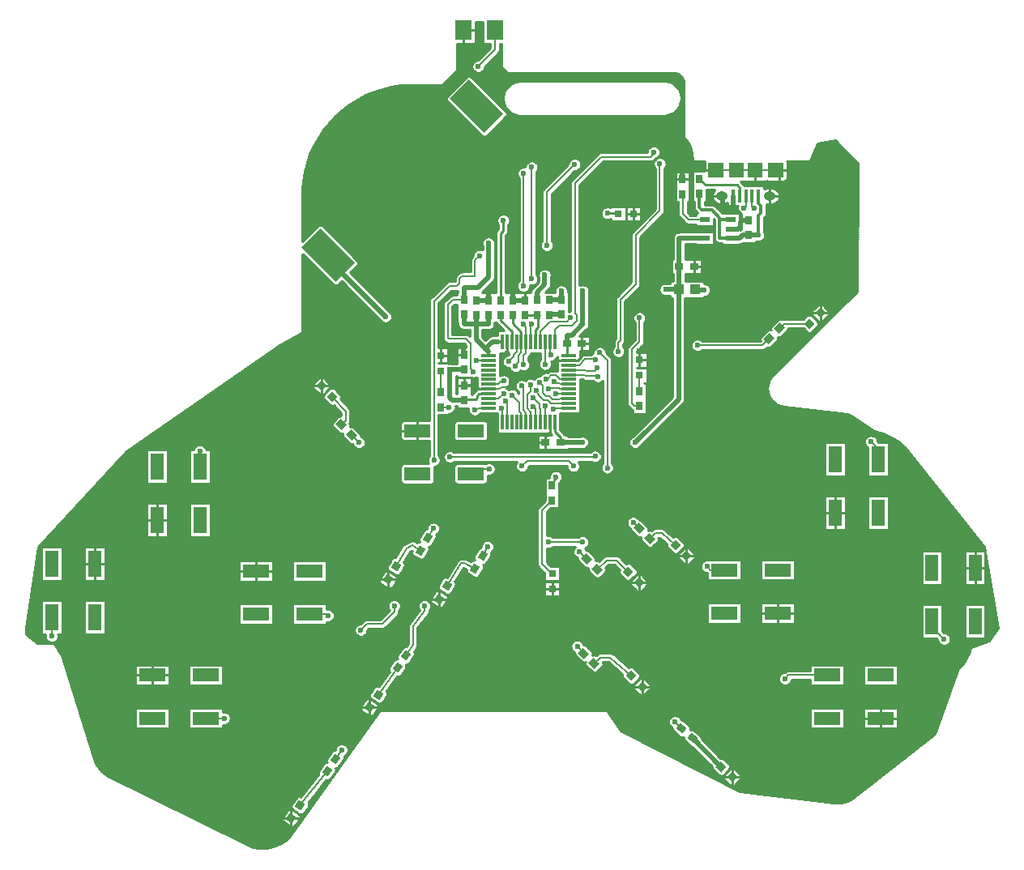
<source format=gbr>
%TF.GenerationSoftware,Novarm,DipTrace,3.0.0.2*%
%TF.CreationDate,2017-10-23T18:10:30+01:00*%
%FSLAX35Y35*%
%MOMM*%
%TF.FileFunction,Copper,L1,Top*%
%TF.Part,Single*%
%AMOUTLINE0*
4,1,4,
-2.78247,0.80963,
-0.80963,2.78247,
2.78247,-0.80963,
0.80963,-2.78247,
-2.78247,0.80963,
0*%
%AMOUTLINE3*
4,1,4,
-1.3925,0.7,
1.3925,0.7,
1.3925,-0.7,
-1.3925,-0.7,
-1.3925,0.7,
0*%
%AMOUTLINE6*
4,1,4,
-0.445,0.775,
1.2,0.775,
1.2,-0.775,
-0.445,-0.775,
-0.445,0.775,
0*%
%AMOUTLINE9*
4,1,4,
-1.2,-0.775,
-1.2,0.775,
0.445,0.775,
0.445,-0.775,
-1.2,-0.775,
0*%
%AMOUTLINE12*
4,1,4,
0.53867,0.14167,
0.05113,-0.55463,
-0.53867,-0.14167,
-0.05113,0.55463,
0.53867,0.14167,
0*%
%AMOUTLINE15*
4,1,4,
0.04597,-0.55507,
-0.55507,0.04597,
-0.04597,0.55507,
0.55507,-0.04597,
0.04597,-0.55507,
0*%
%AMOUTLINE18*
4,1,4,
-0.52427,-0.18807,
-0.09927,0.54807,
0.52427,0.18807,
0.09927,-0.54807,
-0.52427,-0.18807,
0*%
%AMOUTLINE21*
4,1,4,
0.07493,-0.5519,
-0.55673,0.01683,
-0.07493,0.5519,
0.55673,-0.01683,
0.07493,-0.5519,
0*%
%AMOUTLINE24*
4,1,4,
0.52427,0.18807,
0.09927,-0.54807,
-0.52427,-0.18807,
-0.09927,0.54807,
0.52427,0.18807,
0*%
%AMOUTLINE27*
4,1,4,
-0.55507,-0.04597,
0.04597,0.55507,
0.55507,0.04597,
-0.04597,-0.55507,
-0.55507,-0.04597,
0*%
%AMOUTLINE30*5,1,4,0,0,1.13139,-169.99984*%
%AMOUTLINE33*5,1,4,0,0,1.1314,-90.0*%
%AMOUTLINE36*5,1,4,0,0,1.13135,-165.00073*%
%AMOUTLINE39*5,1,4,0,0,1.13135,-87.00052*%
%AMOUTLINE42*5,1,4,0,0,1.13135,14.99927*%
%AMOUTLINE45*5,1,4,0,0,1.1314,-180.0*%
%TA.AperFunction,Conductor*%
%ADD10C,0.25*%
%ADD14C,0.2*%
%ADD15C,0.5*%
%ADD16C,0.3*%
%ADD17C,0.35*%
%ADD22C,17.78*%
%ADD26R,1.4X2.785*%
%ADD28R,2.785X1.4*%
%ADD29R,0.72X0.85*%
%ADD30R,0.85X0.72*%
%ADD31R,1.1X1.0*%
%ADD33R,1.66X2.0*%
%ADD34R,0.4X1.35*%
%TA.AperFunction,ComponentPad*%
%ADD35O,1.25X0.95*%
%ADD36R,1.5X1.55*%
%ADD38R,1.6X0.3*%
%ADD39R,0.3X1.6*%
%ADD41R,1.1X0.6*%
%ADD42R,0.8X0.8*%
%TA.AperFunction,ViaPad*%
%ADD43C,0.6*%
%ADD80OUTLINE0*%
%ADD83OUTLINE3*%
%TA.AperFunction,ComponentPad*%
%ADD86OUTLINE6*%
%ADD89OUTLINE9*%
%ADD92OUTLINE12*%
%ADD95OUTLINE15*%
%ADD98OUTLINE18*%
%ADD101OUTLINE21*%
%ADD104OUTLINE24*%
%ADD107OUTLINE27*%
%ADD110OUTLINE30*%
%ADD113OUTLINE33*%
%ADD116OUTLINE36*%
%ADD119OUTLINE39*%
%ADD122OUTLINE42*%
%ADD125OUTLINE45*%
%TA.AperFunction,CopperBalancing*%
%ADD128C,0.25*%
G75*
G01*
%LPD*%
X5635500Y6784072D2*
D14*
Y6910776D1*
D15*
Y6784409D1*
D14*
X5514617D1*
X5463460Y6733252D1*
Y6390866D1*
X5477810Y6376516D1*
X5654403D1*
X5701827Y6329092D1*
Y6066092D1*
X5732313Y6035606D1*
Y6033366D1*
X6048087Y5805182D2*
X5994540Y5751636D1*
X5888403D1*
X5635500Y6910776D2*
D15*
X5783623D1*
X5891097Y7018249D1*
Y7375012D1*
X5956947Y9600616D2*
D14*
Y9397409D1*
X5784187Y9224649D1*
X6233403Y6346636D2*
Y6233892D1*
X6200587Y6201076D1*
Y6129939D1*
X6173000Y6102352D1*
Y6088609D1*
X6143500Y6624522D2*
D10*
Y6537362D1*
X6233403Y6447459D1*
Y6346636D1*
X6333403Y5506636D2*
D14*
Y5610046D1*
X6296517Y5646932D1*
Y5795599D1*
X6328763Y5827846D1*
Y5899086D1*
X9432000Y2860772D2*
X9027467D1*
X8990373Y2823679D1*
X6778500Y5045386D2*
X6781877D1*
X6728530Y5098732D1*
X6293663D1*
X6241403Y5046472D1*
X6728403Y5751636D2*
X6638017D1*
X6629610Y5743229D1*
X6560577D1*
X6525660Y5778146D1*
X6491033D1*
X6459117Y5810062D1*
Y5821859D1*
X6453900Y5827076D1*
Y5883819D1*
X6420217Y5917502D1*
X10526000Y3424772D2*
Y3362429D1*
X10652000Y3236429D1*
X6873750Y4252429D2*
X6516090D1*
X6728403Y5651636D2*
X6564480D1*
Y5639509D1*
X2935000Y2410772D2*
X3127250D1*
X6483403Y5506636D2*
Y5674842D1*
X6485490D1*
X1326000Y3469772D2*
Y3268179D1*
X6728403Y5701636D2*
X6544110D1*
X6510657Y5735089D1*
X6470590D1*
X6418670Y5787009D1*
Y5795759D1*
X6389573Y5824856D1*
Y5837266D1*
X4018000Y3498272D2*
X4198907D1*
X4212240Y3484939D1*
X6483403Y6346636D2*
Y6127806D1*
X6492813D1*
Y6122612D1*
X6481807Y6111606D1*
X8358500Y3960772D2*
X8213157D1*
X8175500Y3998429D1*
X7132050Y5026799D2*
Y6153129D1*
X7053403Y6231776D1*
X5888403Y6151636D2*
X5766697Y6151836D1*
X9963500Y5115772D2*
Y5226679D1*
X9890000Y5300179D1*
X7004500Y5147716D2*
Y5141429D1*
X5486387D1*
X6383403Y5506636D2*
Y5649409D1*
X6361403Y5671409D1*
X6358130D1*
X2876000Y5039772D2*
Y5202179D1*
X2873250Y5204929D1*
X6083403Y6346636D2*
D10*
X6085713Y6224309D1*
X8450300Y7869806D2*
D15*
Y7744929D1*
X8334250Y7776679D2*
Y7865856D1*
X8330300Y7869806D1*
X8420390Y7525226D2*
X8494567D1*
X8524697Y7555356D1*
Y7598429D1*
X8543243Y7616976D1*
X8610890D1*
X6533403Y5506636D2*
D10*
Y5402129D1*
X6487250Y5355976D1*
Y5295156D1*
X6487357Y5295049D1*
X6728403Y6151636D2*
X6822157D1*
X6864223Y6193702D1*
Y6325746D1*
X5888403Y5851636D2*
X5787327D1*
X5772357Y5866606D1*
Y5886832D1*
X5762573Y5896616D1*
X5641593D1*
X5635500Y5890522D1*
X8524697Y7542009D2*
D15*
Y7555356D1*
X5635500Y6208022D2*
X5626223D1*
Y6314946D1*
X5392247Y6202886D2*
D14*
Y6314946D1*
X5626223D1*
X5888403Y5851636D2*
X5997287D1*
X6009123Y5863472D1*
X6019633D1*
X6025937Y5869776D1*
X6084777D1*
X6112823Y5897822D1*
Y5998276D1*
X6032240Y6078859D1*
Y6170836D1*
X6085713Y6224309D1*
X6864223Y6325746D2*
X7182763D1*
X7196040D1*
Y6427219D1*
Y6826149D1*
X7355447Y6985556D1*
Y7534132D1*
X7409403Y7588089D1*
Y7681369D1*
X7407500Y7683272D1*
X7468413Y6154602D2*
X7469247D1*
Y6248382D1*
X7196040Y6110482D2*
Y6158176D1*
X7182763Y6171452D1*
Y6325746D1*
X6651500Y6629072D2*
X6583773D1*
X6524500D1*
Y6628272D1*
X8480300Y8139806D2*
X8680300D1*
X8480300D2*
X8230300D1*
X8930300D2*
X8680300D1*
X6651500Y6629072D2*
D15*
X6524500D1*
Y6628272D1*
X5762500Y6780322D2*
X5889500D1*
X6270500Y6779522D2*
X6143500D1*
X5889500Y6780322D2*
Y6889182D1*
X6143930D2*
Y6779952D1*
X6143500Y6779522D1*
X7364330Y8339686D2*
X7502920D1*
X7574240Y8411006D1*
X7730863D1*
X7918253Y8223616D1*
Y8045156D1*
X7917450Y8044352D1*
X6583403Y5506636D2*
D10*
Y5408822D1*
X6642937Y5349289D1*
Y5295629D1*
X6642357Y5295049D1*
X5888403Y6201636D2*
D16*
Y6246172D1*
D15*
X5858600Y6275976D1*
X5762500Y6372076D1*
Y6625322D1*
Y6531782D1*
X5635500D1*
Y6629072D1*
X5888403Y5801636D2*
D10*
X5792197D1*
X5771707Y5781146D1*
Y5756356D1*
X5758657Y5743306D1*
X5643283D1*
X5635500Y5735522D1*
D15*
X5507833D1*
X5484417Y5758939D1*
Y6053022D1*
X5540250D1*
X5635500D1*
X6728403Y6201636D2*
D10*
X6709223D1*
Y6325746D1*
X7876683Y6890966D2*
D15*
Y6935006D1*
X7883297Y6941619D1*
Y7129242D1*
X7882657Y7129882D1*
Y7430226D1*
X8150390D1*
X6651500Y6784072D2*
Y6874996D1*
X6875830D2*
Y6530806D1*
X6651500Y6784072D2*
X6524500D1*
Y6783272D1*
X6642357Y5295049D2*
X6871443Y5293549D1*
X7424147D2*
X7876330Y5745732D1*
Y6890612D1*
X7876683Y6890966D1*
Y6891979D2*
X7740943D1*
X5762500Y6638316D2*
Y6625322D1*
X5889500D2*
Y6531782D1*
X5762500D1*
X6033403Y6346636D2*
D16*
X5993403D1*
D15*
X5929260D1*
X5858600Y6275976D1*
X6875830Y6530806D2*
X6760460Y6415436D1*
X6709697D1*
Y6326219D1*
X6709223Y6325746D1*
X6016500Y6780322D2*
D10*
X6020850D1*
Y7481332D1*
X6047047Y7507529D1*
Y7614949D1*
X7132913Y7687902D2*
X7242870D1*
X7247500Y7683272D1*
X8321433Y1902276D2*
D15*
X8319970D1*
X8021687Y2200559D1*
X5392247Y5816886D2*
D14*
Y6042886D1*
X5455383Y3794836D2*
X5603750Y4030179D1*
X5635500D1*
X5750000Y3973039D1*
X9245360Y6534132D2*
X8978360D1*
X8933100Y6488872D1*
X4738827Y2656609D2*
X4939147Y2938329D1*
X4257640Y5772132D2*
X4397250Y5617679D1*
Y5522429D1*
X4349580Y5476969D1*
X8150390Y7620226D2*
X7982703D1*
X7921500Y7681429D1*
Y7885302D1*
X7917450Y7889352D1*
X7847510Y4219756D2*
X7699250Y4347679D1*
X7637107D1*
X7574100Y4284672D1*
X7382593Y2854112D2*
X7159500Y3045929D1*
X7061357D1*
X6995100Y2979672D1*
X4923203Y3998466D2*
X5032250Y4188929D1*
X5095750Y4220679D1*
X5178500Y4163539D1*
X7350437Y3939762D2*
X7228270Y4061929D1*
X7127750D1*
X7025100Y3966672D1*
X3920273Y1500336D2*
X4202553Y1858796D1*
X7468413Y5831402D2*
Y5994602D1*
X6557500Y3923272D2*
X6551030D1*
X6449900Y4024402D1*
Y4584372D1*
X6554917Y4689389D1*
X5888403Y5901636D2*
X5990253D1*
X6025840Y5937222D1*
X6048947D1*
Y5935212D1*
X5706500Y4966272D2*
Y5015132D1*
X5895123D1*
X5320543Y5107396D2*
Y6768629D1*
X5480870Y6928956D1*
X5561933D1*
X5588503Y6955526D1*
Y7003072D1*
X5615073Y7029642D1*
X5749323D1*
Y7197409D1*
X5797517Y7245602D1*
X6500267Y7353896D2*
Y7908486D1*
X6791263Y8199479D1*
X6583403Y6346636D2*
Y6468209D1*
X6629950Y6514756D1*
X6759037D1*
X6811707Y6567426D1*
Y6622149D1*
X6792480Y6641376D1*
Y8000722D1*
X7069693Y8277936D1*
X7587080D1*
X7619783Y8310639D1*
Y8325092D1*
X7616487Y8328389D1*
X6728403Y6101636D2*
X6835430D1*
X6897847Y6164052D1*
X7010773D1*
X7005540Y6158819D1*
X7247713Y6243329D2*
Y6339559D1*
X7266933Y6358779D1*
Y6787489D1*
X7428007Y6948562D1*
Y7459449D1*
X7681057Y7712499D1*
Y8205512D1*
X6083403Y5506636D2*
Y5703799D1*
X6072470Y5714732D1*
Y5723629D1*
X5256000Y4297772D2*
X5314540Y4394246D1*
X5888403Y5651636D2*
X5780293D1*
X5763077Y5634419D1*
X5748297D1*
X5392247Y5661886D2*
X5479387D1*
X6728403Y5801636D2*
X6589257D1*
Y5804466D1*
X6554917Y4844389D2*
X6534843D1*
X6593820Y4903366D1*
Y4934066D1*
X6183403Y6346636D2*
X6185520D1*
Y6244846D1*
X6151900Y6211226D1*
Y6189162D1*
X6101467Y6138729D1*
X8074637Y6308689D2*
X8752917D1*
X8823500Y6379272D1*
X6133403Y6346636D2*
D10*
Y6453886D1*
X6021023Y6566266D1*
Y6625322D1*
X6016500D1*
X6728403Y5851636D2*
D14*
X6637050D1*
X6623120Y5865566D1*
X6518113D1*
Y5853846D1*
X6885500Y3089272D2*
Y3095306D1*
X6818170Y3162636D1*
X6533403Y6346636D2*
Y6208309D1*
X6544300D1*
X7464500Y4394272D2*
X7403140Y4455632D1*
X6433403Y5506636D2*
Y5643009D1*
X6423367Y5653046D1*
Y5692796D1*
X6358890Y5757272D1*
X5827500Y4107272D2*
X5879587Y4202976D1*
X6033403Y5506636D2*
Y5630379D1*
X6022793Y5640989D1*
Y5654142D1*
X4459180Y5367369D2*
X4461807D1*
X4536790Y5292386D1*
X6433403Y6346636D2*
Y6457469D1*
X6531370Y6555436D1*
X6708183D1*
X6747593Y6594846D1*
X7467957D2*
Y6344502D1*
X7388683Y6265229D1*
Y5699739D1*
X7412020Y5676402D1*
X7468413D1*
X6233403Y5506636D2*
Y5595589D1*
X6212463Y5616529D1*
Y5712996D1*
X6139003Y5786456D1*
X4291460Y1985762D2*
X4356347Y2079742D1*
X4556000Y3331679D2*
X4619500Y3395179D1*
X4778250D1*
X4905250Y3522179D1*
Y3585679D1*
X6283403Y5506636D2*
Y5602649D1*
X6253440Y5632612D1*
Y5874856D1*
X6243417Y5884879D1*
X6237397D1*
X5028053Y3065296D2*
X5100347Y3175086D1*
Y3369486D1*
X5222750Y3530792D1*
Y3585679D1*
X6283403Y6346636D2*
Y6227159D1*
X6258340Y6202096D1*
Y6104606D1*
X6283403Y6346636D2*
Y6498572D1*
X6254917Y6527059D1*
Y6929102D2*
X6257787D1*
Y8105682D1*
X6728403Y5951636D2*
X6639217D1*
X6597210Y5993642D1*
X6546510D1*
X6512197Y5959329D1*
X6494707D1*
X6915500Y4076272D2*
X6842000Y4149772D1*
X6333403Y6346636D2*
Y6518906D1*
X6342687Y6528189D1*
Y7001892D2*
Y8171676D1*
X6728403Y5901636D2*
X6641593D1*
X6631347Y5911882D1*
X6574687D1*
Y5927342D1*
X7906500Y2304272D2*
Y2305862D1*
X7840517Y2371846D1*
X6728403Y6051636D2*
X6899940D1*
X6913243Y6038332D1*
X6997570D1*
X7028897Y6069659D1*
Y6075576D1*
X8561087Y7745952D2*
Y7750729D1*
X8551533Y7760282D1*
X8580300D1*
Y7869806D1*
X6728403Y6001636D2*
X6889923D1*
X6902833Y5988726D1*
X7032283D1*
Y5980812D1*
X8645300Y7869806D2*
Y7756459D1*
X8674743D1*
X8664240Y7745956D1*
X6270500Y6624522D2*
D10*
X6397500D1*
Y6628272D1*
X6417993D1*
X6421743Y6624522D1*
X6405630D1*
Y6496586D1*
X6383403Y6474359D1*
Y6346636D1*
X8515300Y7869806D2*
Y7957372D1*
X8488987Y7983686D1*
X8158920D1*
X8094860Y8047746D1*
X4212443Y7251529D2*
D15*
Y7211629D1*
X4814887Y6609186D1*
X8145497Y6884632D2*
X8040350D1*
X8046683Y6890966D1*
X4212443Y7251529D2*
D14*
Y7251539D1*
X5764520Y8803616D2*
D15*
X5764530D1*
X8710300Y7869806D2*
D17*
Y7796366D1*
X8739700Y7766966D1*
Y7693422D1*
X8710300Y7664022D1*
Y7461976D1*
D15*
X8610890D1*
X8420390Y7620226D2*
D16*
X8314760D1*
D10*
X8305187Y7629799D1*
D16*
Y7641956D1*
X8224073Y7723069D1*
X8119040D1*
X8094860Y7747249D1*
Y7892746D1*
X8420390Y7430226D2*
D15*
X8516360D1*
X8546350Y7460216D1*
X8609130D1*
X8610890Y7461976D1*
X8420390Y7430226D2*
D16*
X8305187D1*
Y7629799D1*
X6478943Y7044009D2*
D15*
Y6946522D1*
X6397500Y6865079D1*
Y6783272D1*
D43*
X5732313Y6033366D3*
X6048087Y5805182D3*
X5891097Y7375012D3*
X5784187Y9224649D3*
X8990373Y2823679D3*
X6778500Y5045386D3*
X6241403Y5046472D3*
X10652000Y3236429D3*
X6873750Y4252429D3*
X6516090D3*
X3127250Y2410772D3*
X1326000Y3268179D3*
X4212240Y3484939D3*
X8175500Y3998429D3*
X7132050Y5026799D3*
X7053403Y6231776D3*
X9890000Y5300179D3*
X7004500Y5147716D3*
X5486387Y5141429D3*
X2873250Y5204929D3*
X8450300Y7744929D3*
X8334250Y7776679D3*
X8524697Y7542009D3*
X5626223Y6314946D3*
X7469247Y6248382D3*
X7196040Y6110482D3*
X6583773Y6629072D3*
X7196040Y6427219D3*
X5889500Y6889182D3*
X6143930D3*
X7364330Y8339686D3*
X5484417Y6053022D3*
X5858600Y6275976D3*
X6651500Y6874996D3*
X6875830D3*
Y6530806D3*
X5762500Y6531782D3*
X6871443Y5293549D3*
X7424147D3*
X7740943Y6891979D3*
X6047047Y7614949D3*
X7132913Y7687902D3*
X5895123Y5015132D3*
X5320543Y5107396D3*
X5797517Y7245602D3*
X6500267Y7353896D3*
X6791263Y8199479D3*
X5895123Y5015132D3*
X7616487Y8328389D3*
X7005540Y6158819D3*
X7247713Y6243329D3*
X7681057Y8205512D3*
X5314540Y4394246D3*
X5479387Y5661886D3*
X6593820Y4934066D3*
X6101467Y6138729D3*
X8074637Y6308689D3*
X6818170Y3162636D3*
X7403140Y4455632D3*
X5879587Y4202976D3*
X4536790Y5292386D3*
X6747593Y6594846D3*
X7467957D3*
X4356347Y2079742D3*
X4556000Y3331679D3*
X4905250Y3585679D3*
X5222750D3*
X6254917Y6527059D3*
Y6929102D3*
X6257787Y8105682D3*
X6842000Y4149772D3*
X6342687Y6528189D3*
Y7001892D3*
Y8171676D3*
X7840517Y2371846D3*
X8561087Y7745952D3*
X8664240Y7745956D3*
X4814887Y6609186D3*
X8145497Y6884632D3*
X4212443Y7251539D3*
X5764520Y8803616D3*
X6478943Y7044009D3*
X8710300Y7461976D3*
X5766697Y6151836D3*
X6048947Y5935212D3*
X5748297Y5634419D3*
X6022793Y5654142D3*
X6072470Y5723629D3*
X6139003Y5786456D3*
X6237397Y5884879D3*
X6328763Y5899086D3*
X6358130Y5671409D3*
X6358890Y5757272D3*
X6485490Y5674842D3*
X6564480Y5639509D3*
X6389573Y5837266D3*
X6420217Y5917502D3*
X6589257Y5804466D3*
X6518113Y5853846D3*
X6574687Y5927342D3*
X6494707Y5959329D3*
X7032283Y5980812D3*
X7028897Y6075576D3*
X6544300Y6208309D3*
X6481807Y6111606D3*
X6258340Y6104606D3*
X6173000Y6088609D3*
X6085713Y6224309D3*
X5756353Y9668012D2*
D128*
X5832943D1*
X5756353Y9643346D2*
X5832943D1*
X5756353Y9618679D2*
X5832943D1*
X5756353Y9594012D2*
X5832943D1*
X5756353Y9569346D2*
X5832943D1*
X5756353Y9544679D2*
X5832943D1*
X5756353Y9520012D2*
X5832943D1*
X5756353Y9495346D2*
X5832943D1*
X5756353Y9470679D2*
X5832943D1*
X5563480Y9446012D2*
X5905990D1*
X6007913D2*
X6024977D1*
X5563480Y9421346D2*
X5905990D1*
X6007913D2*
X6024977D1*
X5563480Y9396679D2*
X5885190D1*
X6007913D2*
X6024977D1*
X5563480Y9372012D2*
X5860530D1*
X6000737D2*
X6024983D1*
X5563480Y9347346D2*
X5835823D1*
X5977933D2*
X6024983D1*
X5563480Y9322679D2*
X5811167D1*
X5953277D2*
X6024983D1*
X5563480Y9298012D2*
X5786507D1*
X5928570D2*
X6024983D1*
X5563480Y9273346D2*
X5733530D1*
X5903910D2*
X6024983D1*
X5563480Y9248679D2*
X5717563D1*
X5879253D2*
X6024983D1*
X5563480Y9224012D2*
X5713167D1*
X5855180D2*
X6024983D1*
X5563480Y9199346D2*
X5718050D1*
X5850347D2*
X6041097D1*
X5554497Y9174679D2*
X5734847D1*
X5833550D2*
X6065757D1*
X5529837Y9150012D2*
X7854477D1*
X5505180Y9125346D2*
X7894517D1*
X5480523Y9100679D2*
X5645493D1*
X5724517D2*
X7913950D1*
X5455813Y9076012D2*
X5620833D1*
X5749173D2*
X7924690D1*
X5431157Y9051346D2*
X5596127D1*
X5773833D2*
X6138313D1*
X7808940D2*
X7929037D1*
X5406497Y9026679D2*
X5571470D1*
X5798490D2*
X6107063D1*
X7840190D2*
X7930013D1*
X4837747Y9002012D2*
X5546810D1*
X5823150D2*
X6082407D1*
X7864847D2*
X7930013D1*
X4747467Y8977346D2*
X5522153D1*
X5847857D2*
X6061217D1*
X7886040D2*
X7930013D1*
X4676763Y8952679D2*
X5497493D1*
X5872513D2*
X6054330D1*
X7892923D2*
X7930013D1*
X4617827Y8928012D2*
X5472837D1*
X5897173D2*
X6047740D1*
X7899517D2*
X7930013D1*
X4568313Y8903346D2*
X5450863D1*
X5921830D2*
X6041097D1*
X7906157D2*
X7930013D1*
X4521000Y8878679D2*
X5447447D1*
X5946490D2*
X6040513D1*
X7906743D2*
X7930013D1*
X4481987Y8854012D2*
X5462827D1*
X5971147D2*
X6047153D1*
X7900103D2*
X7930013D1*
X4442923Y8829346D2*
X5487483D1*
X5995853D2*
X6053743D1*
X7893510D2*
X7930013D1*
X4409820Y8804679D2*
X5512143D1*
X6020513D2*
X6060433D1*
X7886870D2*
X7930013D1*
X4377153Y8780012D2*
X5536800D1*
X6045170D2*
X6080210D1*
X7867047D2*
X7930013D1*
X4347467Y8755346D2*
X5561460D1*
X6069830D2*
X6104867D1*
X7842387D2*
X7930013D1*
X4319877Y8730679D2*
X5586117D1*
X6084623D2*
X6132210D1*
X7815043D2*
X7930013D1*
X4292337Y8706012D2*
X5610823D1*
X6080667D2*
X7930013D1*
X4268950Y8681346D2*
X5635483D1*
X6058353D2*
X7930013D1*
X4245660Y8656679D2*
X5660140D1*
X6033697D2*
X7930013D1*
X4222857Y8632012D2*
X5684800D1*
X6009037D2*
X7930013D1*
X4203177Y8607346D2*
X5709457D1*
X5984380D2*
X7930013D1*
X4183500Y8582679D2*
X5734117D1*
X5959720D2*
X7930013D1*
X4164067Y8558012D2*
X5758823D1*
X5935013D2*
X7930013D1*
X4147563Y8533346D2*
X5783480D1*
X5910357D2*
X7930013D1*
X4131060Y8508679D2*
X5808140D1*
X5885697D2*
X7930013D1*
X4114553Y8484012D2*
X7934410D1*
X4100393Y8459346D2*
X7951790D1*
X4086723Y8434679D2*
X7967610D1*
X9395853D2*
X9532847D1*
X4073050Y8410012D2*
X7980990D1*
X9322367D2*
X9556870D1*
X4060453Y8385346D2*
X7575913D1*
X7657037D2*
X7991977D1*
X9312407D2*
X9580893D1*
X4049370Y8360679D2*
X7553597D1*
X7679400D2*
X8000473D1*
X9302447D2*
X9604917D1*
X4038287Y8336012D2*
X7545933D1*
X7687063D2*
X8007210D1*
X9292533D2*
X9628890D1*
X4027200Y8311346D2*
X7032063D1*
X7685357D2*
X8012437D1*
X9282573D2*
X9652913D1*
X4018120Y8286679D2*
X7007407D1*
X7673343D2*
X8015660D1*
X9272610D2*
X9676937D1*
X4009427Y8262012D2*
X6760823D1*
X6821733D2*
X6982747D1*
X7722270D2*
X8018833D1*
X9262650D2*
X9700960D1*
X4000737Y8237346D2*
X6320687D1*
X6364653D2*
X6731673D1*
X6850833D2*
X6958040D1*
X7744193D2*
X8022007D1*
X9252690D2*
X9724983D1*
X3992437Y8212679D2*
X6285337D1*
X6400053D2*
X6721567D1*
X6860990D2*
X6933383D1*
X7075493D2*
X7610433D1*
X7751663D2*
X8144810D1*
X9015777D2*
X9749007D1*
X3985990Y8188012D2*
X6273667D1*
X6411723D2*
X6708773D1*
X6861283D2*
X6908723D1*
X7050833D2*
X7612337D1*
X7749760D2*
X8144810D1*
X9015777D2*
X9751547D1*
X3979547Y8163346D2*
X6218297D1*
X6413187D2*
X6684067D1*
X6851957D2*
X6884067D1*
X7026127D2*
X7624593D1*
X7737553D2*
X8144810D1*
X9015777D2*
X9751400D1*
X3973100Y8138679D2*
X6195247D1*
X6405230D2*
X6659410D1*
X6825297D2*
X6859410D1*
X7001470D2*
X7630110D1*
X7732037D2*
X8144810D1*
X9015777D2*
X9751253D1*
X3967533Y8114012D2*
X6187290D1*
X6393657D2*
X6634750D1*
X6776860D2*
X6834750D1*
X6976810D2*
X7630110D1*
X7732037D2*
X7840463D1*
X7994437D2*
X8017857D1*
X9015777D2*
X9751157D1*
X3963237Y8089346D2*
X6188753D1*
X6393657D2*
X6610093D1*
X6752153D2*
X6810043D1*
X6952153D2*
X7630110D1*
X7732037D2*
X7840463D1*
X7994437D2*
X8017857D1*
X9015777D2*
X9751010D1*
X3958940Y8064679D2*
X6200423D1*
X6393657D2*
X6585433D1*
X6727493D2*
X6785383D1*
X6927493D2*
X7630110D1*
X7732037D2*
X7840463D1*
X7994437D2*
X8017857D1*
X9015777D2*
X9750863D1*
X3954690Y8040012D2*
X6206820D1*
X6393657D2*
X6560777D1*
X6702837D2*
X6760727D1*
X6902837D2*
X7630110D1*
X7732037D2*
X7840463D1*
X7994437D2*
X8017857D1*
X9008647D2*
X9750717D1*
X3951517Y8015346D2*
X6206820D1*
X6393657D2*
X6536070D1*
X6678177D2*
X6743783D1*
X6878130D2*
X7630110D1*
X7732037D2*
X7840463D1*
X7994437D2*
X8017857D1*
X8531890D2*
X9750620D1*
X3949370Y7990679D2*
X6206820D1*
X6393657D2*
X6511410D1*
X6653520D2*
X6741537D1*
X6853470D2*
X7630110D1*
X7732037D2*
X7840463D1*
X7994437D2*
X8017857D1*
X8556400D2*
X9750473D1*
X3947173Y7966012D2*
X6206820D1*
X6393657D2*
X6486753D1*
X6628813D2*
X6741537D1*
X6843460D2*
X7630110D1*
X7732037D2*
X7840463D1*
X7994437D2*
X8017857D1*
X8771293D2*
X9750327D1*
X3944973Y7941346D2*
X6206820D1*
X6393657D2*
X6462143D1*
X6604153D2*
X6741537D1*
X6843460D2*
X7630110D1*
X7732037D2*
X7840463D1*
X7994437D2*
X8017857D1*
X8895513D2*
X9750180D1*
X3944243Y7916679D2*
X6206820D1*
X6393657D2*
X6449983D1*
X6579497D2*
X6741537D1*
X6843460D2*
X7630110D1*
X7732037D2*
X7840463D1*
X7994437D2*
X8017857D1*
X8171880D2*
X8240707D1*
X8919927D2*
X9750083D1*
X3944243Y7892012D2*
X6206820D1*
X6393657D2*
X6449300D1*
X6554837D2*
X6741537D1*
X6843460D2*
X7630110D1*
X7732037D2*
X7840463D1*
X7994437D2*
X8017857D1*
X8171880D2*
X8229720D1*
X8930863D2*
X9749937D1*
X3944243Y7867346D2*
X6206820D1*
X6393657D2*
X6449300D1*
X6551223D2*
X6741537D1*
X6843460D2*
X7630110D1*
X7732037D2*
X7840463D1*
X7994437D2*
X8017857D1*
X8171880D2*
X8226840D1*
X8933743D2*
X9749790D1*
X3944243Y7842679D2*
X6206820D1*
X6393657D2*
X6449300D1*
X6551223D2*
X6741537D1*
X6843460D2*
X7630110D1*
X7732037D2*
X7840463D1*
X7994437D2*
X8017857D1*
X8171880D2*
X8231187D1*
X8929400D2*
X9749643D1*
X3944243Y7818012D2*
X6206820D1*
X6393657D2*
X6449300D1*
X6551223D2*
X6741537D1*
X6843460D2*
X7630110D1*
X7732037D2*
X7840463D1*
X7994437D2*
X8017857D1*
X8171880D2*
X8244127D1*
X8916460D2*
X9749497D1*
X3944243Y7793346D2*
X6206820D1*
X6393657D2*
X6449300D1*
X6551223D2*
X6741537D1*
X6843460D2*
X7630110D1*
X7732037D2*
X7870540D1*
X7972467D2*
X8038900D1*
X8150833D2*
X8273423D1*
X8887163D2*
X9749400D1*
X3944243Y7768679D2*
X6206820D1*
X6393657D2*
X6449300D1*
X6551223D2*
X6741537D1*
X6843460D2*
X7630110D1*
X7732037D2*
X7870540D1*
X7972467D2*
X8038900D1*
X8254497D2*
X8389290D1*
X8798150D2*
X9749253D1*
X3944243Y7744012D2*
X6206820D1*
X6393657D2*
X6449300D1*
X6551223D2*
X6741537D1*
X6843460D2*
X7091097D1*
X7488480D2*
X7630110D1*
X7732037D2*
X7870540D1*
X7972467D2*
X8038997D1*
X8281253D2*
X8490120D1*
X8798150D2*
X9749107D1*
X3944243Y7719346D2*
X6206820D1*
X6393657D2*
X6449300D1*
X6551223D2*
X6741537D1*
X6843460D2*
X7069563D1*
X7488480D2*
X7616880D1*
X7732037D2*
X7870540D1*
X7972467D2*
X8046763D1*
X8305913D2*
X8495443D1*
X8798150D2*
X9748960D1*
X3944243Y7694679D2*
X6206820D1*
X6393657D2*
X6449300D1*
X6551223D2*
X6741537D1*
X6843460D2*
X7062240D1*
X7488480D2*
X7592173D1*
X7728617D2*
X7870540D1*
X7979300D2*
X8069320D1*
X8330570D2*
X8513167D1*
X8798150D2*
X9748860D1*
X3944243Y7670012D2*
X6003793D1*
X6090287D2*
X6206820D1*
X6393657D2*
X6449300D1*
X6551223D2*
X6741537D1*
X6843460D2*
X7064290D1*
X7488480D2*
X7567513D1*
X7709623D2*
X7871910D1*
X8003960D2*
X8054380D1*
X8516410D2*
X8533870D1*
X8793023D2*
X9748717D1*
X3944243Y7645346D2*
X5983140D1*
X6110940D2*
X6206820D1*
X6393657D2*
X6449300D1*
X6551223D2*
X6741537D1*
X6843460D2*
X7076743D1*
X7488480D2*
X7542857D1*
X7684967D2*
X7886557D1*
X8516410D2*
X8533870D1*
X8773297D2*
X9748570D1*
X3944243Y7620679D2*
X5976303D1*
X6117827D2*
X6206820D1*
X6393657D2*
X6449300D1*
X6551223D2*
X6741537D1*
X6843460D2*
X7117270D1*
X7148587D2*
X7166490D1*
X7488480D2*
X7518197D1*
X7660257D2*
X7911217D1*
X8516410D2*
X8533870D1*
X8768753D2*
X9748423D1*
X3944243Y7596012D2*
X5978697D1*
X6115383D2*
X6206820D1*
X6393657D2*
X6449300D1*
X6551223D2*
X6741537D1*
X6843460D2*
X7493540D1*
X7635600D2*
X7935873D1*
X8516410D2*
X8533870D1*
X8768753D2*
X9748323D1*
X3944243Y7571346D2*
X5991733D1*
X6102397D2*
X6206820D1*
X6393657D2*
X6449300D1*
X6551223D2*
X6741537D1*
X6843460D2*
X7468880D1*
X7610940D2*
X8054380D1*
X8516410D2*
X8533870D1*
X8768753D2*
X9748177D1*
X3944243Y7546679D2*
X4091490D1*
X4171490D2*
X5993587D1*
X6100493D2*
X6206820D1*
X6393657D2*
X6449300D1*
X6551223D2*
X6741537D1*
X6843460D2*
X7444173D1*
X7586283D2*
X8249203D1*
X8516410D2*
X8533870D1*
X8768753D2*
X9748030D1*
X3944243Y7522012D2*
X4066830D1*
X4196147D2*
X5986947D1*
X6100493D2*
X6206820D1*
X6393657D2*
X6449300D1*
X6551223D2*
X6741537D1*
X6843460D2*
X7419517D1*
X7561627D2*
X8249203D1*
X8516410D2*
X8529380D1*
X8768753D2*
X9747883D1*
X3944243Y7497346D2*
X4042173D1*
X4220803D2*
X5969957D1*
X6099467D2*
X6206820D1*
X6393657D2*
X6449300D1*
X6551223D2*
X6741537D1*
X6843460D2*
X7394857D1*
X7536967D2*
X8054380D1*
X8771440D2*
X9747740D1*
X3944243Y7472679D2*
X4017467D1*
X4245463D2*
X5967367D1*
X6086723D2*
X6206820D1*
X6393657D2*
X6449300D1*
X6551223D2*
X6741537D1*
X6843460D2*
X7378890D1*
X7512260D2*
X7832993D1*
X8780473D2*
X9747640D1*
X3944243Y7448012D2*
X3992807D1*
X4270120D2*
X5967367D1*
X6074320D2*
X6206820D1*
X6393657D2*
X6449300D1*
X6551223D2*
X6741537D1*
X6843460D2*
X7377037D1*
X7487603D2*
X7819223D1*
X8779837D2*
X9747493D1*
X3944243Y7423346D2*
X3968150D1*
X4294830D2*
X5840073D1*
X5942143D2*
X5967367D1*
X6074320D2*
X6206820D1*
X6393657D2*
X6449300D1*
X6551223D2*
X6741537D1*
X6843460D2*
X7377037D1*
X7478960D2*
X7816683D1*
X8769390D2*
X9747347D1*
X4319487Y7398679D2*
X5824300D1*
X5957867D2*
X5967417D1*
X6074320D2*
X6206820D1*
X6393657D2*
X6445933D1*
X6554593D2*
X6741537D1*
X6843460D2*
X7377037D1*
X7478960D2*
X7816683D1*
X8246390D2*
X8259500D1*
X8738970D2*
X9747200D1*
X4344143Y7374012D2*
X5820103D1*
X6074320D2*
X6206820D1*
X6393657D2*
X6432310D1*
X6568267D2*
X6741537D1*
X6843460D2*
X7377037D1*
X7478960D2*
X7816683D1*
X8246390D2*
X8324400D1*
X8548343D2*
X9747103D1*
X4368803Y7349346D2*
X5825083D1*
X5957083D2*
X5967417D1*
X6074320D2*
X6206820D1*
X6393657D2*
X6429427D1*
X6571097D2*
X6741537D1*
X6843460D2*
X7377037D1*
X7478960D2*
X7816683D1*
X7948637D2*
X9746957D1*
X4393460Y7324679D2*
X5825130D1*
X5957083D2*
X5967417D1*
X6074320D2*
X6206820D1*
X6393657D2*
X6435823D1*
X6564700D2*
X6741537D1*
X6843460D2*
X7377037D1*
X7478960D2*
X7816683D1*
X7948637D2*
X9746810D1*
X4418120Y7300012D2*
X5753403D1*
X5957083D2*
X5967417D1*
X6074320D2*
X6206820D1*
X6393657D2*
X6455453D1*
X6545073D2*
X6741537D1*
X6843460D2*
X7377037D1*
X7478960D2*
X7816683D1*
X7948637D2*
X9746663D1*
X4442827Y7275346D2*
X5733333D1*
X5957083D2*
X5967417D1*
X6074320D2*
X6206820D1*
X6393657D2*
X6741537D1*
X6843460D2*
X7377037D1*
X7478960D2*
X7816683D1*
X7948637D2*
X9746567D1*
X3944243Y7250679D2*
X3959093D1*
X4467483D2*
X5726693D1*
X5957083D2*
X5967417D1*
X6074320D2*
X6206820D1*
X6393657D2*
X6741537D1*
X6843460D2*
X7377037D1*
X7478960D2*
X7816683D1*
X7948637D2*
X9746420D1*
X3944243Y7226012D2*
X3983773D1*
X4492143D2*
X5707700D1*
X5957083D2*
X5967417D1*
X6074320D2*
X6206820D1*
X6393657D2*
X6741537D1*
X6843460D2*
X7377037D1*
X7478960D2*
X7816683D1*
X7948637D2*
X9746273D1*
X3944243Y7201346D2*
X4008433D1*
X4516800D2*
X5698520D1*
X5957083D2*
X5967417D1*
X6074320D2*
X6206820D1*
X6393657D2*
X6741537D1*
X6843460D2*
X7377037D1*
X7478960D2*
X7799153D1*
X8121147D2*
X9746127D1*
X3944243Y7176679D2*
X4033090D1*
X4531157D2*
X5698373D1*
X5957083D2*
X5967417D1*
X6074320D2*
X6206820D1*
X6393657D2*
X6741537D1*
X6843460D2*
X7377037D1*
X7478960D2*
X7799153D1*
X8121147D2*
X9745980D1*
X3944243Y7152012D2*
X4057797D1*
X4526910D2*
X5698373D1*
X5957083D2*
X5967417D1*
X6074320D2*
X6206820D1*
X6393657D2*
X6741537D1*
X6843460D2*
X7377037D1*
X7478960D2*
X7799153D1*
X8121147D2*
X9745883D1*
X3944243Y7127346D2*
X4082457D1*
X4504350D2*
X5698373D1*
X5957083D2*
X5967417D1*
X6074320D2*
X6206820D1*
X6393657D2*
X6741537D1*
X6843460D2*
X7377037D1*
X7478960D2*
X7799153D1*
X8121147D2*
X9745737D1*
X3944243Y7102679D2*
X4107113D1*
X4479690D2*
X5698373D1*
X5957083D2*
X5967417D1*
X6074320D2*
X6206820D1*
X6393657D2*
X6441097D1*
X6516800D2*
X6741537D1*
X6843460D2*
X7377037D1*
X7478960D2*
X7799153D1*
X8121147D2*
X9745590D1*
X3944243Y7078012D2*
X4131773D1*
X4455033D2*
X5609507D1*
X5957083D2*
X5967417D1*
X6074320D2*
X6206820D1*
X6393657D2*
X6416977D1*
X6540923D2*
X6741537D1*
X6843460D2*
X7377037D1*
X7478960D2*
X7799153D1*
X8121147D2*
X9745443D1*
X3944243Y7053346D2*
X4156430D1*
X4462993D2*
X5567757D1*
X5957083D2*
X5967417D1*
X6074320D2*
X6206820D1*
X6393657D2*
X6408537D1*
X6549320D2*
X6741537D1*
X6843460D2*
X7377037D1*
X7478960D2*
X7817320D1*
X7949273D2*
X9745347D1*
X3944243Y7028679D2*
X4181087D1*
X4487650D2*
X5544857D1*
X5957083D2*
X5967417D1*
X6074320D2*
X6206820D1*
X6548197D2*
X6741537D1*
X6843460D2*
X7377037D1*
X7478960D2*
X7817320D1*
X7949273D2*
X9745200D1*
X3944243Y7004012D2*
X4205797D1*
X4512310D2*
X5537533D1*
X5955423D2*
X5967347D1*
X6074320D2*
X6206820D1*
X6544927D2*
X6741537D1*
X6843460D2*
X7377037D1*
X7478960D2*
X7817320D1*
X7949273D2*
X9745053D1*
X3944243Y6979346D2*
X4230453D1*
X4536967D2*
X5537533D1*
X5943753D2*
X5967367D1*
X6074320D2*
X6205843D1*
X6544927D2*
X6741537D1*
X6843460D2*
X7377037D1*
X7478960D2*
X7780697D1*
X8142680D2*
X9744907D1*
X3944243Y6954679D2*
X4255110D1*
X4331693D2*
X4377133D1*
X4561627D2*
X5435530D1*
X5919780D2*
X5967367D1*
X6074320D2*
X6188853D1*
X6544927D2*
X6741537D1*
X6843460D2*
X7363070D1*
X7478960D2*
X7710873D1*
X8142680D2*
X9744810D1*
X3944243Y6930012D2*
X4401790D1*
X4586333D2*
X5410873D1*
X5895120D2*
X5967367D1*
X6074320D2*
X6183920D1*
X6325933D2*
X6370200D1*
X6542730D2*
X6608187D1*
X6694830D2*
X6741537D1*
X6919143D2*
X7338413D1*
X7475297D2*
X7681480D1*
X8199320D2*
X9744663D1*
X3944243Y6905346D2*
X4426450D1*
X4610990D2*
X5386217D1*
X5870463D2*
X5967367D1*
X6074320D2*
X6188167D1*
X6321683D2*
X6345933D1*
X6529740D2*
X6587583D1*
X6715383D2*
X6741537D1*
X6939750D2*
X7313753D1*
X7455813D2*
X7671273D1*
X8213287D2*
X9744517D1*
X3944243Y6880679D2*
X4451157D1*
X4635650D2*
X5361557D1*
X5845803D2*
X5967367D1*
X6074320D2*
X6203990D1*
X6305863D2*
X6333480D1*
X6505377D2*
X6580747D1*
X6722270D2*
X6741537D1*
X6946587D2*
X7289097D1*
X7431157D2*
X7670883D1*
X8216360D2*
X9744370D1*
X3944243Y6856012D2*
X4475813D1*
X4660307D2*
X5336900D1*
X5478960D2*
X5558480D1*
X6728520D2*
X6741537D1*
X6944143D2*
X7264437D1*
X7406497D2*
X7680160D1*
X8210210D2*
X9728060D1*
X3944243Y6831346D2*
X4500473D1*
X4684967D2*
X5312240D1*
X5454300D2*
X5500033D1*
X6728520D2*
X6741537D1*
X6941800D2*
X7239730D1*
X7381840D2*
X7706577D1*
X8191020D2*
X9703060D1*
X3944243Y6806679D2*
X4525130D1*
X4709673D2*
X5287533D1*
X5429643D2*
X5465853D1*
X6728520D2*
X6741537D1*
X6941800D2*
X7219907D1*
X7357183D2*
X7780697D1*
X8142680D2*
X9678060D1*
X3944243Y6782012D2*
X4549790D1*
X4734330D2*
X5271470D1*
X5404983D2*
X5441197D1*
X6728520D2*
X6741537D1*
X6941800D2*
X7215950D1*
X7332473D2*
X7810383D1*
X7942290D2*
X9653013D1*
X3944243Y6757346D2*
X4574447D1*
X4758990D2*
X5269563D1*
X5380327D2*
X5418930D1*
X6728520D2*
X6741537D1*
X6941800D2*
X7215950D1*
X7317923D2*
X7810383D1*
X7942290D2*
X9628013D1*
X3944243Y6732679D2*
X4599153D1*
X4783647D2*
X5269563D1*
X5371490D2*
X5412483D1*
X5533940D2*
X5558480D1*
X6728520D2*
X6741537D1*
X6941800D2*
X7215950D1*
X7317923D2*
X7810383D1*
X7942290D2*
X9330550D1*
X9386480D2*
X9603013D1*
X3944243Y6708012D2*
X4623813D1*
X4808303D2*
X5269563D1*
X5371490D2*
X5412483D1*
X5514410D2*
X5558480D1*
X6728520D2*
X6741537D1*
X6941800D2*
X7215950D1*
X7317923D2*
X7810383D1*
X7942290D2*
X9305747D1*
X9411233D2*
X9577963D1*
X3944243Y6683346D2*
X4648470D1*
X4832963D2*
X5269563D1*
X5371490D2*
X5412483D1*
X5514410D2*
X5558480D1*
X6728520D2*
X6741537D1*
X6941800D2*
X7215950D1*
X7317923D2*
X7810383D1*
X7942290D2*
X9281087D1*
X9435893D2*
X9552963D1*
X3944243Y6658679D2*
X4673130D1*
X4864750D2*
X5269563D1*
X5371490D2*
X5412483D1*
X5514410D2*
X5558480D1*
X6941800D2*
X7215950D1*
X7317923D2*
X7440610D1*
X7495317D2*
X7810383D1*
X7942290D2*
X9262680D1*
X9454300D2*
X9527963D1*
X3944243Y6634012D2*
X4697787D1*
X4881207D2*
X5269563D1*
X5371490D2*
X5412483D1*
X5514410D2*
X5558480D1*
X6941800D2*
X7215950D1*
X7317923D2*
X7409263D1*
X7526663D2*
X7810383D1*
X7942290D2*
X9263313D1*
X9453667D2*
X9502963D1*
X3944243Y6609346D2*
X4722493D1*
X4885893D2*
X5269563D1*
X5371490D2*
X5412483D1*
X5514410D2*
X5558480D1*
X6941800D2*
X7215950D1*
X7317923D2*
X7398520D1*
X7537407D2*
X7810383D1*
X7942290D2*
X9207113D1*
X9434037D2*
X9477913D1*
X3944243Y6584679D2*
X4747153D1*
X4881353D2*
X5269563D1*
X5371490D2*
X5412483D1*
X5514410D2*
X5558480D1*
X6941800D2*
X7215950D1*
X7317923D2*
X7397740D1*
X7538187D2*
X7810383D1*
X7942290D2*
X9182457D1*
X9409380D2*
X9452913D1*
X3944243Y6560012D2*
X4764683D1*
X4865093D2*
X5269563D1*
X5371490D2*
X5412483D1*
X5514410D2*
X5558480D1*
X6941800D2*
X7215950D1*
X7317923D2*
X7406480D1*
X7529447D2*
X7810383D1*
X7942290D2*
X8896420D1*
X9384183D2*
X9427913D1*
X3944243Y6535346D2*
X5269563D1*
X5371490D2*
X5412483D1*
X5514410D2*
X5569517D1*
X5955473D2*
X5978013D1*
X6946683D2*
X7215950D1*
X7317923D2*
X7416977D1*
X7518900D2*
X7810383D1*
X7942290D2*
X8871763D1*
X9342877D2*
X9402913D1*
X3944243Y6510679D2*
X5269563D1*
X5371490D2*
X5412483D1*
X5514410D2*
X5573130D1*
X5951860D2*
X6002037D1*
X6943803D2*
X7215950D1*
X7317923D2*
X7416977D1*
X7518900D2*
X7810383D1*
X7942290D2*
X8847103D1*
X9334917D2*
X9377867D1*
X3944243Y6486012D2*
X5269563D1*
X5371490D2*
X5412483D1*
X5514410D2*
X5589047D1*
X5935990D2*
X6026693D1*
X6930130D2*
X7215950D1*
X7317923D2*
X7416977D1*
X7518900D2*
X7810383D1*
X7942290D2*
X8836653D1*
X9310697D2*
X9352867D1*
X3944243Y6461346D2*
X5269563D1*
X5371490D2*
X5412483D1*
X5514410D2*
X5696517D1*
X5828470D2*
X5977427D1*
X6898637D2*
X7215950D1*
X7317923D2*
X7416977D1*
X7518900D2*
X7810383D1*
X7942290D2*
X8797740D1*
X9013383D2*
X9204673D1*
X9286040D2*
X9327867D1*
X3930913Y6436679D2*
X5269563D1*
X5371490D2*
X5412483D1*
X5514410D2*
X5696517D1*
X5828470D2*
X5977427D1*
X6873980D2*
X7215950D1*
X7317923D2*
X7416977D1*
X7518900D2*
X7810383D1*
X7942290D2*
X8773080D1*
X8988723D2*
X9302817D1*
X3886820Y6412012D2*
X5269563D1*
X5371490D2*
X5412483D1*
X5828470D2*
X5977427D1*
X6849273D2*
X7215950D1*
X7317923D2*
X7416977D1*
X7518900D2*
X7810383D1*
X7942290D2*
X8748423D1*
X8964067D2*
X9277817D1*
X3842730Y6387346D2*
X5269563D1*
X5371490D2*
X5412630D1*
X5839507D2*
X5877720D1*
X6947710D2*
X7215950D1*
X7317923D2*
X7416977D1*
X7518900D2*
X7810383D1*
X7942290D2*
X8729183D1*
X8919830D2*
X9252817D1*
X3798637Y6362679D2*
X5269563D1*
X5371490D2*
X5421517D1*
X6947710D2*
X7202620D1*
X7317923D2*
X7415073D1*
X7518900D2*
X7810383D1*
X7942290D2*
X8029967D1*
X8119290D2*
X8728940D1*
X8913627D2*
X9227817D1*
X3754547Y6338012D2*
X5269563D1*
X5371490D2*
X5445883D1*
X6947710D2*
X7196763D1*
X7313237D2*
X7390413D1*
X7518510D2*
X7810383D1*
X7942290D2*
X8010240D1*
X8890043D2*
X9202767D1*
X3710893Y6313346D2*
X5269563D1*
X5371490D2*
X5646517D1*
X6947710D2*
X7196763D1*
X7298687D2*
X7365757D1*
X7507573D2*
X7810383D1*
X7942290D2*
X8003793D1*
X8865383D2*
X9177767D1*
X3675103Y6288679D2*
X5269563D1*
X5371490D2*
X5558480D1*
X6947710D2*
X7012777D1*
X7094047D2*
X7193880D1*
X7301567D2*
X7343783D1*
X7483160D2*
X7810383D1*
X7942290D2*
X8006627D1*
X8837163D2*
X9152767D1*
X3639360Y6264012D2*
X5269563D1*
X5473247D2*
X5558480D1*
X6947710D2*
X6990463D1*
X7116360D2*
X7179917D1*
X7315530D2*
X7337730D1*
X7458500D2*
X7810383D1*
X7942290D2*
X8020200D1*
X8774223D2*
X9127767D1*
X3603617Y6239346D2*
X5269563D1*
X5473247D2*
X5558480D1*
X6849417D2*
X6982847D1*
X7123980D2*
X7176840D1*
X7318607D2*
X7337730D1*
X7439653D2*
X7810383D1*
X7942290D2*
X9102720D1*
X3567827Y6214679D2*
X5269563D1*
X5473247D2*
X5558480D1*
X6009380D2*
X6101060D1*
X6332720D2*
X6432457D1*
X6849417D2*
X6963413D1*
X7141557D2*
X7182993D1*
X7312457D2*
X7337730D1*
X7549417D2*
X7810383D1*
X7942290D2*
X9077720D1*
X3532083Y6190012D2*
X5269563D1*
X5473247D2*
X5558480D1*
X6009380D2*
X6053550D1*
X6317290D2*
X6432457D1*
X7166217D2*
X7202230D1*
X7293217D2*
X7337730D1*
X7549417D2*
X7810383D1*
X7942290D2*
X9052720D1*
X3496343Y6165346D2*
X5269563D1*
X5473247D2*
X5558480D1*
X6009380D2*
X6035873D1*
X6309330D2*
X6432457D1*
X7181450D2*
X7337730D1*
X7549417D2*
X7810383D1*
X7942290D2*
X9027670D1*
X3460550Y6140679D2*
X5269563D1*
X5473247D2*
X5558480D1*
X6009380D2*
X6030503D1*
X6319097D2*
X6417270D1*
X6557670D2*
X6607407D1*
X7183013D2*
X7337730D1*
X7549417D2*
X7810383D1*
X7942290D2*
X9002670D1*
X3424810Y6116012D2*
X5269563D1*
X6009380D2*
X6034360D1*
X6328373D2*
X6410970D1*
X6552640D2*
X6607407D1*
X7183013D2*
X7337730D1*
X7549417D2*
X7810383D1*
X7942290D2*
X8977670D1*
X3389017Y6091346D2*
X5269563D1*
X6009380D2*
X6049497D1*
X6328030D2*
X6413853D1*
X6549760D2*
X6607407D1*
X7183013D2*
X7337730D1*
X7549417D2*
X7810383D1*
X7942290D2*
X8952670D1*
X3353277Y6066679D2*
X5269563D1*
X6009380D2*
X6105600D1*
X6317877D2*
X6427620D1*
X6536040D2*
X6607407D1*
X7183013D2*
X7337730D1*
X7549417D2*
X7810383D1*
X7942290D2*
X8927620D1*
X3317533Y6042012D2*
X5269563D1*
X6009380D2*
X6120297D1*
X6288677D2*
X6540950D1*
X7183013D2*
X7337730D1*
X7549417D2*
X7810383D1*
X7942290D2*
X8902620D1*
X3281743Y6017346D2*
X5269563D1*
X6009380D2*
X6455797D1*
X7183013D2*
X7337730D1*
X7549417D2*
X7810383D1*
X7942290D2*
X8877620D1*
X3246000Y5992679D2*
X5269563D1*
X6088723D2*
X6432357D1*
X7183013D2*
X7337730D1*
X7549417D2*
X7810383D1*
X7942290D2*
X8852620D1*
X3210257Y5968012D2*
X4113753D1*
X4175247D2*
X5269563D1*
X5550393D2*
X5558473D1*
X5755327D2*
X5767410D1*
X6111577D2*
X6371470D1*
X7183013D2*
X7337730D1*
X7549417D2*
X7810383D1*
X7942290D2*
X8836753D1*
X3174467Y5943346D2*
X4089097D1*
X4199907D2*
X5269563D1*
X5550393D2*
X5558473D1*
X5712503D2*
X5767417D1*
X6119437D2*
X6199203D1*
X6849417D2*
X6883333D1*
X7183013D2*
X7337730D1*
X7549417D2*
X7810383D1*
X7942290D2*
X8821223D1*
X3138723Y5918679D2*
X4064437D1*
X4224563D2*
X5269563D1*
X5550393D2*
X5558473D1*
X5712503D2*
X5767417D1*
X6117923D2*
X6175327D1*
X6849417D2*
X7000960D1*
X7063627D2*
X7081087D1*
X7183013D2*
X7337730D1*
X7549417D2*
X7810383D1*
X7942290D2*
X8811753D1*
X3102983Y5894012D2*
X4047983D1*
X4241020D2*
X5269563D1*
X5550393D2*
X5558473D1*
X5712503D2*
X5767417D1*
X6106157D2*
X6167027D1*
X6849417D2*
X7081087D1*
X7183013D2*
X7337730D1*
X7545413D2*
X7810383D1*
X7942290D2*
X8807210D1*
X3067190Y5869346D2*
X4050423D1*
X4238580D2*
X5269563D1*
X5550393D2*
X5558473D1*
X5712503D2*
X5767417D1*
X6074563D2*
X6168197D1*
X6849417D2*
X7081087D1*
X7183013D2*
X7337730D1*
X7545413D2*
X7810383D1*
X7942290D2*
X8802720D1*
X3031450Y5844679D2*
X4071617D1*
X4298540D2*
X5269563D1*
X5550393D2*
X5558473D1*
X5712503D2*
X5762387D1*
X6849417D2*
X7081087D1*
X7183013D2*
X7337730D1*
X7545413D2*
X7810383D1*
X7942290D2*
X8803647D1*
X2995660Y5820012D2*
X4096273D1*
X4323247D2*
X5269563D1*
X5550393D2*
X5558473D1*
X5712503D2*
X5736020D1*
X6849417D2*
X7081087D1*
X7183013D2*
X7337730D1*
X7545413D2*
X7810383D1*
X7942290D2*
X8808627D1*
X2959917Y5795346D2*
X4122837D1*
X4347367D2*
X5269563D1*
X5712503D2*
X5720260D1*
X6849417D2*
X7081087D1*
X7183013D2*
X7337730D1*
X7545413D2*
X7810383D1*
X7942290D2*
X8813607D1*
X2924173Y5770679D2*
X4160140D1*
X4355130D2*
X5269563D1*
X6849417D2*
X7081087D1*
X7183013D2*
X7337730D1*
X7545413D2*
X7809017D1*
X7942290D2*
X8825423D1*
X2888383Y5746012D2*
X4170347D1*
X4349077D2*
X5269563D1*
X6849417D2*
X7081087D1*
X7183013D2*
X7337730D1*
X7545413D2*
X7784360D1*
X7942290D2*
X8841587D1*
X2852640Y5721346D2*
X4194957D1*
X4371390D2*
X5269563D1*
X6849417D2*
X7081087D1*
X7183013D2*
X7337730D1*
X7545413D2*
X7759700D1*
X7937407D2*
X8859310D1*
X2816900Y5696679D2*
X4219613D1*
X4393657D2*
X5269563D1*
X6849417D2*
X7081087D1*
X7183013D2*
X7337827D1*
X7545413D2*
X7735043D1*
X7919537D2*
X8894613D1*
X2781107Y5672012D2*
X4280307D1*
X4415970D2*
X5269563D1*
X5549613D2*
X5558493D1*
X6849417D2*
X7081087D1*
X7183013D2*
X7346420D1*
X7545413D2*
X7710337D1*
X7894877D2*
X8954477D1*
X2745367Y5647346D2*
X4302620D1*
X4438090D2*
X5269563D1*
X5548833D2*
X5678550D1*
X6849417D2*
X7081087D1*
X7183013D2*
X7370053D1*
X7545413D2*
X7685677D1*
X7870220D2*
X9145737D1*
X2709623Y5622679D2*
X4324887D1*
X4447953D2*
X5269563D1*
X5538040D2*
X5678303D1*
X6849417D2*
X7081087D1*
X7183013D2*
X7391390D1*
X7545413D2*
X7661020D1*
X7845513D2*
X9369127D1*
X2673833Y5598012D2*
X4346273D1*
X4448197D2*
X5269563D1*
X5506643D2*
X5687777D1*
X5808843D2*
X5977427D1*
X6639410D2*
X7081087D1*
X7183013D2*
X7391390D1*
X7545413D2*
X7636360D1*
X7820853D2*
X9592563D1*
X2638090Y5573346D2*
X4346273D1*
X4448197D2*
X5269563D1*
X5371490D2*
X5714780D1*
X5781840D2*
X5977427D1*
X6639410D2*
X7081087D1*
X7183013D2*
X7611703D1*
X7796197D2*
X9672690D1*
X2602300Y5548679D2*
X4304280D1*
X4448197D2*
X5269563D1*
X5371490D2*
X5977427D1*
X6639410D2*
X7081087D1*
X7183013D2*
X7587047D1*
X7771537D2*
X9711070D1*
X2566557Y5524012D2*
X4279623D1*
X4448197D2*
X5000327D1*
X5371490D2*
X5557310D1*
X5855667D2*
X5977427D1*
X6639410D2*
X7081087D1*
X7183013D2*
X7562337D1*
X7746880D2*
X9749447D1*
X2530813Y5499346D2*
X4257457D1*
X4442387D2*
X4971567D1*
X5371490D2*
X5528550D1*
X5884427D2*
X5977427D1*
X6639410D2*
X7081087D1*
X7183013D2*
X7537680D1*
X7722220D2*
X9787777D1*
X2495023Y5474679D2*
X4253743D1*
X4446000D2*
X4969273D1*
X5371490D2*
X5526303D1*
X5886723D2*
X5977427D1*
X6639410D2*
X7081087D1*
X7183013D2*
X7513023D1*
X7697513D2*
X9826157D1*
X2459280Y5450012D2*
X4268733D1*
X4484330D2*
X4969273D1*
X5371490D2*
X5526303D1*
X5886723D2*
X5977427D1*
X6639410D2*
X7081087D1*
X7183013D2*
X7488363D1*
X7672857D2*
X9864537D1*
X2423540Y5425346D2*
X4293393D1*
X4509037D2*
X4969273D1*
X5371490D2*
X5526303D1*
X5886723D2*
X5977427D1*
X6641460D2*
X7081087D1*
X7183013D2*
X7463707D1*
X7648197D2*
X9902913D1*
X2387747Y5400679D2*
X4318050D1*
X4533697D2*
X4969273D1*
X5371490D2*
X5526303D1*
X5886723D2*
X5977427D1*
X6666117D2*
X7081087D1*
X7183013D2*
X7438997D1*
X7623540D2*
X9962777D1*
X2352007Y5376012D2*
X4362923D1*
X4553323D2*
X4969273D1*
X5371490D2*
X5526303D1*
X5886723D2*
X6541880D1*
X6688823D2*
X7081087D1*
X7183013D2*
X7414340D1*
X7598880D2*
X10030110D1*
X2316217Y5351346D2*
X4368687D1*
X4574173D2*
X4969273D1*
X5371490D2*
X5526303D1*
X5886723D2*
X6403843D1*
X6910697D2*
X7081087D1*
X7183013D2*
X7384897D1*
X7574223D2*
X9841977D1*
X9938040D2*
X10084360D1*
X2280473Y5326679D2*
X4392073D1*
X4598587D2*
X4974643D1*
X5371490D2*
X5531627D1*
X5881353D2*
X6403843D1*
X6933890D2*
X7081087D1*
X7183013D2*
X7361703D1*
X7549517D2*
X9824350D1*
X9955667D2*
X10131233D1*
X2244730Y5302012D2*
X4416733D1*
X4607133D2*
X5269563D1*
X5371490D2*
X6403843D1*
X6941900D2*
X7081087D1*
X7183013D2*
X7353697D1*
X7524857D2*
X9819027D1*
X9960990D2*
X10168247D1*
X2208940Y5277346D2*
X4444320D1*
X4606107D2*
X5269563D1*
X5371490D2*
X6403843D1*
X6940483D2*
X7081087D1*
X7183013D2*
X7355110D1*
X7500200D2*
X9402523D1*
X9624517D2*
X9822933D1*
X10074517D2*
X10201400D1*
X2173197Y5252679D2*
X2821617D1*
X2924857D2*
X4478450D1*
X4595120D2*
X5269563D1*
X5371490D2*
X6403843D1*
X6928910D2*
X7081087D1*
X7183013D2*
X7366683D1*
X7481597D2*
X9402523D1*
X9624517D2*
X9838167D1*
X10074517D2*
X10234310D1*
X2137457Y5228012D2*
X2806233D1*
X2940240D2*
X4510873D1*
X4562700D2*
X5269563D1*
X5371490D2*
X6403843D1*
X6725833D2*
X6849007D1*
X6893853D2*
X7081087D1*
X7183013D2*
X7401743D1*
X7446587D2*
X9402523D1*
X9624517D2*
X9852523D1*
X10074517D2*
X10257797D1*
X2102787Y5203346D2*
X2315023D1*
X2537017D2*
X2765023D1*
X2987017D2*
X5269563D1*
X5371490D2*
X5454573D1*
X5518167D2*
X6962047D1*
X7046977D2*
X7081087D1*
X7183013D2*
X9402523D1*
X9624517D2*
X9852523D1*
X10074517D2*
X10277377D1*
X2080277Y5178679D2*
X2315023D1*
X2537017D2*
X2765023D1*
X2987017D2*
X5269563D1*
X5371490D2*
X5426400D1*
X7068120D2*
X7081053D1*
X7183013D2*
X9402523D1*
X9624517D2*
X9852523D1*
X10074517D2*
X10296910D1*
X2057720Y5154012D2*
X2315023D1*
X2537017D2*
X2765023D1*
X2987017D2*
X5267857D1*
X5373247D2*
X5416537D1*
X7183013D2*
X9402523D1*
X9624517D2*
X9852523D1*
X10074517D2*
X10316440D1*
X2035160Y5129346D2*
X2315023D1*
X2537017D2*
X2765023D1*
X2987017D2*
X5253160D1*
X5387943D2*
X5416440D1*
X7073003D2*
X7081060D1*
X7183013D2*
X9402523D1*
X9624517D2*
X9852523D1*
X10074517D2*
X10335970D1*
X2012650Y5104679D2*
X2315023D1*
X2537017D2*
X2765023D1*
X2987017D2*
X5249593D1*
X5391507D2*
X5426060D1*
X7060307D2*
X7081087D1*
X7183013D2*
X9402523D1*
X9624517D2*
X9852523D1*
X10074517D2*
X10355550D1*
X1990093Y5080012D2*
X2315023D1*
X2537017D2*
X2765023D1*
X2987017D2*
X5255257D1*
X5385843D2*
X5453550D1*
X5519243D2*
X5870640D1*
X5919583D2*
X6179183D1*
X6840093D2*
X6991587D1*
X7017400D2*
X7081087D1*
X7183013D2*
X9402523D1*
X9624517D2*
X9852523D1*
X10074517D2*
X10375083D1*
X1967533Y5055346D2*
X2315023D1*
X2537017D2*
X2765023D1*
X2987017D2*
X4974350D1*
X5367583D2*
X5531333D1*
X5953080D2*
X6170980D1*
X6848783D2*
X7067270D1*
X7196830D2*
X9402523D1*
X9624517D2*
X9852523D1*
X10074517D2*
X10394613D1*
X1945023Y5030679D2*
X2315023D1*
X2537017D2*
X2765023D1*
X2987017D2*
X4969273D1*
X5329740D2*
X5526303D1*
X5964360D2*
X6172250D1*
X6310550D2*
X6709117D1*
X6847903D2*
X7061167D1*
X7202933D2*
X9402523D1*
X9624517D2*
X9852523D1*
X10074517D2*
X10414193D1*
X1922467Y5006012D2*
X2315023D1*
X2537017D2*
X2765023D1*
X2987017D2*
X4969273D1*
X5329740D2*
X5526303D1*
X5965530D2*
X6183627D1*
X6299173D2*
X6719957D1*
X6837063D2*
X7064290D1*
X7199810D2*
X9402523D1*
X9624517D2*
X9852523D1*
X10074517D2*
X10433723D1*
X1899907Y4981346D2*
X2315023D1*
X2537017D2*
X2765023D1*
X2987017D2*
X4969273D1*
X5329740D2*
X5526303D1*
X5957230D2*
X6217660D1*
X6265140D2*
X6541733D1*
X6645903D2*
X6751693D1*
X6805327D2*
X7078303D1*
X7185797D2*
X9402523D1*
X9624517D2*
X9852523D1*
X10074517D2*
X10453257D1*
X1877397Y4956679D2*
X2315023D1*
X2537017D2*
X2765023D1*
X2987017D2*
X4969273D1*
X5329740D2*
X5526303D1*
X5933353D2*
X6526643D1*
X6660990D2*
X9402523D1*
X9624517D2*
X9852523D1*
X10074517D2*
X10472837D1*
X1854837Y4932012D2*
X2315023D1*
X2537017D2*
X2765023D1*
X2987017D2*
X4969273D1*
X5329740D2*
X5526303D1*
X5886723D2*
X6522837D1*
X6664800D2*
X10492367D1*
X1832280Y4907346D2*
X2315023D1*
X2537017D2*
X2765023D1*
X2987017D2*
X4969273D1*
X5329740D2*
X5526303D1*
X5886723D2*
X6477913D1*
X6659380D2*
X10511900D1*
X1809770Y4882679D2*
X2315023D1*
X2537017D2*
X2765023D1*
X2987017D2*
X4971763D1*
X5327250D2*
X5528743D1*
X5884233D2*
X6477913D1*
X6641607D2*
X10531480D1*
X1787210Y4858012D2*
X5003743D1*
X5295220D2*
X5560777D1*
X5852250D2*
X6477913D1*
X6631937D2*
X10551010D1*
X1764653Y4833346D2*
X6477913D1*
X6631937D2*
X10570540D1*
X1742143Y4808679D2*
X6477913D1*
X6631937D2*
X10590120D1*
X1719583Y4784012D2*
X6477913D1*
X6631937D2*
X10609653D1*
X1697027Y4759346D2*
X6477913D1*
X6631937D2*
X10629183D1*
X1674517Y4734679D2*
X6477913D1*
X6631937D2*
X9402523D1*
X9624517D2*
X9852523D1*
X10074517D2*
X10648763D1*
X1651957Y4710012D2*
X6477913D1*
X6631937D2*
X9402523D1*
X9624517D2*
X9852523D1*
X10074517D2*
X10668297D1*
X1629400Y4685346D2*
X6477913D1*
X6631937D2*
X9402523D1*
X9624517D2*
X9852523D1*
X10074517D2*
X10687827D1*
X1606890Y4660679D2*
X6455160D1*
X6631937D2*
X9402523D1*
X9624517D2*
X9852523D1*
X10074517D2*
X10707407D1*
X1584330Y4636012D2*
X2315023D1*
X2537017D2*
X2765023D1*
X2987017D2*
X6430503D1*
X6631937D2*
X9402523D1*
X9624517D2*
X9852523D1*
X10074517D2*
X10726937D1*
X1561773Y4611346D2*
X2315023D1*
X2537017D2*
X2765023D1*
X2987017D2*
X6407113D1*
X6631937D2*
X9402523D1*
X9624517D2*
X9852523D1*
X10074517D2*
X10746470D1*
X1539213Y4586679D2*
X2315023D1*
X2537017D2*
X2765023D1*
X2987017D2*
X6399007D1*
X6523247D2*
X9402523D1*
X9624517D2*
X9852523D1*
X10074517D2*
X10766050D1*
X1516703Y4562012D2*
X2315023D1*
X2537017D2*
X2765023D1*
X2987017D2*
X6398910D1*
X6500883D2*
X9402523D1*
X9624517D2*
X9852523D1*
X10074517D2*
X10785580D1*
X1494143Y4537346D2*
X2315023D1*
X2537017D2*
X2765023D1*
X2987017D2*
X6398910D1*
X6500883D2*
X9402523D1*
X9624517D2*
X9852523D1*
X10074517D2*
X10805110D1*
X1471587Y4512679D2*
X2315023D1*
X2537017D2*
X2765023D1*
X2987017D2*
X6398910D1*
X6500883D2*
X7362730D1*
X7443560D2*
X9402523D1*
X9624517D2*
X9852523D1*
X10074517D2*
X10824690D1*
X1449077Y4488012D2*
X2315023D1*
X2537017D2*
X2765023D1*
X2987017D2*
X6398910D1*
X6500883D2*
X7340267D1*
X7466653D2*
X9402523D1*
X9624517D2*
X9852523D1*
X10074517D2*
X10844223D1*
X1426517Y4463346D2*
X2315023D1*
X2537017D2*
X2765023D1*
X2987017D2*
X6398910D1*
X6500883D2*
X7332553D1*
X7503227D2*
X9402523D1*
X9624517D2*
X9852523D1*
X10074517D2*
X10863753D1*
X1403960Y4438679D2*
X2315023D1*
X2537017D2*
X2765023D1*
X2987017D2*
X5259897D1*
X5369193D2*
X6398910D1*
X6500883D2*
X7334263D1*
X7527883D2*
X9402523D1*
X9624517D2*
X9852523D1*
X10074517D2*
X10883333D1*
X1381450Y4414012D2*
X2315023D1*
X2537017D2*
X2765023D1*
X2987017D2*
X5246470D1*
X5382620D2*
X6398910D1*
X6500883D2*
X7346223D1*
X7552300D2*
X9402523D1*
X9624517D2*
X9852523D1*
X10074517D2*
X10902867D1*
X1358890Y4389346D2*
X2315023D1*
X2537017D2*
X2765023D1*
X2987017D2*
X5232260D1*
X5385357D2*
X6398910D1*
X6500883D2*
X7369223D1*
X7560990D2*
X7609847D1*
X7726517D2*
X9402523D1*
X9624517D2*
X9852523D1*
X10074517D2*
X10922397D1*
X1336333Y4364679D2*
X2315023D1*
X2537017D2*
X2765023D1*
X2987017D2*
X5206137D1*
X5378813D2*
X6398910D1*
X6500883D2*
X7386263D1*
X7756253D2*
X10941977D1*
X1313823Y4340012D2*
X2315023D1*
X2537017D2*
X2765023D1*
X2987017D2*
X5191880D1*
X5358890D2*
X6398910D1*
X6500883D2*
X7410970D1*
X7784820D2*
X10961507D1*
X1291263Y4315346D2*
X2315023D1*
X2537017D2*
X2765023D1*
X2987017D2*
X5177670D1*
X5349370D2*
X6398910D1*
X6545660D2*
X6844173D1*
X6903323D2*
X7435630D1*
X7813433D2*
X10981040D1*
X1268707Y4290679D2*
X5164437D1*
X5340383D2*
X6398910D1*
X6933060D2*
X7477670D1*
X7669097D2*
X7688607D1*
X7890043D2*
X11000620D1*
X1246197Y4266012D2*
X5076107D1*
X5115383D2*
X5164877D1*
X5326127D2*
X5850277D1*
X5908890D2*
X6398910D1*
X6943413D2*
X7485433D1*
X7667923D2*
X7717220D1*
X7914700D2*
X11020150D1*
X1223637Y4241346D2*
X5026207D1*
X5311917D2*
X5820347D1*
X5938823D2*
X6398910D1*
X6943853D2*
X7509603D1*
X7647757D2*
X7745787D1*
X7938433D2*
X11039683D1*
X1201080Y4216679D2*
X4990023D1*
X5296490D2*
X5809993D1*
X5949223D2*
X6398910D1*
X6934673D2*
X7534263D1*
X7623100D2*
X7750083D1*
X7944927D2*
X11059263D1*
X1184280Y4192012D2*
X1215023D1*
X1437017D2*
X1665023D1*
X1887017D2*
X4975667D1*
X5270660D2*
X5790903D1*
X5949710D2*
X6398910D1*
X6550883D2*
X6785580D1*
X6908550D2*
X7566243D1*
X7591147D2*
X7761800D1*
X7988627D2*
X11073080D1*
X1180423Y4167346D2*
X1215023D1*
X1437017D2*
X1665023D1*
X1887017D2*
X4961557D1*
X5268853D2*
X5773717D1*
X5940580D2*
X6398910D1*
X6500883D2*
X6773277D1*
X6928080D2*
X7786460D1*
X8013383D2*
X11077280D1*
X1176617Y4142679D2*
X1215023D1*
X1437017D2*
X1665023D1*
X1887017D2*
X4947447D1*
X5064117D2*
X5085140D1*
X5254937D2*
X5759457D1*
X5917143D2*
X6398910D1*
X6500883D2*
X6771370D1*
X6956890D2*
X7811117D1*
X8038040D2*
X10415023D1*
X10637017D2*
X10865023D1*
X1172807Y4118012D2*
X1215023D1*
X1437017D2*
X1665023D1*
X1887017D2*
X4933287D1*
X5050003D2*
X5095883D1*
X5240677D2*
X5745200D1*
X5920023D2*
X6398910D1*
X6500883D2*
X6778793D1*
X6981547D2*
X7864830D1*
X8056450D2*
X10415023D1*
X10637017D2*
X10865023D1*
X1168950Y4093346D2*
X1215023D1*
X1437017D2*
X1665023D1*
X1887017D2*
X4919173D1*
X5035893D2*
X5135630D1*
X5226470D2*
X5734410D1*
X5907963D2*
X6398910D1*
X6500883D2*
X6800667D1*
X7005277D2*
X7087877D1*
X7267877D2*
X7865463D1*
X8055813D2*
X10415023D1*
X10637017D2*
X10865023D1*
X1165140Y4068679D2*
X1215023D1*
X1437017D2*
X1665023D1*
X1887017D2*
X4870640D1*
X5021733D2*
X5571810D1*
X5669390D2*
X5739583D1*
X5893707D2*
X6398910D1*
X6500883D2*
X6821030D1*
X7011870D2*
X7061263D1*
X7292583D2*
X7885093D1*
X8036187D2*
X8178257D1*
X8538773D2*
X8735240D1*
X9095757D2*
X10415023D1*
X10637017D2*
X10865023D1*
X1161283Y4044012D2*
X1215023D1*
X1437017D2*
X1665023D1*
X1887017D2*
X3280747D1*
X3641263D2*
X3837730D1*
X4198247D2*
X4856380D1*
X5007620D2*
X5552670D1*
X5879447D2*
X6398910D1*
X6501323D2*
X6839927D1*
X7317240D2*
X7909800D1*
X8011527D2*
X8121860D1*
X8538773D2*
X8735240D1*
X9095757D2*
X10415023D1*
X10637017D2*
X10865023D1*
X11087017D2*
X11098303D1*
X1157473Y4019346D2*
X1215023D1*
X1437017D2*
X1665023D1*
X1887017D2*
X3280747D1*
X3641263D2*
X3837730D1*
X4198247D2*
X4842173D1*
X5018313D2*
X5537143D1*
X5859477D2*
X6399203D1*
X6525980D2*
X6864633D1*
X7384330D2*
X7934993D1*
X7986333D2*
X8107747D1*
X8538773D2*
X8735240D1*
X9095757D2*
X10415023D1*
X10637017D2*
X10865023D1*
X11087017D2*
X11102523D1*
X1153617Y3994679D2*
X1215023D1*
X1437017D2*
X1665023D1*
X1887017D2*
X3280747D1*
X3641263D2*
X3837730D1*
X4198247D2*
X4829133D1*
X5014117D2*
X5521567D1*
X5843267D2*
X6409117D1*
X6638480D2*
X6889290D1*
X7129007D2*
X7224497D1*
X7408990D2*
X8104623D1*
X8538773D2*
X8735240D1*
X9095757D2*
X10415023D1*
X10637017D2*
X10865023D1*
X11087017D2*
X11106723D1*
X1149810Y3970012D2*
X1215023D1*
X1437017D2*
X1665023D1*
X1887017D2*
X3280747D1*
X3641263D2*
X3837730D1*
X4198247D2*
X4830160D1*
X4999857D2*
X5506040D1*
X5625590D2*
X5645003D1*
X5836723D2*
X6433237D1*
X6638480D2*
X6928647D1*
X7120757D2*
X7249153D1*
X7433647D2*
X8110677D1*
X8538773D2*
X8735240D1*
X9095757D2*
X10415023D1*
X10637017D2*
X10865023D1*
X11087017D2*
X11110923D1*
X1146000Y3945346D2*
X1215023D1*
X1437017D2*
X1665023D1*
X1887017D2*
X3280747D1*
X3641263D2*
X3837730D1*
X4198247D2*
X4803013D1*
X4985650D2*
X5490463D1*
X5610063D2*
X5657650D1*
X5822513D2*
X6457893D1*
X6638480D2*
X6938657D1*
X7117730D2*
X7253303D1*
X7447563D2*
X8129720D1*
X8538773D2*
X8735240D1*
X9095757D2*
X10415023D1*
X10637017D2*
X10865023D1*
X11087017D2*
X11115120D1*
X1142143Y3920679D2*
X1215023D1*
X1437017D2*
X1665023D1*
X1887017D2*
X3280747D1*
X3641263D2*
X3837730D1*
X4198247D2*
X4785190D1*
X4971050D2*
X5474937D1*
X5594537D2*
X5676253D1*
X5808257D2*
X6476497D1*
X6638480D2*
X6963267D1*
X7096097D2*
X7257993D1*
X7442923D2*
X7452433D1*
X7474750D2*
X8178257D1*
X8538773D2*
X8735240D1*
X9095757D2*
X10415023D1*
X10637017D2*
X10865023D1*
X11087017D2*
X11119320D1*
X1138333Y3896012D2*
X1215023D1*
X1437017D2*
X1665023D1*
X1887017D2*
X3280747D1*
X3641263D2*
X3837730D1*
X4198247D2*
X4770933D1*
X4932280D2*
X5459360D1*
X5578960D2*
X5718980D1*
X5793803D2*
X6476497D1*
X6638480D2*
X6987973D1*
X7071440D2*
X7280697D1*
X7507670D2*
X8178257D1*
X8538773D2*
X8735240D1*
X9095757D2*
X10415023D1*
X10637017D2*
X10865023D1*
X11087017D2*
X11123520D1*
X1134477Y3871346D2*
X1215023D1*
X1437017D2*
X1665023D1*
X1887017D2*
X3280747D1*
X3641263D2*
X3837730D1*
X4198247D2*
X4756723D1*
X4938677D2*
X5406577D1*
X5563433D2*
X6476497D1*
X6638480D2*
X7305403D1*
X7532330D2*
X8178257D1*
X8538773D2*
X8735240D1*
X9095757D2*
X10415023D1*
X10637017D2*
X10865023D1*
X11087017D2*
X11127720D1*
X1130667Y3846679D2*
X3280747D1*
X3641263D2*
X3837730D1*
X4198247D2*
X4747640D1*
X4928667D2*
X5392220D1*
X5547857D2*
X6476497D1*
X6638480D2*
X7335823D1*
X7555473D2*
X10415023D1*
X10637017D2*
X10865023D1*
X11087017D2*
X11131917D1*
X1126810Y3822012D2*
X4755403D1*
X4914457D2*
X5377963D1*
X5548880D2*
X6476497D1*
X6638480D2*
X7366293D1*
X7560843D2*
X10415023D1*
X10637017D2*
X10865023D1*
X11087017D2*
X11136117D1*
X1123003Y3797346D2*
X4792123D1*
X4900200D2*
X5363803D1*
X5549027D2*
X6476497D1*
X6638480D2*
X7379380D1*
X7547757D2*
X11140367D1*
X1119143Y3772679D2*
X4834847D1*
X4880813D2*
X5360530D1*
X5535697D2*
X6476497D1*
X6638480D2*
X7404037D1*
X7523100D2*
X11144563D1*
X1115337Y3748012D2*
X5348080D1*
X5521440D2*
X6476497D1*
X6638480D2*
X7428697D1*
X7498440D2*
X11148763D1*
X1111527Y3723346D2*
X5320980D1*
X5507230D2*
X6476497D1*
X6638480D2*
X11152963D1*
X1107670Y3698679D2*
X5306773D1*
X5459133D2*
X6476497D1*
X6638480D2*
X11157163D1*
X1103860Y3674012D2*
X5292513D1*
X5470853D2*
X11161360D1*
X1100003Y3649346D2*
X4877473D1*
X4933013D2*
X5194957D1*
X5250540D2*
X5280550D1*
X5464507D2*
X11165560D1*
X1096197Y3624679D2*
X1215023D1*
X1437017D2*
X1665023D1*
X1887017D2*
X4846420D1*
X4964067D2*
X5163950D1*
X5450247D2*
X11169760D1*
X1092337Y3600012D2*
X1215023D1*
X1437017D2*
X1665023D1*
X1887017D2*
X3280747D1*
X3641263D2*
X3837730D1*
X4198247D2*
X4835777D1*
X4974710D2*
X5153257D1*
X5292240D2*
X5313413D1*
X5435990D2*
X8178257D1*
X8538773D2*
X8735240D1*
X9095757D2*
X10415023D1*
X10637017D2*
X10865023D1*
X11087017D2*
X11173960D1*
X1088530Y3575346D2*
X1215023D1*
X1437017D2*
X1665023D1*
X1887017D2*
X3280747D1*
X3641263D2*
X3837730D1*
X4198247D2*
X4835043D1*
X4975443D2*
X5152523D1*
X5292973D2*
X5356137D1*
X5420610D2*
X8178257D1*
X8538773D2*
X8735240D1*
X9095757D2*
X10415023D1*
X10637017D2*
X10865023D1*
X11087017D2*
X11178207D1*
X1084720Y3550679D2*
X1215023D1*
X1437017D2*
X1665023D1*
X1887017D2*
X3280747D1*
X3641263D2*
X3837730D1*
X4233990D2*
X4843880D1*
X4966653D2*
X5161360D1*
X5284133D2*
X8178257D1*
X8538773D2*
X8735240D1*
X9095757D2*
X10415023D1*
X10637017D2*
X10865023D1*
X11087017D2*
X11182407D1*
X1080863Y3526012D2*
X1215023D1*
X1437017D2*
X1665023D1*
X1887017D2*
X3280747D1*
X3641263D2*
X3837730D1*
X4269537D2*
X4838023D1*
X4956207D2*
X5155797D1*
X5273490D2*
X8178257D1*
X8538773D2*
X8735240D1*
X9095757D2*
X10415023D1*
X10637017D2*
X10865023D1*
X11087017D2*
X11186607D1*
X1077053Y3501346D2*
X1215023D1*
X1437017D2*
X1665023D1*
X1887017D2*
X3280747D1*
X3641263D2*
X3837730D1*
X4281253D2*
X4813363D1*
X4951517D2*
X5137047D1*
X5263723D2*
X8178257D1*
X8538773D2*
X8735240D1*
X9095757D2*
X10415023D1*
X10637017D2*
X10865023D1*
X11087017D2*
X11190803D1*
X1073197Y3476679D2*
X1215023D1*
X1437017D2*
X1665023D1*
X1887017D2*
X3280747D1*
X3641263D2*
X3837730D1*
X4282720D2*
X4788707D1*
X4930813D2*
X5118343D1*
X5245023D2*
X8178257D1*
X8538773D2*
X8735240D1*
X9095757D2*
X10415023D1*
X10637017D2*
X10865023D1*
X11087017D2*
X11195003D1*
X1069390Y3452012D2*
X1215023D1*
X1437017D2*
X1665023D1*
X1887017D2*
X3280747D1*
X3641263D2*
X3837730D1*
X4274810D2*
X4764047D1*
X4906107D2*
X5099643D1*
X5226323D2*
X8178257D1*
X8538773D2*
X8735240D1*
X9095757D2*
X10415023D1*
X10637017D2*
X10865023D1*
X11087017D2*
X11199203D1*
X1065530Y3427346D2*
X1215023D1*
X1437017D2*
X1665023D1*
X1887017D2*
X3280747D1*
X3641263D2*
X3837730D1*
X4251810D2*
X4580650D1*
X4881450D2*
X5080893D1*
X5207573D2*
X8178257D1*
X8538773D2*
X8735240D1*
X9095757D2*
X10415023D1*
X10637017D2*
X10865023D1*
X11087017D2*
X11203403D1*
X1061723Y3402679D2*
X1215023D1*
X1437017D2*
X1665023D1*
X1887017D2*
X3280747D1*
X3641263D2*
X3837730D1*
X4198247D2*
X4555940D1*
X4856790D2*
X5062190D1*
X5188870D2*
X8178257D1*
X8538773D2*
X8735240D1*
X9095757D2*
X10415023D1*
X10637017D2*
X10865023D1*
X11087017D2*
X11207603D1*
X1057913Y3378012D2*
X1215023D1*
X1437017D2*
X1665023D1*
X1887017D2*
X4503060D1*
X4832133D2*
X5050130D1*
X5170170D2*
X10415023D1*
X10637017D2*
X10865023D1*
X11087017D2*
X11211800D1*
X1055377Y3353346D2*
X1215023D1*
X1437017D2*
X1665023D1*
X1887017D2*
X4488510D1*
X4805230D2*
X5049400D1*
X5151420D2*
X10415023D1*
X10637017D2*
X10865023D1*
X11087017D2*
X11213853D1*
X1056253Y3328679D2*
X1215023D1*
X1437017D2*
X1665023D1*
X1887017D2*
X4485043D1*
X4626957D2*
X5049400D1*
X5151323D2*
X10415023D1*
X10637017D2*
X10865023D1*
X11087017D2*
X11196420D1*
X1057083Y3304012D2*
X1215023D1*
X1437017D2*
X1665023D1*
X1887017D2*
X4490853D1*
X4621147D2*
X5049400D1*
X5151323D2*
X10415023D1*
X10665677D2*
X10865023D1*
X11087017D2*
X11179037D1*
X1070513Y3279346D2*
X1255893D1*
X1396097D2*
X4509310D1*
X4602690D2*
X5049400D1*
X5151323D2*
X10415023D1*
X10707867D2*
X10865023D1*
X11087017D2*
X11161607D1*
X1101860Y3254679D2*
X1256333D1*
X1395660D2*
X5049400D1*
X5151323D2*
X10415023D1*
X10720513D2*
X10865023D1*
X11087017D2*
X11144223D1*
X1133207Y3230012D2*
X1266633D1*
X1385403D2*
X5049400D1*
X5151323D2*
X6803303D1*
X6833013D2*
X10581283D1*
X10722710D2*
X11126790D1*
X1164603Y3205346D2*
X1296223D1*
X1355767D2*
X5049400D1*
X5151323D2*
X6762093D1*
X6874223D2*
X10588460D1*
X10715530D2*
X11083287D1*
X1356743Y3180679D2*
X5043490D1*
X5151323D2*
X6749593D1*
X6897220D2*
X10609700D1*
X10694290D2*
X11012190D1*
X1373197Y3156012D2*
X5005063D1*
X5147417D2*
X6747493D1*
X6926567D2*
X10941097D1*
X1389653Y3131346D2*
X4980893D1*
X5132083D2*
X6754720D1*
X6951223D2*
X10918833D1*
X1406107Y3106679D2*
X4963607D1*
X5115823D2*
X6776157D1*
X6975053D2*
X10911217D1*
X1422563Y3082012D2*
X4946370D1*
X5122807D2*
X6790903D1*
X6981890D2*
X7026497D1*
X7194390D2*
X10902963D1*
X1434967Y3057346D2*
X4933723D1*
X5115873D2*
X6809603D1*
X7223050D2*
X10892563D1*
X1442680Y3032679D2*
X4937923D1*
X5098637D2*
X6834263D1*
X7251763D2*
X10879380D1*
X1450443Y3008012D2*
X4894517D1*
X5081353D2*
X6858970D1*
X7280423D2*
X10863753D1*
X1458207Y2983346D2*
X4877280D1*
X5063580D2*
X6898617D1*
X7090677D2*
X7155453D1*
X7309133D2*
X10845103D1*
X1465970Y2958679D2*
X2197740D1*
X2558257D2*
X2754770D1*
X3115240D2*
X4859993D1*
X5033500D2*
X6908383D1*
X7087893D2*
X7184117D1*
X7337797D2*
X9251743D1*
X9612260D2*
X9808773D1*
X10169243D2*
X10822690D1*
X1473687Y2934012D2*
X2197740D1*
X2558257D2*
X2754770D1*
X3115240D2*
X4845590D1*
X5029253D2*
X6932943D1*
X7066460D2*
X7212827D1*
X7416167D2*
X9251743D1*
X9612260D2*
X9808773D1*
X10169243D2*
X10797300D1*
X1481450Y2909346D2*
X2197740D1*
X2558257D2*
X2754770D1*
X3115240D2*
X4847300D1*
X5012260D2*
X6957603D1*
X7041800D2*
X7241490D1*
X7440823D2*
X9251743D1*
X9612260D2*
X9808773D1*
X10169243D2*
X10787533D1*
X1489213Y2884679D2*
X2197740D1*
X2558257D2*
X2754770D1*
X3115240D2*
X4839047D1*
X4994973D2*
X7270200D1*
X7465483D2*
X8956723D1*
X9612260D2*
X9808773D1*
X10169243D2*
X10778940D1*
X1496977Y2860012D2*
X2197740D1*
X2558257D2*
X2754770D1*
X3115240D2*
X4821470D1*
X4977690D2*
X7285530D1*
X7479690D2*
X8929820D1*
X9612260D2*
X9808773D1*
X10169243D2*
X10770393D1*
X1504690Y2835346D2*
X2197740D1*
X2558257D2*
X2754770D1*
X3115240D2*
X4803940D1*
X4927883D2*
X7289927D1*
X7475247D2*
X7486150D1*
X7505327D2*
X8920393D1*
X9612260D2*
X9808773D1*
X10169243D2*
X10761800D1*
X1512457Y2810679D2*
X2197740D1*
X2558257D2*
X2754770D1*
X3115240D2*
X4786410D1*
X4910357D2*
X7312533D1*
X7539507D2*
X8920640D1*
X9060110D2*
X9251743D1*
X9612260D2*
X9808773D1*
X10169243D2*
X10753207D1*
X1520220Y2786012D2*
X2197740D1*
X2558257D2*
X2754770D1*
X3115240D2*
X4768880D1*
X4892827D2*
X7337240D1*
X7564163D2*
X8930650D1*
X9050103D2*
X9251743D1*
X9612260D2*
X9808773D1*
X10169243D2*
X10744613D1*
X1527983Y2761346D2*
X2197740D1*
X2558257D2*
X2754770D1*
X3115240D2*
X4751353D1*
X4875247D2*
X7367073D1*
X7587457D2*
X8959457D1*
X9021293D2*
X9251743D1*
X9612260D2*
X9808773D1*
X10169243D2*
X10736070D1*
X1535747Y2736679D2*
X4696713D1*
X4857720D2*
X7398423D1*
X7593023D2*
X10727473D1*
X1543460Y2712012D2*
X4679330D1*
X4840190D2*
X7411217D1*
X7580230D2*
X10718880D1*
X1551223Y2687346D2*
X4662047D1*
X4829300D2*
X7435873D1*
X7555570D2*
X10710337D1*
X1558990Y2662679D2*
X4645590D1*
X4835307D2*
X7460580D1*
X7530913D2*
X10701743D1*
X1566753Y2638012D2*
X4643150D1*
X4824077D2*
X10693150D1*
X1574467Y2613346D2*
X4613510D1*
X4806840D2*
X10684553D1*
X1582230Y2588679D2*
X4592953D1*
X4789553D2*
X10676010D1*
X1589993Y2564012D2*
X4575717D1*
X4762063D2*
X10667417D1*
X1597757Y2539346D2*
X4558433D1*
X4743510D2*
X10658823D1*
X1605473Y2514679D2*
X2197740D1*
X2558257D2*
X2754770D1*
X3115240D2*
X4550377D1*
X4737700D2*
X9251743D1*
X9612260D2*
X9808773D1*
X10169243D2*
X10650277D1*
X1613237Y2490012D2*
X2197740D1*
X2558257D2*
X2754770D1*
X3115240D2*
X4560240D1*
X4720463D2*
X4749057D1*
X7128373D2*
X9251743D1*
X9612260D2*
X9808773D1*
X10169243D2*
X10641683D1*
X1621000Y2465346D2*
X2197740D1*
X2558257D2*
X2754770D1*
X3171147D2*
X4593733D1*
X4703177D2*
X4731577D1*
X7145073D2*
X9251743D1*
X9612260D2*
X9808773D1*
X10169243D2*
X10633090D1*
X1628763Y2440679D2*
X2197740D1*
X2558257D2*
X2754770D1*
X3191360D2*
X4628940D1*
X4684477D2*
X4714097D1*
X7161820D2*
X9251743D1*
X9612260D2*
X9808773D1*
X10169243D2*
X10624497D1*
X1636527Y2416012D2*
X2197740D1*
X2558257D2*
X2754770D1*
X3198050D2*
X4696617D1*
X7178520D2*
X7785677D1*
X7895367D2*
X9251743D1*
X9612260D2*
X9808773D1*
X10169243D2*
X10615950D1*
X1644243Y2391346D2*
X2197740D1*
X2558257D2*
X2754770D1*
X3195413D2*
X4679133D1*
X7195220D2*
X7772347D1*
X7923050D2*
X9251743D1*
X9612260D2*
X9808773D1*
X10169243D2*
X10607357D1*
X1652007Y2366679D2*
X2197740D1*
X2558257D2*
X2754770D1*
X3182183D2*
X4661653D1*
X7211917D2*
X7769710D1*
X7950980D2*
X9251743D1*
X9612260D2*
X9808773D1*
X10169243D2*
X10598763D1*
X1659770Y2342012D2*
X2197740D1*
X2558257D2*
X2754770D1*
X3115240D2*
X4644173D1*
X7228617D2*
X7776353D1*
X7978373D2*
X9251743D1*
X9612260D2*
X9808773D1*
X10169243D2*
X10590220D1*
X1667533Y2317346D2*
X2197740D1*
X2558257D2*
X2754770D1*
X3115240D2*
X4626693D1*
X7245367D2*
X7796517D1*
X8000200D2*
X9251743D1*
X9612260D2*
X9808773D1*
X10169243D2*
X10581627D1*
X1675247Y2292679D2*
X4609213D1*
X7262063D2*
X7812240D1*
X8027417D2*
X10573030D1*
X1683013Y2268012D2*
X4591733D1*
X7294047D2*
X7832993D1*
X8060550D2*
X10564437D1*
X1690777Y2243346D2*
X4574253D1*
X7343363D2*
X7860383D1*
X8087943D2*
X10554233D1*
X1698540Y2218679D2*
X4556773D1*
X7392680D2*
X7887923D1*
X8112847D2*
X10522690D1*
X1706253Y2194012D2*
X4539290D1*
X7441997D2*
X7925960D1*
X8120513D2*
X10491097D1*
X1714017Y2169346D2*
X4521810D1*
X7491313D2*
X7942563D1*
X8145170D2*
X10459553D1*
X1721780Y2144679D2*
X4332063D1*
X4380667D2*
X4504330D1*
X7540630D2*
X7969957D1*
X8169830D2*
X10428013D1*
X1729547Y2120012D2*
X4298423D1*
X4414263D2*
X4486850D1*
X7589947D2*
X7997347D1*
X8194487D2*
X10396420D1*
X1737310Y2095346D2*
X4287143D1*
X4425540D2*
X4469370D1*
X7638627D2*
X8034653D1*
X8219143D2*
X10364877D1*
X1745023Y2070679D2*
X4259117D1*
X4426763D2*
X4451693D1*
X7686917D2*
X8059310D1*
X8243803D2*
X10333333D1*
X1752787Y2046012D2*
X4240220D1*
X4418460D2*
X4433977D1*
X7735210D2*
X8083970D1*
X8268510D2*
X10301743D1*
X1760550Y2021346D2*
X4222983D1*
X4394633D2*
X4416293D1*
X7783450D2*
X8108627D1*
X8293167D2*
X10270200D1*
X1768313Y1996679D2*
X4205697D1*
X4386137D2*
X4398587D1*
X7831743D2*
X8133333D1*
X8327493D2*
X10238657D1*
X1776030Y1972012D2*
X4196617D1*
X7880033D2*
X8157993D1*
X8363723D2*
X10207063D1*
X1785697Y1947346D2*
X4175327D1*
X7928323D2*
X8182650D1*
X8391117D2*
X10175523D1*
X1799273Y1922679D2*
X4153890D1*
X7976617D2*
X8207310D1*
X8414700D2*
X10143980D1*
X1816703Y1898012D2*
X4136607D1*
X4319973D2*
X4327837D1*
X8024907D2*
X8224007D1*
X8418217D2*
X10112387D1*
X1837210Y1873346D2*
X4119320D1*
X4297367D2*
X4310117D1*
X8073150D2*
X8234067D1*
X8473343D2*
X10080843D1*
X1861870Y1848679D2*
X4107943D1*
X8121440D2*
X8261167D1*
X8500737D2*
X10049300D1*
X1892387Y1824012D2*
X4110970D1*
X8169730D2*
X8288607D1*
X8527837D2*
X10017710D1*
X1931890Y1799346D2*
X4091537D1*
X8218023D2*
X8343540D1*
X8537747D2*
X9986167D1*
X1980377Y1774679D2*
X4072103D1*
X8266313D2*
X8347103D1*
X8529790D2*
X9954623D1*
X2030767Y1750012D2*
X4052720D1*
X4181060D2*
X4221663D1*
X8314603D2*
X8370787D1*
X8507720D2*
X9923030D1*
X2081157Y1725346D2*
X4033287D1*
X4161673D2*
X4203940D1*
X8362893D2*
X8398177D1*
X8485503D2*
X9891490D1*
X2131597Y1700679D2*
X4013853D1*
X4142240D2*
X4186263D1*
X8411137D2*
X8435093D1*
X8451500D2*
X9859947D1*
X2181987Y1676012D2*
X3994417D1*
X4122807D2*
X4168587D1*
X8459427D2*
X9828353D1*
X2232377Y1651346D2*
X3974983D1*
X4103373D2*
X4150863D1*
X8507720D2*
X9796810D1*
X2282817Y1626679D2*
X3955600D1*
X4083940D2*
X4133187D1*
X8666703D2*
X9765267D1*
X2333207Y1602012D2*
X3936167D1*
X4064553D2*
X4115463D1*
X8870170D2*
X9733677D1*
X2383597Y1577346D2*
X3875913D1*
X4045120D2*
X4097787D1*
X9073687D2*
X9702133D1*
X2434037Y1552679D2*
X3858627D1*
X4025687D2*
X4080110D1*
X9277153D2*
X9653353D1*
X2484427Y1528012D2*
X3841343D1*
X4012553D2*
X4062387D1*
X9480667D2*
X9562533D1*
X2534820Y1503346D2*
X3825813D1*
X4016360D2*
X4044710D1*
X2585210Y1478679D2*
X3825473D1*
X4003423D2*
X4026987D1*
X2635650Y1454012D2*
X3790950D1*
X3986137D2*
X4009310D1*
X2686040Y1429346D2*
X3772250D1*
X3968853D2*
X3991633D1*
X2736430Y1404679D2*
X3755013D1*
X3915433D2*
X3973910D1*
X2786870Y1380012D2*
X3737777D1*
X3925150D2*
X3956233D1*
X2837260Y1355346D2*
X3732063D1*
X3917047D2*
X3938510D1*
X2887650Y1330679D2*
X3744760D1*
X3899760D2*
X3920833D1*
X2938090Y1306012D2*
X3779527D1*
X3882473D2*
X3903160D1*
X2988480Y1281346D2*
X3814830D1*
X3861820D2*
X3885433D1*
X3038870Y1256679D2*
X3867757D1*
X3089310Y1232012D2*
X3850033D1*
X3139700Y1207346D2*
X3832357D1*
X3190093Y1182679D2*
X3814683D1*
X3240483Y1158012D2*
X3788803D1*
X3290923Y1133346D2*
X3761360D1*
X3341313Y1108679D2*
X3722103D1*
X3391703Y1084012D2*
X3672250D1*
X3463530Y1059346D2*
X3586070D1*
X3941740Y7394486D2*
X4106477Y7559052D1*
X4111363Y7562602D1*
X4116747Y7565346D1*
X4122493Y7567212D1*
X4128460Y7568156D1*
X4134500D1*
X4140467Y7567212D1*
X4146213Y7565346D1*
X4151597Y7562602D1*
X4156483Y7559052D1*
X4185220Y7530482D1*
X4519967Y7195569D1*
X4523517Y7190682D1*
X4526260Y7185299D1*
X4528127Y7179552D1*
X4529070Y7173586D1*
Y7167546D1*
X4528127Y7161579D1*
X4526260Y7155832D1*
X4523517Y7150449D1*
X4519967Y7145562D1*
X4517913Y7143342D1*
X4444200Y7069629D1*
X4841640Y6672236D1*
X4850677Y6667592D1*
X4859373Y6661272D1*
X4866973Y6653672D1*
X4873293Y6644976D1*
X4878173Y6635399D1*
X4881493Y6625176D1*
X4883177Y6614559D1*
Y6603812D1*
X4881493Y6593196D1*
X4878173Y6582972D1*
X4873293Y6573396D1*
X4866973Y6564699D1*
X4859373Y6557099D1*
X4850677Y6550779D1*
X4841100Y6545899D1*
X4830877Y6542579D1*
X4820260Y6540896D1*
X4809513D1*
X4798897Y6542579D1*
X4788673Y6545899D1*
X4779097Y6550779D1*
X4770400Y6557099D1*
X4762800Y6564699D1*
X4756480Y6573396D1*
X4751820Y6582496D1*
X4354387Y6979882D1*
X4318410Y6944006D1*
X4313523Y6940456D1*
X4308140Y6937712D1*
X4302393Y6935846D1*
X4296427Y6934902D1*
X4290387D1*
X4284420Y6935846D1*
X4278673Y6937712D1*
X4273290Y6940456D1*
X4268403Y6944006D1*
X4239667Y6972576D1*
X3949103Y7263186D1*
X3941750Y7258659D1*
X3941713Y6450492D1*
X3940800Y6446689D1*
X3938757Y6443352D1*
X3935780Y6440816D1*
X3709973Y6314482D1*
X2102100Y5205362D1*
X1182907Y4199512D1*
X1052617Y3360129D1*
X1055120Y3289399D1*
X1176943Y3193662D1*
X1340863Y3193526D1*
X1344580Y3192316D1*
X1347747Y3190019D1*
X1349307Y3188112D1*
X1428803Y3068589D1*
X1436867Y3043266D1*
X1778827Y1955229D1*
X1797007Y1922226D1*
X1820023Y1889752D1*
X1846560Y1860082D1*
X1876273Y1833592D1*
X1908790Y1810626D1*
X1944680Y1790916D1*
X3429197Y1064452D1*
X3496093Y1053679D1*
X3566860Y1054996D1*
X3636293Y1068849D1*
X3702167Y1094792D1*
X3762397Y1132012D1*
X3814313Y1178642D1*
X4477957Y2103919D1*
X4753070Y2491912D1*
X4756207Y2494249D1*
X4759910Y2495502D1*
X4762013Y2495679D1*
X7117367Y2495526D1*
X7121087Y2494316D1*
X7124250Y2492019D1*
X7125760Y2490189D1*
X7268483Y2279506D1*
X7618367Y2104416D1*
X8519190Y1644209D1*
X9497370Y1525682D1*
X9533743Y1525182D1*
X9569987Y1528456D1*
X9605733Y1535476D1*
X9640560Y1546162D1*
X9674093Y1560402D1*
X9704653Y1577316D1*
X10559080Y2245186D1*
X10797387Y2930369D1*
X10799497Y2933662D1*
X10834553Y2967792D1*
X10857417Y2995039D1*
X10877453Y3024456D1*
X10894443Y3055736D1*
X10908210Y3088562D1*
X10925983Y3146056D1*
X10928230Y3149259D1*
X10931357Y3151609D1*
X10933117Y3152376D1*
X11120357Y3217342D1*
X11218130Y3355866D1*
X11084500Y4139522D1*
Y3804022D1*
X10867500D1*
Y4159522D1*
X11081143D1*
X11073993Y4201279D1*
X10246473Y5245466D1*
X10173453Y5300206D1*
X10117737Y5337349D1*
X10013997Y5384469D1*
X9920330Y5415819D1*
X9688007Y5565106D1*
X9645410Y5592492D1*
X8984750Y5665549D1*
X8920580Y5680656D1*
X8917507Y5682462D1*
X8859420Y5723189D1*
X8857240Y5726006D1*
X8818440Y5785399D1*
X8817463Y5788826D1*
X8803510Y5858379D1*
X8803877Y5861926D1*
X8816767Y5931686D1*
X8818427Y5934842D1*
X8854680Y5992216D1*
X9746857Y6872082D1*
X9754167Y8209992D1*
X9514230Y8456376D1*
X9324833Y8422396D1*
X9250303Y8238056D1*
X9247790Y8235059D1*
X9244473Y8232982D1*
X9240680Y8232036D1*
X9063613Y8232212D1*
X9010310Y8232206D1*
X9012377Y8225689D1*
X9013290Y8218256D1*
X9013220Y8059809D1*
X9012010Y8052419D1*
X9009390Y8045402D1*
X9005463Y8039026D1*
X9000377Y8033529D1*
X8994323Y8029122D1*
X8987530Y8025972D1*
X8980257Y8024196D1*
X8974800Y8023806D1*
X8807803Y8023886D1*
X8800413Y8025096D1*
X8793800Y8027522D1*
Y8023806D1*
X8520413D1*
X8525050Y8019749D1*
X8554080Y7990496D1*
X8558783Y7984019D1*
X8562813Y7975819D1*
X8562417Y7976889D1*
X8562813Y7975819D1*
X8703800Y7975756D1*
X8768800Y7975806D1*
Y7942162D1*
X8778737Y7947646D1*
X8788013Y7951362D1*
X8797660Y7953976D1*
X8807547Y7955456D1*
X8820300Y7955806D1*
X8852527Y7955502D1*
X8862420Y7954086D1*
X8872080Y7951529D1*
X8881383Y7947869D1*
X8890197Y7943156D1*
X8898403Y7937452D1*
X8905893Y7930836D1*
X8912563Y7923392D1*
X8918327Y7915229D1*
X8923103Y7906449D1*
X8926830Y7897176D1*
X8929453Y7887532D1*
X8930940Y7877649D1*
X8931263Y7867306D1*
X8930393Y7857349D1*
X8928373Y7847562D1*
X8925233Y7838072D1*
X8921010Y7829016D1*
X8915767Y7820506D1*
X8909570Y7812662D1*
X8902507Y7805592D1*
X8894673Y7799389D1*
X8886170Y7794136D1*
X8877113Y7789906D1*
X8867630Y7786756D1*
X8857843Y7784726D1*
X8847887Y7783846D1*
X8810390Y7783946D1*
X8800463Y7785096D1*
X8791947Y7787046D1*
X8794153Y7780039D1*
X8795527Y7771359D1*
X8795700Y7754466D1*
X8795527Y7689029D1*
X8794153Y7680349D1*
X8791437Y7671992D1*
X8787447Y7664162D1*
X8782283Y7657052D1*
X8766280Y7640809D1*
X8766300Y7501376D1*
X8771333Y7493076D1*
X8775447Y7483142D1*
X8777957Y7472692D1*
X8778800Y7461976D1*
X8777957Y7451259D1*
X8775447Y7440809D1*
X8771333Y7430876D1*
X8765717Y7421712D1*
X8758737Y7413539D1*
X8750563Y7406559D1*
X8741400Y7400942D1*
X8731467Y7396829D1*
X8721017Y7394319D1*
X8710300Y7393476D1*
X8699583Y7394319D1*
X8689133Y7396829D1*
X8685407Y7398202D1*
X8685390Y7380976D1*
X8556437D1*
X8549540Y7376082D1*
X8540660Y7371559D1*
X8531183Y7368479D1*
X8521343Y7366922D1*
X8515523Y7366759D1*
X8513890Y7361726D1*
X8326890D1*
Y7376716D1*
X8300990Y7376889D1*
X8292697Y7378202D1*
X8284713Y7380799D1*
X8277233Y7384609D1*
X8270440Y7389542D1*
X8264503Y7395479D1*
X8259570Y7402272D1*
X8255760Y7409752D1*
X8253163Y7417736D1*
X8251850Y7426029D1*
X8251687Y7442726D1*
Y7619849D1*
X8243913Y7627569D1*
X8243890Y7551726D1*
X8056890D1*
Y7571792D1*
X7978897Y7571876D1*
X7971380Y7573066D1*
X7964143Y7575416D1*
X7957363Y7578872D1*
X7951203Y7583346D1*
X7930730Y7603609D1*
X7884620Y7649929D1*
X7880147Y7656089D1*
X7876690Y7662869D1*
X7874340Y7670106D1*
X7873150Y7677622D1*
X7873000Y7706429D1*
Y7808332D1*
X7842950Y7808352D1*
Y8125352D1*
X7991950D1*
Y7808352D1*
X7969930D1*
X7970000Y7701466D1*
X8002853Y7668662D1*
X8056873Y7668726D1*
X8056890Y7688726D1*
X8077740D1*
X8054177Y7712502D1*
X8049243Y7719296D1*
X8045433Y7726776D1*
X8042837Y7734759D1*
X8041523Y7743052D1*
X8041360Y7759749D1*
Y7811752D1*
X8020360Y7811746D1*
Y8128746D1*
X8147363D1*
X8147380Y8219802D1*
X8148590Y8227192D1*
X8150007Y8231489D1*
X8150523Y8232679D1*
X8034143Y8232866D1*
X8030427Y8234079D1*
X8027263Y8236379D1*
X8024967Y8239542D1*
X8023760Y8243262D1*
X8014330Y8316109D1*
X8006430Y8350399D1*
X7995263Y8383686D1*
X7980930Y8415739D1*
X7963560Y8446249D1*
X7933780Y8488752D1*
X7932627Y8492492D1*
X7932500Y8506762D1*
X7932503Y9043712D1*
X7929103Y9070722D1*
X7920703Y9094039D1*
X7907407Y9114972D1*
X7889860Y9132492D1*
X7868903Y9145752D1*
X7848783Y9152952D1*
X6093223Y9153082D1*
X6089507Y9154292D1*
X6086340Y9156589D1*
X6085767Y9157212D1*
X6029887Y9213262D1*
X6028113Y9216746D1*
X6027500Y9220609D1*
X6027533Y9221456D1*
X6027500Y9462162D1*
X6005450Y9462116D1*
X6005297Y9393602D1*
X6004107Y9386086D1*
X6001753Y9378849D1*
X5998300Y9372069D1*
X5993827Y9365912D1*
X5973563Y9345436D1*
X5852687Y9224559D1*
X5851843Y9213932D1*
X5849333Y9203482D1*
X5845220Y9193549D1*
X5839603Y9184386D1*
X5832623Y9176212D1*
X5824450Y9169232D1*
X5815287Y9163616D1*
X5805353Y9159502D1*
X5794903Y9156992D1*
X5784187Y9156149D1*
X5773470Y9156992D1*
X5763020Y9159502D1*
X5753087Y9163616D1*
X5743923Y9169232D1*
X5735750Y9176212D1*
X5728770Y9184386D1*
X5723153Y9193549D1*
X5719040Y9203482D1*
X5716530Y9213932D1*
X5715687Y9224649D1*
X5716530Y9235366D1*
X5719040Y9245816D1*
X5723153Y9255749D1*
X5728770Y9264912D1*
X5735750Y9273086D1*
X5743923Y9280066D1*
X5753087Y9285682D1*
X5763020Y9289796D1*
X5773470Y9292306D1*
X5784123Y9293146D1*
X5908473Y9417526D1*
X5908447Y9462106D1*
X5835447Y9462116D1*
Y9692729D1*
X5753820Y9692679D1*
X5753843Y9462116D1*
X5560963D1*
X5560847Y9186902D1*
X5559637Y9183182D1*
X5557340Y9180019D1*
X5556717Y9179446D1*
X5405417Y9028316D1*
X5401933Y9026539D1*
X5398070Y9025929D1*
X4972353Y9025926D1*
X4878477Y9012132D1*
X4784693Y8990226D1*
X4693050Y8960566D1*
X4604203Y8923366D1*
X4518773Y8878876D1*
X4437353Y8827412D1*
X4360510Y8769332D1*
X4288780Y8705046D1*
X4222667Y8634992D1*
X4162630Y8559672D1*
X4109093Y8479599D1*
X4062423Y8395339D1*
X4022943Y8307479D1*
X3990937Y8216629D1*
X3966623Y8123429D1*
X3950177Y8028522D1*
X3941717Y7932746D1*
X3941750Y7394449D1*
X3954890Y7407586D1*
X5469327Y8922069D2*
X5659990Y9112566D1*
X5664877Y9116116D1*
X5670260Y9118859D1*
X5676007Y9120726D1*
X5681973Y9121669D1*
X5688013D1*
X5693980Y9120726D1*
X5699727Y9118859D1*
X5705110Y9116116D1*
X5709997Y9112566D1*
X5738733Y9083996D1*
X6073480Y8749082D1*
X6077030Y8744196D1*
X6079773Y8738812D1*
X6081640Y8733066D1*
X6082583Y8727099D1*
Y8721059D1*
X6081640Y8715092D1*
X6079773Y8709346D1*
X6077030Y8703962D1*
X6073480Y8699076D1*
X6071427Y8696856D1*
X5871923Y8497519D1*
X5867037Y8493969D1*
X5861653Y8491226D1*
X5855907Y8489359D1*
X5849940Y8488416D1*
X5843900D1*
X5837933Y8489359D1*
X5832187Y8491226D1*
X5826803Y8493969D1*
X5821917Y8497519D1*
X5793180Y8526089D1*
X5458433Y8861002D1*
X5454883Y8865889D1*
X5452140Y8871272D1*
X5450273Y8877019D1*
X5449330Y8882986D1*
Y8889026D1*
X5450273Y8894992D1*
X5452140Y8900739D1*
X5454883Y8906122D1*
X5458433Y8911009D1*
X5469327Y8922069D1*
X4971783Y5485122D2*
X4972013Y5490786D1*
X4973610Y5498102D1*
X4976593Y5504969D1*
X4980850Y5511132D1*
X4986220Y5516352D1*
X4992497Y5520436D1*
X4999443Y5523226D1*
X5006803Y5524619D1*
X5032750Y5524772D1*
X5272077D1*
X5272193Y6772436D1*
X5273383Y6779952D1*
X5275733Y6787189D1*
X5279190Y6793969D1*
X5283663Y6800129D1*
X5303927Y6820602D1*
X5449373Y6965836D1*
X5455530Y6970309D1*
X5462310Y6973762D1*
X5469547Y6976116D1*
X5477063Y6977306D1*
X5505870Y6977456D1*
X5540000D1*
X5540153Y7006879D1*
X5541343Y7014396D1*
X5543697Y7021632D1*
X5547150Y7028412D1*
X5551623Y7034569D1*
X5571887Y7055046D1*
X5583577Y7066522D1*
X5589733Y7070996D1*
X5596513Y7074449D1*
X5603750Y7076802D1*
X5611267Y7077992D1*
X5640073Y7078142D1*
X5700863D1*
X5700973Y7201216D1*
X5702163Y7208732D1*
X5704517Y7215969D1*
X5707970Y7222749D1*
X5712443Y7228906D1*
X5729013Y7245686D1*
X5729860Y7256319D1*
X5732370Y7266769D1*
X5736483Y7276702D1*
X5742100Y7285866D1*
X5749080Y7294039D1*
X5757253Y7301019D1*
X5766417Y7306636D1*
X5776350Y7310749D1*
X5786800Y7313259D1*
X5797517Y7314102D1*
X5808233Y7313259D1*
X5818683Y7310749D1*
X5827643Y7307086D1*
X5827597Y7349352D1*
X5824490Y7359022D1*
X5822807Y7369639D1*
Y7380386D1*
X5824490Y7391002D1*
X5827810Y7401226D1*
X5832690Y7410802D1*
X5839010Y7419499D1*
X5846610Y7427099D1*
X5855307Y7433419D1*
X5864883Y7438299D1*
X5875107Y7441619D1*
X5885723Y7443302D1*
X5896470D1*
X5907087Y7441619D1*
X5917310Y7438299D1*
X5926887Y7433419D1*
X5935583Y7427099D1*
X5943183Y7419499D1*
X5949503Y7410802D1*
X5954383Y7401226D1*
X5957703Y7391002D1*
X5959387Y7380386D1*
Y7369639D1*
X5957703Y7359022D1*
X5954563Y7349292D1*
X5954400Y7013266D1*
X5952843Y7003426D1*
X5949763Y6993949D1*
X5945240Y6985069D1*
X5939383Y6977009D1*
X5927160Y6964509D1*
X5824863Y6862489D1*
X5824023Y6861826D1*
X5824863Y6862489D1*
X5824023Y6861826D1*
X5825000Y6861322D1*
X5969880D1*
X5970007Y7485332D1*
X5971260Y7493239D1*
X5973733Y7500849D1*
X5977367Y7507979D1*
X5982070Y7514456D1*
X5996077Y7528686D1*
X5996047Y7569199D1*
X5991630Y7574686D1*
X5986013Y7583849D1*
X5981900Y7593782D1*
X5979390Y7604232D1*
X5978547Y7614949D1*
X5979390Y7625666D1*
X5981900Y7636116D1*
X5986013Y7646049D1*
X5991630Y7655212D1*
X5998610Y7663386D1*
X6006783Y7670366D1*
X6015947Y7675982D1*
X6025880Y7680096D1*
X6036330Y7682606D1*
X6047047Y7683449D1*
X6057763Y7682606D1*
X6068213Y7680096D1*
X6078147Y7675982D1*
X6087310Y7670366D1*
X6095483Y7663386D1*
X6102463Y7655212D1*
X6108080Y7646049D1*
X6112193Y7636116D1*
X6114703Y7625666D1*
X6115547Y7614949D1*
X6114703Y7604232D1*
X6112193Y7593782D1*
X6108080Y7583849D1*
X6102463Y7574686D1*
X6098007Y7569242D1*
X6097890Y7503529D1*
X6096637Y7495622D1*
X6094163Y7488012D1*
X6090530Y7480882D1*
X6085827Y7474406D1*
X6071820Y7460176D1*
X6071850Y6861362D1*
X6091000Y6861322D1*
Y6860492D1*
X6323003Y6860522D1*
X6323000Y6864272D1*
X6333987D1*
X6334780Y6875012D1*
X6337107Y6884702D1*
X6340920Y6893909D1*
X6346127Y6902402D1*
X6353213Y6910549D1*
X6415473Y6972852D1*
X6405973Y6975679D1*
X6401093Y6966102D1*
X6394773Y6957406D1*
X6387173Y6949806D1*
X6378477Y6943486D1*
X6368900Y6938606D1*
X6358677Y6935286D1*
X6348060Y6933602D1*
X6337313D1*
X6326697Y6935286D1*
X6323037Y6936316D1*
X6323417Y6929102D1*
X6322573Y6918386D1*
X6320063Y6907936D1*
X6315950Y6898002D1*
X6310333Y6888839D1*
X6303353Y6880666D1*
X6295180Y6873686D1*
X6286017Y6868069D1*
X6276083Y6863956D1*
X6265633Y6861446D1*
X6254917Y6860602D1*
X6244200Y6861446D1*
X6233750Y6863956D1*
X6223817Y6868069D1*
X6214653Y6873686D1*
X6206480Y6880666D1*
X6199500Y6888839D1*
X6193883Y6898002D1*
X6189770Y6907936D1*
X6187260Y6918386D1*
X6186417Y6929102D1*
X6187260Y6939819D1*
X6189770Y6950269D1*
X6193883Y6960202D1*
X6199500Y6969366D1*
X6206480Y6977539D1*
X6209333Y6980179D1*
X6209287Y8057276D1*
X6202370Y8065419D1*
X6196753Y8074582D1*
X6192640Y8084516D1*
X6190130Y8094966D1*
X6189287Y8105682D1*
X6190130Y8116399D1*
X6192640Y8126849D1*
X6196753Y8136782D1*
X6202370Y8145946D1*
X6209350Y8154119D1*
X6217523Y8161099D1*
X6226687Y8166716D1*
X6236620Y8170829D1*
X6247070Y8173339D1*
X6257787Y8174182D1*
X6268503Y8173339D1*
X6274203Y8172169D1*
X6275030Y8182392D1*
X6277540Y8192842D1*
X6281653Y8202776D1*
X6287270Y8211939D1*
X6294250Y8220112D1*
X6302423Y8227092D1*
X6311587Y8232709D1*
X6321520Y8236822D1*
X6331970Y8239332D1*
X6342687Y8240176D1*
X6353403Y8239332D1*
X6363853Y8236822D1*
X6373787Y8232709D1*
X6382950Y8227092D1*
X6391123Y8220112D1*
X6398103Y8211939D1*
X6403720Y8202776D1*
X6407833Y8192842D1*
X6410343Y8182392D1*
X6411187Y8171676D1*
X6410343Y8160959D1*
X6407833Y8150509D1*
X6403720Y8140576D1*
X6398103Y8131412D1*
X6391167Y8123286D1*
X6391187Y7050239D1*
X6398103Y7042156D1*
X6403720Y7032992D1*
X6407833Y7023059D1*
X6410343Y7012609D1*
X6411187Y7001892D1*
X6410343Y6991176D1*
X6407833Y6980726D1*
X6405973Y6975679D1*
X6415443Y6972742D1*
Y7018349D1*
X6412337Y7028019D1*
X6410653Y7038636D1*
Y7049382D1*
X6412337Y7059999D1*
X6415657Y7070222D1*
X6420537Y7079799D1*
X6426857Y7088496D1*
X6434457Y7096096D1*
X6443153Y7102416D1*
X6452730Y7107296D1*
X6462953Y7110616D1*
X6473570Y7112299D1*
X6484317D1*
X6494933Y7110616D1*
X6505157Y7107296D1*
X6514733Y7102416D1*
X6523430Y7096096D1*
X6531030Y7088496D1*
X6537350Y7079799D1*
X6542230Y7070222D1*
X6545550Y7059999D1*
X6547233Y7049382D1*
Y7038636D1*
X6545550Y7028019D1*
X6542443Y7018276D1*
X6542247Y6941539D1*
X6540690Y6931699D1*
X6537610Y6922222D1*
X6533087Y6913342D1*
X6527230Y6905282D1*
X6515007Y6892782D1*
X6486473Y6864272D1*
X6577003D1*
X6577000Y6865072D1*
X6583690D1*
X6583000Y6874996D1*
X6583843Y6885712D1*
X6586353Y6896162D1*
X6590467Y6906096D1*
X6596083Y6915259D1*
X6603063Y6923432D1*
X6611237Y6930412D1*
X6620400Y6936029D1*
X6630333Y6940142D1*
X6640783Y6942652D1*
X6651500Y6943496D1*
X6662217Y6942652D1*
X6672667Y6940142D1*
X6682600Y6936029D1*
X6691763Y6930412D1*
X6699937Y6923432D1*
X6706917Y6915259D1*
X6712533Y6906096D1*
X6716647Y6896162D1*
X6719157Y6885712D1*
X6720000Y6874996D1*
X6719247Y6865052D1*
X6726000Y6865072D1*
Y6659846D1*
X6736877Y6662502D1*
X6744003Y6663206D1*
X6744130Y8004529D1*
X6745320Y8012046D1*
X6747670Y8019282D1*
X6751127Y8026062D1*
X6755600Y8032222D1*
X6775863Y8052696D1*
X7038193Y8314816D1*
X7044353Y8319289D1*
X7051133Y8322746D1*
X7058370Y8325096D1*
X7065887Y8326286D1*
X7094693Y8326436D1*
X7548063D1*
X7548197Y8333762D1*
X7549880Y8344379D1*
X7553200Y8354602D1*
X7558080Y8364179D1*
X7564400Y8372876D1*
X7572000Y8380476D1*
X7580697Y8386796D1*
X7590273Y8391676D1*
X7600497Y8394996D1*
X7611113Y8396679D1*
X7621860D1*
X7632477Y8394996D1*
X7642700Y8391676D1*
X7652277Y8386796D1*
X7660973Y8380476D1*
X7668573Y8372876D1*
X7674893Y8364179D1*
X7679773Y8354602D1*
X7683093Y8344379D1*
X7684777Y8333762D1*
Y8323016D1*
X7683093Y8312399D1*
X7679773Y8302176D1*
X7674893Y8292599D1*
X7668573Y8283902D1*
X7660973Y8276302D1*
X7652277Y8269982D1*
X7642873Y8265182D1*
X7645267Y8263919D1*
X7654843Y8268799D1*
X7665067Y8272119D1*
X7675683Y8273802D1*
X7686430D1*
X7697047Y8272119D1*
X7707270Y8268799D1*
X7716847Y8263919D1*
X7725543Y8257599D1*
X7733143Y8249999D1*
X7739463Y8241302D1*
X7744343Y8231726D1*
X7747663Y8221502D1*
X7749347Y8210886D1*
Y8200139D1*
X7747663Y8189522D1*
X7744343Y8179299D1*
X7739463Y8169722D1*
X7733143Y8161026D1*
X7729537Y8157122D1*
X7729407Y7708692D1*
X7728217Y7701176D1*
X7725867Y7693939D1*
X7722410Y7687159D1*
X7717937Y7680999D1*
X7697673Y7660526D1*
X7476460Y7439312D1*
X7476507Y6948562D1*
X7475910Y6940976D1*
X7474133Y6933576D1*
X7471220Y6926542D1*
X7467243Y6920056D1*
X7461680Y6913692D1*
X7315390Y6767356D1*
X7315283Y6354972D1*
X7314093Y6347456D1*
X7311740Y6340219D1*
X7308287Y6333439D1*
X7303813Y6327282D1*
X7296153Y6319409D1*
X7296213Y6291659D1*
X7303130Y6283592D1*
X7308747Y6274429D1*
X7312860Y6264496D1*
X7315370Y6254046D1*
X7316213Y6243329D1*
X7315370Y6232612D1*
X7312860Y6222162D1*
X7308747Y6212229D1*
X7303130Y6203066D1*
X7296150Y6194892D1*
X7287977Y6187912D1*
X7278813Y6182296D1*
X7268880Y6178182D1*
X7258430Y6175672D1*
X7247713Y6174829D1*
X7236997Y6175672D1*
X7226547Y6178182D1*
X7216613Y6182296D1*
X7207450Y6187912D1*
X7199277Y6194892D1*
X7192297Y6203066D1*
X7186680Y6212229D1*
X7182567Y6222162D1*
X7180057Y6232612D1*
X7179213Y6243329D1*
X7180057Y6254046D1*
X7182567Y6264496D1*
X7186680Y6274429D1*
X7192297Y6283592D1*
X7199233Y6291719D1*
X7199363Y6343366D1*
X7200553Y6350882D1*
X7202907Y6358119D1*
X7206360Y6364899D1*
X7210833Y6371056D1*
X7218493Y6378929D1*
X7218433Y6787489D1*
X7219030Y6795076D1*
X7220807Y6802476D1*
X7223720Y6809509D1*
X7227697Y6815996D1*
X7233260Y6822359D1*
X7379550Y6968696D1*
X7379657Y7463256D1*
X7380847Y7470772D1*
X7383200Y7478009D1*
X7386653Y7484789D1*
X7391127Y7490949D1*
X7411390Y7511422D1*
X7632603Y7732636D1*
X7632557Y8157176D1*
X7625640Y8165249D1*
X7620023Y8174412D1*
X7615910Y8184346D1*
X7613400Y8194796D1*
X7612557Y8205512D1*
X7613400Y8216229D1*
X7615910Y8226679D1*
X7620023Y8236612D1*
X7625640Y8245776D1*
X7632620Y8253949D1*
X7640793Y8260929D1*
X7645267Y8263919D1*
X7642927Y8265192D1*
X7618580Y8241056D1*
X7612420Y8236582D1*
X7605640Y8233126D1*
X7598403Y8230776D1*
X7590887Y8229586D1*
X7562080Y8229436D1*
X7089797Y8229449D1*
X6840980Y7980652D1*
X6840937Y6933906D1*
X6849617Y6938282D1*
X6859840Y6941602D1*
X6870457Y6943286D1*
X6881203D1*
X6891820Y6941602D1*
X6902043Y6938282D1*
X6911620Y6933402D1*
X6920317Y6927082D1*
X6927917Y6919482D1*
X6934237Y6910786D1*
X6939117Y6901209D1*
X6942437Y6890986D1*
X6944120Y6880369D1*
Y6869622D1*
X6942437Y6859006D1*
X6939330Y6849262D1*
Y6556489D1*
X6942437Y6546796D1*
X6944120Y6536179D1*
Y6525432D1*
X6942437Y6514816D1*
X6939117Y6504592D1*
X6934237Y6495016D1*
X6927917Y6486319D1*
X6920317Y6478719D1*
X6911620Y6472399D1*
X6902520Y6467739D1*
X6835030Y6400246D1*
X6945223D1*
Y6251246D1*
X6846913D1*
X6846903Y6181649D1*
X6866350Y6200932D1*
X6872507Y6205406D1*
X6879287Y6208859D1*
X6886523Y6211212D1*
X6894040Y6212402D1*
X6922847Y6212552D1*
X6963033D1*
X6969750Y6217226D1*
X6979327Y6222106D1*
X6985323Y6224236D1*
X6984903Y6231776D1*
X6985747Y6242492D1*
X6988257Y6252942D1*
X6992370Y6262876D1*
X6997987Y6272039D1*
X7004967Y6280212D1*
X7013140Y6287192D1*
X7022303Y6292809D1*
X7032237Y6296922D1*
X7042687Y6299432D1*
X7053403Y6300276D1*
X7064120Y6299432D1*
X7074570Y6296922D1*
X7084503Y6292809D1*
X7093667Y6287192D1*
X7101840Y6280212D1*
X7108820Y6272039D1*
X7114437Y6262876D1*
X7118550Y6252942D1*
X7121060Y6242492D1*
X7121900Y6231839D1*
X7168930Y6184629D1*
X7173403Y6178469D1*
X7176860Y6171689D1*
X7179210Y6164452D1*
X7180400Y6156936D1*
X7180550Y6128129D1*
Y5075149D1*
X7187467Y5067062D1*
X7193083Y5057899D1*
X7197197Y5047966D1*
X7199707Y5037516D1*
X7200550Y5026799D1*
X7199707Y5016082D1*
X7197197Y5005632D1*
X7193083Y4995699D1*
X7187467Y4986536D1*
X7180487Y4978362D1*
X7172313Y4971382D1*
X7163150Y4965766D1*
X7153217Y4961652D1*
X7142767Y4959142D1*
X7132050Y4958299D1*
X7121333Y4959142D1*
X7110883Y4961652D1*
X7100950Y4965766D1*
X7091787Y4971382D1*
X7083613Y4978362D1*
X7076633Y4986536D1*
X7071017Y4995699D1*
X7066903Y5005632D1*
X7064393Y5016082D1*
X7063550Y5026799D1*
X7064393Y5037516D1*
X7066903Y5047966D1*
X7071017Y5057899D1*
X7076633Y5067062D1*
X7083570Y5075189D1*
X7083550Y5935342D1*
X7076770Y5928726D1*
X7068073Y5922406D1*
X7058497Y5917526D1*
X7048273Y5914206D1*
X7037657Y5912522D1*
X7026910D1*
X7016293Y5914206D1*
X7006070Y5917526D1*
X6996493Y5922406D1*
X6987797Y5928726D1*
X6980197Y5936326D1*
X6977087Y5940269D1*
X6899027Y5940376D1*
X6891510Y5941566D1*
X6884273Y5943916D1*
X6877493Y5947372D1*
X6870407Y5952706D1*
X6871333Y5951846D1*
X6870407Y5952706D1*
X6852423Y5953136D1*
X6846907D1*
X6846903Y5648136D1*
Y5598136D1*
X6636893D1*
X6637143Y5427206D1*
X6681717Y5382412D1*
X6686420Y5375936D1*
X6688897Y5371319D1*
X6689727Y5369549D1*
X6723357D1*
Y5357976D1*
X6846137Y5357216D1*
X6855453Y5360156D1*
X6866070Y5361839D1*
X6876817D1*
X6887433Y5360156D1*
X6897657Y5356836D1*
X6907233Y5351956D1*
X6915930Y5345636D1*
X6923530Y5338036D1*
X6929850Y5329339D1*
X6934730Y5319762D1*
X6938050Y5309539D1*
X6939733Y5298922D1*
Y5288176D1*
X6938050Y5277559D1*
X6934730Y5267336D1*
X6929850Y5257759D1*
X6923530Y5249062D1*
X6915930Y5241462D1*
X6907233Y5235142D1*
X6897657Y5230262D1*
X6887433Y5226942D1*
X6876817Y5225259D1*
X6866070D1*
X6855453Y5226942D1*
X6845250Y5230256D1*
X6723327Y5231019D1*
X6723357Y5220549D1*
X6406357D1*
Y5369549D1*
X6550607D1*
X6544623Y5375699D1*
X6539920Y5382176D1*
X6537443Y5386792D1*
X6534403Y5388136D1*
X6279903D1*
X6029903Y5388182D1*
X5979903Y5388136D1*
Y5598146D1*
X5806367Y5598136D1*
X5800383Y5589932D1*
X5792783Y5582332D1*
X5784087Y5576012D1*
X5774510Y5571132D1*
X5764287Y5567812D1*
X5753670Y5566129D1*
X5742923D1*
X5732307Y5567812D1*
X5722083Y5571132D1*
X5712507Y5576012D1*
X5703810Y5582332D1*
X5696210Y5589932D1*
X5689890Y5598629D1*
X5685010Y5608206D1*
X5681690Y5618429D1*
X5680007Y5629046D1*
Y5639792D1*
X5681690Y5650409D1*
X5682847Y5654516D1*
X5561000Y5654522D1*
Y5672052D1*
X5547170Y5672022D1*
X5547887Y5661886D1*
X5547043Y5651169D1*
X5544533Y5640719D1*
X5540420Y5630786D1*
X5534803Y5621622D1*
X5527823Y5613449D1*
X5519650Y5606469D1*
X5510487Y5600852D1*
X5500553Y5596739D1*
X5490103Y5594229D1*
X5479387Y5593386D1*
X5468670Y5594229D1*
X5466753Y5594609D1*
X5466747Y5580886D1*
X5369043D1*
Y5155786D1*
X5375960Y5147659D1*
X5381577Y5138496D1*
X5385690Y5128562D1*
X5388200Y5118112D1*
X5389043Y5107396D1*
X5388200Y5096679D1*
X5385690Y5086229D1*
X5381577Y5076296D1*
X5375960Y5067132D1*
X5368980Y5058959D1*
X5360807Y5051979D1*
X5351643Y5046362D1*
X5341710Y5042249D1*
X5331260Y5039739D1*
X5327107Y5039249D1*
X5327250Y5011272D1*
X5327130Y4893252D1*
X5326187Y4887286D1*
X5324320Y4881539D1*
X5321577Y4876156D1*
X5318027Y4871269D1*
X5313753Y4866996D1*
X5308867Y4863446D1*
X5303483Y4860702D1*
X5297737Y4858836D1*
X5291770Y4857889D1*
X5251250Y4857772D1*
X5007230Y4857892D1*
X5001260Y4858836D1*
X4995517Y4860702D1*
X4990133Y4863446D1*
X4985247Y4866996D1*
X4980973Y4871269D1*
X4977423Y4876156D1*
X4974680Y4881539D1*
X4972813Y4887286D1*
X4971867Y4893252D1*
X4971750Y4933772D1*
X4971867Y5039292D1*
X4972813Y5045259D1*
X4974680Y5051006D1*
X4977423Y5056389D1*
X4980973Y5061276D1*
X4985247Y5065549D1*
X4990133Y5069099D1*
X4995517Y5071842D1*
X5001260Y5073709D1*
X5007230Y5074652D1*
X5011087Y5074739D1*
X5011397Y5307806D2*
X5005737Y5308039D1*
X4998420Y5309636D1*
X4991550Y5312619D1*
X4985390Y5316872D1*
X4980170Y5322242D1*
X4976087Y5328519D1*
X4973297Y5335469D1*
X4971903Y5342826D1*
X4971783Y5367309D1*
X5579750Y5524772D2*
X5848770Y5524652D1*
X5854737Y5523709D1*
X5860483Y5521842D1*
X5865867Y5519099D1*
X5870753Y5515549D1*
X5875023Y5511276D1*
X5878577Y5506389D1*
X5881320Y5501006D1*
X5883187Y5495259D1*
X5884130Y5489292D1*
X5884250Y5448772D1*
X5884130Y5343252D1*
X5883187Y5337286D1*
X5881320Y5331539D1*
X5878577Y5326156D1*
X5875023Y5321269D1*
X5870753Y5316996D1*
X5865867Y5313446D1*
X5860483Y5310702D1*
X5854737Y5308836D1*
X5848770Y5307892D1*
X5808250Y5307772D1*
X5564230Y5307892D1*
X5558260Y5308836D1*
X5552517Y5310702D1*
X5547133Y5313446D1*
X5542247Y5316996D1*
X5537973Y5321269D1*
X5534423Y5326156D1*
X5531680Y5331539D1*
X5529813Y5337286D1*
X5528867Y5343252D1*
X5528750Y5383772D1*
X5528867Y5489292D1*
X5529813Y5495259D1*
X5531680Y5501006D1*
X5534423Y5506389D1*
X5537973Y5511276D1*
X5542247Y5515549D1*
X5547133Y5519099D1*
X5552517Y5521842D1*
X5558260Y5523709D1*
X5564230Y5524652D1*
X5579750Y5524772D1*
X4971783Y5035412D2*
X4972223Y5042296D1*
X4973633Y5048169D1*
X4975947Y5053752D1*
X4979103Y5058902D1*
X4983027Y5063496D1*
X4987620Y5067419D1*
X4992770Y5070576D1*
X4998353Y5072889D1*
X5004227Y5074299D1*
X5010250Y5074772D1*
X5260297D1*
X5257257Y5081182D1*
X5253937Y5091406D1*
X5252253Y5102022D1*
Y5112769D1*
X5253937Y5123386D1*
X5257257Y5133609D1*
X5262137Y5143186D1*
X5268457Y5151882D1*
X5272063Y5155786D1*
X5272080Y5307772D1*
X5007750Y5307852D1*
X5000360Y5309062D1*
X4993347Y5311682D1*
X4986970Y5315609D1*
X4981473Y5320696D1*
X4977067Y5326749D1*
X4973917Y5333542D1*
X4972137Y5340816D1*
X4971750Y5346272D1*
X4971830Y5488769D1*
X4973040Y5496159D1*
X4975657Y5503176D1*
X4979583Y5509552D1*
X4984670Y5515049D1*
X4990727Y5519456D1*
X4997517Y5522606D1*
X5004793Y5524382D1*
X5011287Y5524739D1*
X5579750Y5074772D2*
X5848770Y5074652D1*
X5854737Y5073709D1*
X5858057Y5072736D1*
X5864023Y5076166D1*
X5873957Y5080279D1*
X5884407Y5082789D1*
X5895123Y5083632D1*
X5905840Y5082789D1*
X5916290Y5080279D1*
X5926223Y5076166D1*
X5935387Y5070549D1*
X5943560Y5063569D1*
X5950540Y5055396D1*
X5956157Y5046232D1*
X5960270Y5036299D1*
X5962780Y5025849D1*
X5963623Y5015132D1*
X5962780Y5004416D1*
X5960270Y4993966D1*
X5956157Y4984032D1*
X5950540Y4974869D1*
X5943560Y4966696D1*
X5935387Y4959716D1*
X5926223Y4954099D1*
X5916290Y4949986D1*
X5905840Y4947476D1*
X5895123Y4946632D1*
X5884223Y4947512D1*
X5884217Y4945412D1*
X5884250Y4896272D1*
X5883777Y4890249D1*
X5882363Y4884376D1*
X5880053Y4878792D1*
X5876897Y4873642D1*
X5872973Y4869049D1*
X5868380Y4865126D1*
X5863227Y4861969D1*
X5857647Y4859656D1*
X5851773Y4858246D1*
X5845750Y4857772D1*
X5564230Y4857892D1*
X5558260Y4858836D1*
X5552517Y4860702D1*
X5547133Y4863446D1*
X5542247Y4866996D1*
X5537973Y4871269D1*
X5534423Y4876156D1*
X5531680Y4881539D1*
X5529813Y4887286D1*
X5528867Y4893252D1*
X5528750Y4933772D1*
X5528867Y5039292D1*
X5529813Y5045259D1*
X5531680Y5051006D1*
X5534423Y5056389D1*
X5537973Y5061276D1*
X5542247Y5065549D1*
X5547133Y5069099D1*
X5552517Y5071842D1*
X5558260Y5073709D1*
X5564230Y5074652D1*
X5579750Y5074772D1*
X2320000Y4660522D2*
X2534500D1*
Y4305022D1*
X2317500D1*
Y4660522D1*
X2320000D1*
X2330000Y5217522D2*
X2534500D1*
Y4862022D1*
X2317500D1*
Y5217522D1*
X2330000D1*
X2780000Y4660522D2*
X2984500D1*
Y4305022D1*
X2767500D1*
Y4660522D1*
X2780000D1*
Y5217522D2*
X2805930D1*
X2808103Y5226096D1*
X2812217Y5236029D1*
X2817833Y5245192D1*
X2824813Y5253366D1*
X2832987Y5260346D1*
X2842150Y5265962D1*
X2852083Y5270076D1*
X2862533Y5272586D1*
X2873250Y5273429D1*
X2883967Y5272586D1*
X2894417Y5270076D1*
X2904350Y5265962D1*
X2913513Y5260346D1*
X2921687Y5253366D1*
X2928667Y5245192D1*
X2934283Y5236029D1*
X2938397Y5226096D1*
X2940533Y5217519D1*
X2984500Y5217522D1*
Y4862022D1*
X2767500D1*
Y5217522D1*
X2780000D1*
X9407500Y4736522D2*
X9622000D1*
Y4381022D1*
X9405000D1*
Y4736522D1*
X9407500D1*
X9417500Y5293522D2*
X9622000D1*
Y4938022D1*
X9405000D1*
Y5293522D1*
X9417500D1*
X9867500Y4736522D2*
X10072000D1*
Y4381022D1*
X9855000D1*
Y4736522D1*
X9867500D1*
X9965207Y5293522D2*
X10072000D1*
Y4938022D1*
X9855000D1*
Y5241292D1*
X9845513Y5248092D1*
X9837913Y5255692D1*
X9831593Y5264389D1*
X9826713Y5273966D1*
X9823393Y5284189D1*
X9821710Y5294806D1*
Y5305552D1*
X9823393Y5316169D1*
X9826713Y5326392D1*
X9831593Y5335969D1*
X9837913Y5344666D1*
X9845513Y5352266D1*
X9854210Y5358586D1*
X9863787Y5363466D1*
X9874010Y5366786D1*
X9884627Y5368469D1*
X9895373D1*
X9905990Y5366786D1*
X9916213Y5363466D1*
X9925790Y5358586D1*
X9934487Y5352266D1*
X9942087Y5344666D1*
X9948407Y5335969D1*
X9953287Y5326392D1*
X9956607Y5316169D1*
X9958290Y5305552D1*
X9958497Y5300242D1*
X9965277Y5293489D1*
X9813750Y2519272D2*
X10166750D1*
Y2302272D1*
X9811250D1*
Y2519272D1*
X9813750D1*
X9266750D2*
X9609750D1*
Y2302272D1*
X9254250D1*
Y2519272D1*
X9266750D1*
X9823750Y2969272D2*
X10166750D1*
Y2752272D1*
X9811250D1*
Y2969272D1*
X9823750D1*
X9266750D2*
X9609750D1*
Y2752272D1*
X9254250D1*
Y2812282D1*
X9057927Y2812272D1*
X9055520Y2802512D1*
X9051407Y2792579D1*
X9045790Y2783416D1*
X9038810Y2775242D1*
X9030637Y2768262D1*
X9021473Y2762646D1*
X9011540Y2758532D1*
X9001090Y2756022D1*
X8990373Y2755179D1*
X8979657Y2756022D1*
X8969207Y2758532D1*
X8959273Y2762646D1*
X8950110Y2768262D1*
X8941937Y2775242D1*
X8934957Y2783416D1*
X8929340Y2792579D1*
X8925227Y2802512D1*
X8922717Y2812962D1*
X8921873Y2823679D1*
X8922717Y2834396D1*
X8925227Y2844846D1*
X8929340Y2854779D1*
X8934957Y2863942D1*
X8941937Y2872116D1*
X8950110Y2879096D1*
X8959273Y2884712D1*
X8969207Y2888826D1*
X8979657Y2891336D1*
X8990310Y2892176D1*
X8995970Y2897652D1*
X9002127Y2902126D1*
X9008907Y2905579D1*
X9016143Y2907932D1*
X9023660Y2909122D1*
X9052467Y2909272D1*
X9254273D1*
X9254250Y2969272D1*
X9266750D1*
X1670000Y4204522D2*
X1884500D1*
Y3849022D1*
X1667500D1*
Y4204522D1*
X1670000D1*
X1680000Y3647522D2*
X1884500D1*
Y3292022D1*
X1667500D1*
Y3647522D1*
X1680000D1*
X1230000Y4204522D2*
X1434500D1*
Y3849022D1*
X1217500D1*
Y4204522D1*
X1230000D1*
Y3647522D2*
X1434500D1*
Y3292022D1*
X1390213D1*
X1392607Y3284169D1*
X1394290Y3273552D1*
Y3262806D1*
X1392607Y3252189D1*
X1389287Y3241966D1*
X1384407Y3232389D1*
X1378087Y3223692D1*
X1370487Y3216092D1*
X1361790Y3209772D1*
X1352213Y3204892D1*
X1341990Y3201572D1*
X1331373Y3199889D1*
X1320627D1*
X1310010Y3201572D1*
X1299787Y3204892D1*
X1290210Y3209772D1*
X1281513Y3216092D1*
X1273913Y3223692D1*
X1267593Y3232389D1*
X1262713Y3241966D1*
X1259393Y3252189D1*
X1257710Y3262806D1*
Y3273552D1*
X1259393Y3284169D1*
X1261833Y3292009D1*
X1217500Y3292022D1*
Y3647522D1*
X1230000D1*
X3285750Y4056772D2*
X3638750D1*
Y3839772D1*
X3283250D1*
Y4056772D1*
X3285750D1*
X3852750D2*
X4195750D1*
Y3839772D1*
X3840250D1*
Y4056772D1*
X3852750D1*
X3295750Y3606772D2*
X3638750D1*
Y3389772D1*
X3283250D1*
Y3606772D1*
X3295750D1*
X3852750D2*
X4195750D1*
Y3551449D1*
X4206867Y3553229D1*
X4217613D1*
X4228230Y3551546D1*
X4238453Y3548226D1*
X4248030Y3543346D1*
X4256727Y3537026D1*
X4264327Y3529426D1*
X4270647Y3520729D1*
X4275527Y3511152D1*
X4278847Y3500929D1*
X4280530Y3490312D1*
Y3479566D1*
X4278847Y3468949D1*
X4275527Y3458726D1*
X4270647Y3449149D1*
X4264327Y3440452D1*
X4256727Y3432852D1*
X4248030Y3426532D1*
X4238453Y3421652D1*
X4228230Y3418332D1*
X4217613Y3416649D1*
X4206867D1*
X4195743Y3418476D1*
X4195750Y3389772D1*
X3840250D1*
Y3606772D1*
X3852750D1*
X8740250Y3619272D2*
X9093250D1*
Y3402272D1*
X8737750D1*
Y3619272D1*
X8740250D1*
X8193250D2*
X8536250D1*
Y3402272D1*
X8180750D1*
Y3619272D1*
X8193250D1*
X8750250Y4069272D2*
X9093250D1*
Y3852272D1*
X8737750D1*
Y4069272D1*
X8750250D1*
X8193250D2*
X8536250D1*
Y3852272D1*
X8180750D1*
Y3924682D1*
X8175443Y3929896D1*
X8164783Y3930772D1*
X8154333Y3933282D1*
X8144400Y3937396D1*
X8135237Y3943012D1*
X8127063Y3949992D1*
X8120083Y3958166D1*
X8114467Y3967329D1*
X8110353Y3977262D1*
X8107843Y3987712D1*
X8107000Y3998429D1*
X8107843Y4009146D1*
X8110353Y4019596D1*
X8114467Y4029529D1*
X8120083Y4038692D1*
X8127063Y4046866D1*
X8135237Y4053846D1*
X8144400Y4059462D1*
X8154333Y4063576D1*
X8164783Y4066086D1*
X8175500Y4066929D1*
X8180770Y4066722D1*
X8180750Y4069272D1*
X8193250D1*
X10880000Y3602522D2*
X11084500D1*
Y3247022D1*
X10867500D1*
Y3602522D1*
X10880000D1*
X10430000Y4159522D2*
X10634500D1*
Y3804022D1*
X10417500D1*
Y4159522D1*
X10430000D1*
Y3602522D2*
X10634500D1*
Y3322492D1*
X10652100Y3304919D1*
X10662717Y3304086D1*
X10673167Y3301576D1*
X10683100Y3297462D1*
X10692263Y3291846D1*
X10700437Y3284866D1*
X10707417Y3276692D1*
X10713033Y3267529D1*
X10717147Y3257596D1*
X10719657Y3247146D1*
X10720500Y3236429D1*
X10719657Y3225712D1*
X10717147Y3215262D1*
X10713033Y3205329D1*
X10707417Y3196166D1*
X10700437Y3187992D1*
X10692263Y3181012D1*
X10683100Y3175396D1*
X10673167Y3171282D1*
X10662717Y3168772D1*
X10652000Y3167929D1*
X10641283Y3168772D1*
X10630833Y3171282D1*
X10620900Y3175396D1*
X10611737Y3181012D1*
X10603563Y3187992D1*
X10596583Y3196166D1*
X10590967Y3205329D1*
X10586853Y3215262D1*
X10584343Y3225712D1*
X10583503Y3236366D1*
X10572787Y3247052D1*
X10417500Y3247022D1*
Y3602522D1*
X10430000D1*
X2202750Y2969272D2*
X2555750D1*
Y2752272D1*
X2200250D1*
Y2969272D1*
X2202750D1*
X2769750D2*
X3112750D1*
Y2752272D1*
X2757250D1*
Y2969272D1*
X2769750D1*
X2212750Y2519272D2*
X2555750D1*
Y2302272D1*
X2200250D1*
Y2519272D1*
X2212750D1*
X2769750D2*
X3112750D1*
Y2477719D1*
X3121877Y2479062D1*
X3132623D1*
X3143240Y2477379D1*
X3153463Y2474059D1*
X3163040Y2469179D1*
X3171737Y2462859D1*
X3179337Y2455259D1*
X3185657Y2446562D1*
X3190537Y2436986D1*
X3193857Y2426762D1*
X3195540Y2416146D1*
Y2405399D1*
X3193857Y2394782D1*
X3190537Y2384559D1*
X3185657Y2374982D1*
X3179337Y2366286D1*
X3171737Y2358686D1*
X3163040Y2352366D1*
X3153463Y2347486D1*
X3143240Y2344166D1*
X3132623Y2342482D1*
X3121877D1*
X3112763Y2343866D1*
X3112750Y2302272D1*
X2757250D1*
Y2519272D1*
X2769750D1*
X5964000Y6544369D2*
X5953007Y6544322D1*
X5952803Y6526799D1*
X5951247Y6516959D1*
X5948167Y6507482D1*
X5943643Y6498602D1*
X5937787Y6490542D1*
X5930740Y6483496D1*
X5922680Y6477639D1*
X5913800Y6473116D1*
X5904323Y6470036D1*
X5894483Y6468479D1*
X5877000Y6468282D1*
X5825973D1*
X5826000Y6398319D1*
X5858603Y6365776D1*
X5888020Y6394922D1*
X5896080Y6400779D1*
X5904960Y6405302D1*
X5914437Y6408382D1*
X5924277Y6409939D1*
X5941760Y6410136D1*
X5979893D1*
X5979903Y6465136D1*
X6050070D1*
X5982243Y6533142D1*
X5977540Y6539619D1*
X5975063Y6544236D1*
X5953500Y6544322D1*
X5701847Y5972022D2*
X5561000D1*
Y5989552D1*
X5547910Y5989522D1*
X5547917Y5798969D1*
X5561007Y5799022D1*
X5561000Y5971522D1*
X5702867D1*
X5709983Y5968649D1*
X5710000Y5794306D1*
X5722433D1*
X5724590Y5800662D1*
X5728223Y5807792D1*
X5732927Y5814269D1*
X5756133Y5837699D1*
X5762220Y5842896D1*
X5769910Y5847476D1*
X5769903Y5976112D1*
X5763413Y5972332D1*
X5753480Y5968219D1*
X5743030Y5965709D1*
X5732313Y5964866D1*
X5721597Y5965709D1*
X5711147Y5968219D1*
X5561000Y6116506D2*
Y6289022D1*
X5653353D1*
X5653327Y6309012D1*
X5634283Y6328046D1*
X5474003Y6328166D1*
X5466487Y6329356D1*
X5459250Y6331706D1*
X5452470Y6335162D1*
X5446310Y6339636D1*
X5429167Y6356572D1*
X5424223Y6362359D1*
X5420247Y6368846D1*
X5417333Y6375879D1*
X5415557Y6383279D1*
X5414993Y6391712D1*
X5415110Y6737059D1*
X5416300Y6744576D1*
X5418650Y6751812D1*
X5422107Y6758592D1*
X5426580Y6764752D1*
X5446843Y6785226D1*
X5483117Y6821289D1*
X5489277Y6825762D1*
X5496057Y6829219D1*
X5503293Y6831569D1*
X5510810Y6832759D1*
X5539617Y6832909D1*
X5560953D1*
X5561000Y6865072D1*
X5571987D1*
X5572000Y6881529D1*
X5565740Y6880606D1*
X5500947Y6880456D1*
X5369013Y6748509D1*
X5369043Y6281372D1*
X5470747Y6281386D1*
Y6124386D1*
X5369020D1*
X5376247Y6121386D1*
X5470747D1*
Y6120166D1*
X5479043Y6121312D1*
X5489790D1*
X5500407Y6119629D1*
X5510137Y6116489D1*
X5561003Y6116522D1*
X5561000Y6134522D1*
X8536390Y7522919D2*
Y7682059D1*
X8529987Y7684919D1*
X8520823Y7690536D1*
X8512650Y7697516D1*
X8505670Y7705689D1*
X8500053Y7714852D1*
X8495940Y7724786D1*
X8493430Y7735236D1*
X8492587Y7745952D1*
X8493430Y7756669D1*
X8495010Y7763822D1*
X8391800Y7763806D1*
Y7797466D1*
X8383953Y7792982D1*
X8374780Y7789016D1*
X8365207Y7786142D1*
X8355367Y7784396D1*
X8345300Y7783806D1*
X8307897Y7784126D1*
X8298007Y7785562D1*
X8288350Y7788139D1*
X8279057Y7791816D1*
X8270253Y7796546D1*
X8262060Y7802269D1*
X8254583Y7808902D1*
X8247927Y7816356D1*
X8242180Y7824532D1*
X8237423Y7833322D1*
X8233717Y7842602D1*
X8231110Y7852252D1*
X8229643Y7862139D1*
X8229330Y7872129D1*
X8230180Y7882086D1*
X8232180Y7891879D1*
X8235303Y7901372D1*
X8239507Y7910442D1*
X8244733Y7918959D1*
X8250910Y7926816D1*
X8256673Y7932716D1*
X8169407Y7932686D1*
X8169360Y7811746D1*
X8148317D1*
X8148360Y7776582D1*
X8228270Y7776406D1*
X8236563Y7775092D1*
X8244547Y7772496D1*
X8252027Y7768686D1*
X8258820Y7763752D1*
X8270743Y7752059D1*
X8334100Y7688706D1*
X8513890Y7688726D1*
Y7514749D1*
X8522050Y7518882D1*
X8532577Y7522169D1*
X8531527Y7521962D1*
X8532577Y7522169D1*
X7814157Y7204382D2*
X7819187D1*
X7819353Y7435209D1*
X7820910Y7445049D1*
X7823990Y7454526D1*
X7828513Y7463406D1*
X7834370Y7471466D1*
X7841417Y7478512D1*
X7849477Y7484369D1*
X7858357Y7488892D1*
X7867833Y7491972D1*
X7877673Y7493529D1*
X7895157Y7493726D1*
X8056923D1*
X8056890Y7498726D1*
X8243890D1*
Y7361726D1*
X8056890D1*
Y7366756D1*
X7946143Y7366726D1*
X7946157Y7204396D1*
X8118657Y7204382D1*
Y7055382D1*
X7946810D1*
X7946797Y6979486D1*
X8140183Y6979466D1*
Y6952952D1*
X8150870Y6952922D1*
X8161487Y6951239D1*
X8171710Y6947919D1*
X8181287Y6943039D1*
X8189983Y6936719D1*
X8197583Y6929119D1*
X8203903Y6920422D1*
X8208783Y6910846D1*
X8212103Y6900622D1*
X8213787Y6890006D1*
Y6879259D1*
X8212103Y6868642D1*
X8208783Y6858419D1*
X8203903Y6848842D1*
X8197583Y6840146D1*
X8189983Y6832546D1*
X8181287Y6826226D1*
X8171710Y6821346D1*
X8161487Y6818026D1*
X8150870Y6816342D1*
X8140187D1*
X8140183Y6802466D1*
X7939763D1*
X7939830Y5745732D1*
X7939047Y5735799D1*
X7936723Y5726109D1*
X7932910Y5716902D1*
X7927703Y5708409D1*
X7920617Y5700262D1*
X7487197Y5266796D1*
X7482553Y5257759D1*
X7476233Y5249062D1*
X7468633Y5241462D1*
X7459937Y5235142D1*
X7450360Y5230262D1*
X7440137Y5226942D1*
X7429520Y5225259D1*
X7418773D1*
X7408157Y5226942D1*
X7397933Y5230262D1*
X7388357Y5235142D1*
X7379660Y5241462D1*
X7372060Y5249062D1*
X7365740Y5257759D1*
X7360860Y5267336D1*
X7357540Y5277559D1*
X7355857Y5288176D1*
Y5298922D1*
X7357540Y5309539D1*
X7360860Y5319762D1*
X7365740Y5329339D1*
X7372060Y5338036D1*
X7379660Y5345636D1*
X7388357Y5351956D1*
X7397457Y5356616D1*
X7812867Y5772072D1*
X7812830Y6802422D1*
X7783183Y6802466D1*
Y6828492D1*
X7766673Y6828479D1*
X7756933Y6825372D1*
X7746317Y6823689D1*
X7735570D1*
X7724953Y6825372D1*
X7714730Y6828692D1*
X7705153Y6833572D1*
X7696457Y6839892D1*
X7688857Y6847492D1*
X7682537Y6856189D1*
X7677657Y6865766D1*
X7674337Y6875989D1*
X7672653Y6886606D1*
Y6897352D1*
X7674337Y6907969D1*
X7677657Y6918192D1*
X7682537Y6927769D1*
X7688857Y6936466D1*
X7696457Y6944066D1*
X7705153Y6950386D1*
X7714730Y6955266D1*
X7724953Y6958586D1*
X7735570Y6960269D1*
X7746317D1*
X7756933Y6958586D1*
X7766663Y6955446D1*
X7783180Y6955479D1*
X7783183Y6979466D1*
X7819853D1*
X7819797Y7055339D1*
X7801657Y7055382D1*
Y7204382D1*
X7814157D1*
X5561047Y6703072D2*
X5561000Y6735932D1*
X5534670Y6735909D1*
X5511933Y6713136D1*
X5511960Y6424999D1*
X5658210Y6424866D1*
X5665727Y6423676D1*
X5672963Y6421326D1*
X5679743Y6417869D1*
X5685903Y6413396D1*
X5699023Y6400486D1*
X5699000Y6468316D1*
X5630517Y6468479D1*
X5620677Y6470036D1*
X5611200Y6473116D1*
X5602320Y6477639D1*
X5594260Y6483496D1*
X5587213Y6490542D1*
X5581357Y6498602D1*
X5576833Y6507482D1*
X5573753Y6516959D1*
X5572197Y6526799D1*
X5572000Y6548042D1*
X5561000Y6548072D1*
X5561050Y6710072D1*
X4369697Y1967609D2*
X4326280Y1905809D1*
X4322083Y1901466D1*
X4317260Y1897829D1*
X4311927Y1894992D1*
X4306213Y1893026D1*
X4300263Y1891976D1*
X4294223Y1891872D1*
X4289577Y1892469D1*
X4292823Y1885499D1*
X4294337Y1879649D1*
X4294913Y1873636D1*
X4294547Y1867606D1*
X4293237Y1861706D1*
X4291023Y1856086D1*
X4287957Y1850879D1*
X4237373Y1778842D1*
X4233177Y1774499D1*
X4228353Y1770862D1*
X4223020Y1768026D1*
X4217307Y1766059D1*
X4211357Y1765009D1*
X4205317Y1764902D1*
X4199333Y1765746D1*
X4192660Y1767906D1*
X4085987Y1632379D1*
X4007293Y1532446D1*
X4009977Y1528232D1*
X4012387Y1522692D1*
X4013900Y1516846D1*
X4014477Y1510832D1*
X4014110Y1504802D1*
X4012800Y1498902D1*
X4010587Y1493282D1*
X4007520Y1488076D1*
X3959803Y1420136D1*
X3955607Y1415792D1*
X3950783Y1412156D1*
X3945450Y1409319D1*
X3939737Y1407352D1*
X3933787Y1406302D1*
X3927747Y1406199D1*
X3921763Y1407039D1*
X3915987Y1408806D1*
X3910557Y1411452D1*
X3877297Y1434596D1*
X3840073Y1460806D1*
X3835730Y1465002D1*
X3832093Y1469826D1*
X3829257Y1475159D1*
X3827290Y1480872D1*
X3826240Y1486822D1*
X3826137Y1492862D1*
X3826977Y1498846D1*
X3828743Y1504622D1*
X3831390Y1510052D1*
X3854533Y1543312D1*
X3880743Y1580536D1*
X3884940Y1584879D1*
X3889763Y1588516D1*
X3895097Y1591352D1*
X3900810Y1593319D1*
X3906760Y1594369D1*
X3912800Y1594472D1*
X3918783Y1593632D1*
X3924560Y1591866D1*
X3927327Y1590649D1*
X3929003Y1589749D1*
X4114990Y1825992D1*
X4112283Y1832092D1*
X4110770Y1837942D1*
X4110193Y1843956D1*
X4110560Y1849986D1*
X4111870Y1855886D1*
X4114083Y1861506D1*
X4117150Y1866712D1*
X4167733Y1938749D1*
X4171930Y1943092D1*
X4176753Y1946729D1*
X4182087Y1949566D1*
X4187800Y1951532D1*
X4193750Y1952582D1*
X4199790Y1952689D1*
X4204437Y1952089D1*
X4201190Y1959059D1*
X4199677Y1964909D1*
X4199100Y1970922D1*
X4199467Y1976952D1*
X4200777Y1982852D1*
X4202990Y1988472D1*
X4206057Y1993679D1*
X4256640Y2065716D1*
X4260837Y2070059D1*
X4265660Y2073696D1*
X4270993Y2076532D1*
X4276707Y2078499D1*
X4282657Y2079549D1*
X4287847Y2079742D1*
X4288690Y2090459D1*
X4291200Y2100909D1*
X4295313Y2110842D1*
X4300930Y2120006D1*
X4307910Y2128179D1*
X4316083Y2135159D1*
X4325247Y2140776D1*
X4335180Y2144889D1*
X4345630Y2147399D1*
X4356347Y2148242D1*
X4367063Y2147399D1*
X4377513Y2144889D1*
X4387447Y2140776D1*
X4396610Y2135159D1*
X4404783Y2128179D1*
X4411763Y2120006D1*
X4417380Y2110842D1*
X4421493Y2100909D1*
X4424003Y2090459D1*
X4424847Y2079742D1*
X4424003Y2069026D1*
X4421493Y2058576D1*
X4417380Y2048642D1*
X4411763Y2039479D1*
X4404783Y2031306D1*
X4396610Y2024326D1*
X4387447Y2018709D1*
X4380413Y2015662D1*
X4382600Y2009569D1*
X4383650Y2003619D1*
X4383753Y1997579D1*
X4382913Y1991596D1*
X4381147Y1985819D1*
X4378500Y1980389D1*
X4369697Y1967609D1*
X7542870Y5757402D2*
X7542913Y5595402D1*
X7393913D1*
Y5631486D1*
X7386680Y5635049D1*
X7380523Y5639522D1*
X7360047Y5659786D1*
X7351803Y5668239D1*
X7347330Y5674399D1*
X7343873Y5681179D1*
X7341523Y5688416D1*
X7340333Y5695932D1*
X7340183Y5724739D1*
X7340333Y6269036D1*
X7341523Y6276552D1*
X7343873Y6283789D1*
X7347330Y6290569D1*
X7351803Y6296729D1*
X7372067Y6317202D1*
X7419470Y6364606D1*
X7419457Y6546506D1*
X7412540Y6554582D1*
X7406923Y6563746D1*
X7402810Y6573679D1*
X7400300Y6584129D1*
X7399457Y6594846D1*
X7400300Y6605562D1*
X7402810Y6616012D1*
X7406923Y6625946D1*
X7412540Y6635109D1*
X7419520Y6643282D1*
X7427693Y6650262D1*
X7436857Y6655879D1*
X7446790Y6659992D1*
X7457240Y6662502D1*
X7467957Y6663346D1*
X7478673Y6662502D1*
X7489123Y6659992D1*
X7499057Y6655879D1*
X7508220Y6650262D1*
X7516393Y6643282D1*
X7523373Y6635109D1*
X7528990Y6625946D1*
X7533103Y6616012D1*
X7535613Y6605562D1*
X7536457Y6594846D1*
X7535613Y6584129D1*
X7533103Y6573679D1*
X7528990Y6563746D1*
X7523373Y6554582D1*
X7516437Y6546456D1*
X7516307Y6340696D1*
X7515117Y6333179D1*
X7512767Y6325942D1*
X7509310Y6319162D1*
X7504837Y6313002D1*
X7484573Y6292529D1*
X7437170Y6245126D1*
X7437413Y6233102D1*
X7546913D1*
Y6076102D1*
X7437157D1*
X7439913Y6073102D1*
X7546913D1*
Y5916102D1*
X7516883D1*
X7518913Y5912402D1*
X7542913D1*
X7542867Y5750402D1*
X6492917Y4925389D2*
X6525877D1*
X6525320Y4934066D1*
X6526163Y4944782D1*
X6528673Y4955232D1*
X6532787Y4965166D1*
X6538403Y4974329D1*
X6545383Y4982502D1*
X6553557Y4989482D1*
X6562720Y4995099D1*
X6572653Y4999212D1*
X6583103Y5001722D1*
X6593820Y5002566D1*
X6604537Y5001722D1*
X6614987Y4999212D1*
X6624920Y4995099D1*
X6634083Y4989482D1*
X6642257Y4982502D1*
X6649237Y4974329D1*
X6654853Y4965166D1*
X6658967Y4955232D1*
X6661477Y4944782D1*
X6662320Y4934066D1*
X6661477Y4923349D1*
X6658967Y4912899D1*
X6654853Y4902966D1*
X6649237Y4893802D1*
X6642257Y4885629D1*
X6636640Y4880666D1*
X6633057Y4874859D1*
X6629840Y4870939D1*
X6629417Y4850389D1*
Y4608389D1*
X6542453D1*
X6498373Y4564256D1*
X6498400Y4318602D1*
X6505373Y4320086D1*
X6516090Y4320929D1*
X6526807Y4320086D1*
X6537257Y4317576D1*
X6547190Y4313462D1*
X6556353Y4307846D1*
X6564480Y4300909D1*
X6825417Y4300929D1*
X6833487Y4307846D1*
X6842650Y4313462D1*
X6852583Y4317576D1*
X6863033Y4320086D1*
X6873750Y4320929D1*
X6884467Y4320086D1*
X6894917Y4317576D1*
X6904850Y4313462D1*
X6914013Y4307846D1*
X6922187Y4300866D1*
X6929167Y4292692D1*
X6934783Y4283529D1*
X6938897Y4273596D1*
X6941407Y4263146D1*
X6942250Y4252429D1*
X6941407Y4241712D1*
X6938897Y4231262D1*
X6934783Y4221329D1*
X6929167Y4212166D1*
X6922187Y4203992D1*
X6914013Y4197012D1*
X6904850Y4191396D1*
X6898447Y4188582D1*
X6903033Y4180872D1*
X6907393Y4170069D1*
X6913923Y4170159D1*
X6919890Y4169216D1*
X6925637Y4167349D1*
X6931020Y4164606D1*
X6935907Y4161056D1*
X6964643Y4132486D1*
X7000283Y4096679D1*
X7003833Y4091792D1*
X7006577Y4086409D1*
X7008443Y4080662D1*
X7009387Y4074696D1*
Y4068656D1*
X7008443Y4062689D1*
X7007047Y4058216D1*
X7014480Y4060206D1*
X7020503Y4060679D1*
X7026527Y4060206D1*
X7032400Y4058796D1*
X7037983Y4056482D1*
X7043133Y4053326D1*
X7045350Y4051579D1*
X7097650Y4099959D1*
X7103970Y4104199D1*
X7110877Y4107399D1*
X7118197Y4109479D1*
X7127750Y4110429D1*
X7232077Y4110279D1*
X7239593Y4109089D1*
X7246830Y4106736D1*
X7253610Y4103282D1*
X7259767Y4098809D1*
X7280243Y4078546D1*
X7329927Y4028862D1*
X7335707Y4031899D1*
X7341450Y4033766D1*
X7347420Y4034712D1*
X7353460D1*
X7359427Y4033766D1*
X7365173Y4031899D1*
X7370557Y4029156D1*
X7375443Y4025606D1*
X7404180Y3997036D1*
X7436283Y3964762D1*
X7439837Y3959876D1*
X7442580Y3954492D1*
X7444447Y3948749D1*
X7445390Y3942779D1*
Y3936739D1*
X7444447Y3930772D1*
X7442580Y3925026D1*
X7439837Y3919642D1*
X7436283Y3914756D1*
X7407717Y3886019D1*
X7375443Y3853916D1*
X7370557Y3850362D1*
X7365173Y3847619D1*
X7359427Y3845752D1*
X7353460Y3844809D1*
X7347420D1*
X7341450Y3845752D1*
X7335707Y3847619D1*
X7330323Y3850362D1*
X7325437Y3853916D1*
X7296700Y3882482D1*
X7264593Y3914756D1*
X7261043Y3919642D1*
X7258300Y3925026D1*
X7256433Y3930772D1*
X7255487Y3936739D1*
Y3942779D1*
X7256433Y3948749D1*
X7258300Y3954492D1*
X7261337Y3960319D1*
X7208177Y4013432D1*
X7146777Y4013429D1*
X7113433Y3982192D1*
X7116177Y3976809D1*
X7118043Y3971062D1*
X7118987Y3965096D1*
Y3959056D1*
X7118043Y3953089D1*
X7116177Y3947342D1*
X7113433Y3941959D1*
X7109883Y3937072D1*
X7081313Y3908336D1*
X7054700Y3881889D1*
X7049813Y3878339D1*
X7044430Y3875596D1*
X7038683Y3873729D1*
X7032717Y3872786D1*
X7026677D1*
X7020710Y3873729D1*
X7014963Y3875596D1*
X7009580Y3878339D1*
X7004693Y3881889D1*
X6975957Y3910459D1*
X6940317Y3946266D1*
X6936767Y3951152D1*
X6934023Y3956536D1*
X6932157Y3962282D1*
X6931213Y3968249D1*
Y3974289D1*
X6932157Y3980256D1*
X6933553Y3984729D1*
X6926120Y3982739D1*
X6920097Y3982266D1*
X6914073Y3982739D1*
X6908200Y3984149D1*
X6902617Y3986462D1*
X6897467Y3989619D1*
X6892873Y3993542D1*
X6830717Y4055866D1*
X6827167Y4060752D1*
X6824423Y4066136D1*
X6822557Y4071882D1*
X6821613Y4077849D1*
X6821670Y4084369D1*
X6810900Y4088739D1*
X6801737Y4094356D1*
X6793563Y4101336D1*
X6786583Y4109509D1*
X6780967Y4118672D1*
X6776853Y4128606D1*
X6774343Y4139056D1*
X6773500Y4149772D1*
X6774343Y4160489D1*
X6776853Y4170939D1*
X6780967Y4180872D1*
X6786583Y4190036D1*
X6793563Y4198209D1*
X6800170Y4203956D1*
X6564423Y4203929D1*
X6556353Y4197012D1*
X6547190Y4191396D1*
X6537257Y4187282D1*
X6526807Y4184772D1*
X6516090Y4183929D1*
X6505373Y4184772D1*
X6498380Y4186306D1*
X6498400Y4044479D1*
X6541500Y4001772D1*
X6636000D1*
Y3844772D1*
X6479000D1*
Y3926756D1*
X6413020Y3992902D1*
X6408547Y3999062D1*
X6405090Y4005842D1*
X6402740Y4013079D1*
X6401550Y4020596D1*
X6401400Y4049402D1*
X6401550Y4588179D1*
X6402740Y4595696D1*
X6405090Y4602932D1*
X6408547Y4609712D1*
X6413020Y4615872D1*
X6433283Y4636346D1*
X6480413Y4683472D1*
X6480417Y4925389D1*
X6492917D1*
X5176480Y4309042D2*
X5214343Y4374386D1*
X5218147Y4379079D1*
X5222637Y4383122D1*
X5227703Y4386412D1*
X5233220Y4388872D1*
X5239057Y4390436D1*
X5246117Y4391052D1*
X5246250Y4399619D1*
X5247933Y4410236D1*
X5251253Y4420459D1*
X5256133Y4430036D1*
X5262453Y4438732D1*
X5270053Y4446332D1*
X5278750Y4452652D1*
X5288327Y4457532D1*
X5298550Y4460852D1*
X5309167Y4462536D1*
X5319913D1*
X5330530Y4460852D1*
X5340753Y4457532D1*
X5350330Y4452652D1*
X5359027Y4446332D1*
X5366627Y4438732D1*
X5372947Y4430036D1*
X5377827Y4420459D1*
X5381147Y4410236D1*
X5382830Y4399619D1*
Y4388872D1*
X5381147Y4378256D1*
X5377827Y4368032D1*
X5372947Y4358456D1*
X5366627Y4349759D1*
X5359027Y4342159D1*
X5350330Y4335839D1*
X5343560Y4332252D1*
X5345617Y4326542D1*
X5346717Y4320602D1*
X5346873Y4314566D1*
X5346087Y4308576D1*
X5344370Y4302782D1*
X5341770Y4297329D1*
X5297657Y4221159D1*
X5293853Y4216462D1*
X5289363Y4212422D1*
X5284297Y4209132D1*
X5278780Y4206672D1*
X5272943Y4205109D1*
X5266933Y4204479D1*
X5262253Y4204669D1*
X5266097Y4198006D1*
X5268113Y4192309D1*
X5269217Y4186369D1*
X5269373Y4180332D1*
X5268587Y4174342D1*
X5266870Y4168549D1*
X5264270Y4163096D1*
X5220157Y4086926D1*
X5216353Y4082232D1*
X5211863Y4078189D1*
X5206797Y4074899D1*
X5201280Y4072442D1*
X5195443Y4070876D1*
X5189433Y4070246D1*
X5183400Y4070562D1*
X5177493Y4071819D1*
X5171853Y4073982D1*
X5136700Y4094139D1*
X5104267Y4113002D1*
X5099570Y4116806D1*
X5095530Y4121296D1*
X5092240Y4126362D1*
X5089780Y4131882D1*
X5088217Y4137716D1*
X5087587Y4143726D1*
X5087903Y4149759D1*
X5089160Y4155666D1*
X5091323Y4161306D1*
X5092683Y4163889D1*
X5091323Y4161306D1*
X5092683Y4163889D1*
X5083900Y4160529D1*
X5066997Y4152079D1*
X5003767Y4041562D1*
X5008387Y4036539D1*
X5011677Y4031472D1*
X5014133Y4025952D1*
X5015697Y4020119D1*
X5016330Y4014109D1*
X5016013Y4008076D1*
X5014757Y4002166D1*
X5012593Y3996526D1*
X4992433Y3961376D1*
X4969570Y3922016D1*
X4965770Y3917319D1*
X4961280Y3913279D1*
X4956213Y3909989D1*
X4950693Y3907529D1*
X4944857Y3905966D1*
X4938850Y3905336D1*
X4932817Y3905652D1*
X4926907Y3906909D1*
X4921267Y3909072D1*
X4886117Y3929232D1*
X4846757Y3952092D1*
X4842060Y3955896D1*
X4838017Y3960386D1*
X4834727Y3965452D1*
X4832270Y3970972D1*
X4830707Y3976806D1*
X4830077Y3982816D1*
X4830390Y3988849D1*
X4831647Y3994759D1*
X4833813Y4000399D1*
X4853970Y4035549D1*
X4876833Y4074909D1*
X4880637Y4079606D1*
X4885127Y4083646D1*
X4890193Y4086936D1*
X4895710Y4089396D1*
X4901547Y4090959D1*
X4907557Y4091589D1*
X4913587Y4091272D1*
X4919733Y4089936D1*
X4992180Y4216256D1*
X4996950Y4222186D1*
X5002587Y4227299D1*
X5010560Y4232309D1*
X5077530Y4265626D1*
X5084787Y4267922D1*
X5092313Y4269056D1*
X5099923Y4268999D1*
X5107430Y4267752D1*
X5114650Y4265346D1*
X5121403Y4261839D1*
X5142957Y4247022D1*
X5147603Y4250636D1*
X5152913Y4253516D1*
X5158610Y4255532D1*
X5164550Y4256636D1*
X5172247Y4256639D1*
X5168403Y4263306D1*
X5166383Y4269002D1*
X5165283Y4274942D1*
X5165127Y4280979D1*
X5165913Y4286969D1*
X5167630Y4292762D1*
X5170230Y4298216D1*
X5176480Y4309042D1*
X6854033Y3015382D2*
X6800717Y3068866D1*
X6797167Y3073752D1*
X6794423Y3079136D1*
X6792557Y3084882D1*
X6791613Y3090849D1*
Y3096889D1*
X6791903Y3099366D1*
X6791613Y3096889D1*
X6791903Y3099366D1*
X6782380Y3104229D1*
X6773683Y3110549D1*
X6766083Y3118149D1*
X6759763Y3126846D1*
X6754883Y3136422D1*
X6751563Y3146646D1*
X6749880Y3157262D1*
Y3168009D1*
X6751563Y3178626D1*
X6754883Y3188849D1*
X6759763Y3198426D1*
X6766083Y3207122D1*
X6773683Y3214722D1*
X6782380Y3221042D1*
X6791957Y3225922D1*
X6802180Y3229242D1*
X6812797Y3230926D1*
X6823543D1*
X6834160Y3229242D1*
X6844383Y3225922D1*
X6853960Y3221042D1*
X6862657Y3214722D1*
X6870257Y3207122D1*
X6876577Y3198426D1*
X6881457Y3188849D1*
X6883493Y3183176D1*
X6889890Y3182216D1*
X6895637Y3180349D1*
X6901020Y3177606D1*
X6905907Y3174056D1*
X6934643Y3145486D1*
X6970283Y3109679D1*
X6973833Y3104792D1*
X6976577Y3099409D1*
X6978443Y3093662D1*
X6979387Y3087696D1*
Y3081656D1*
X6978443Y3075689D1*
X6977047Y3071216D1*
X6984480Y3073206D1*
X6990503Y3073679D1*
X6996527Y3073206D1*
X7002400Y3071796D1*
X7007983Y3069482D1*
X7013180Y3066289D1*
X7029860Y3082809D1*
X7036017Y3087282D1*
X7042797Y3090736D1*
X7050033Y3093089D1*
X7057550Y3094279D1*
X7086357Y3094429D1*
X7163307Y3094279D1*
X7170823Y3093089D1*
X7178060Y3090736D1*
X7184840Y3087282D1*
X7191663Y3082192D1*
X7357397Y2939739D1*
X7362480Y2943506D1*
X7367863Y2946249D1*
X7373607Y2948116D1*
X7379577Y2949062D1*
X7385617D1*
X7391583Y2948116D1*
X7397330Y2946249D1*
X7402713Y2943506D1*
X7407600Y2939956D1*
X7436337Y2911386D1*
X7468440Y2879112D1*
X7471993Y2874226D1*
X7474737Y2868842D1*
X7476603Y2863099D1*
X7477547Y2857129D1*
Y2851089D1*
X7476603Y2845122D1*
X7474737Y2839376D1*
X7471993Y2833992D1*
X7468440Y2829106D1*
X7439873Y2800369D1*
X7407600Y2768266D1*
X7402713Y2764712D1*
X7397330Y2761969D1*
X7391583Y2760102D1*
X7385617Y2759159D1*
X7379577D1*
X7373607Y2760102D1*
X7367863Y2761969D1*
X7362480Y2764712D1*
X7357593Y2768266D1*
X7328857Y2796832D1*
X7296750Y2829106D1*
X7293200Y2833992D1*
X7290457Y2839376D1*
X7288590Y2845122D1*
X7287643Y2851089D1*
Y2857129D1*
X7288590Y2863099D1*
X7290650Y2869262D1*
X7141453Y2997482D1*
X7081913Y2997429D1*
X7084910Y2992556D1*
X7087223Y2986972D1*
X7088633Y2981099D1*
X7089107Y2975076D1*
X7088633Y2969052D1*
X7087223Y2963179D1*
X7084910Y2957596D1*
X7081753Y2952446D1*
X7077830Y2947852D1*
X7024700Y2894889D1*
X7019813Y2891339D1*
X7014430Y2888596D1*
X7008683Y2886729D1*
X7002717Y2885782D1*
X6996677D1*
X6990710Y2886729D1*
X6984963Y2888596D1*
X6979580Y2891339D1*
X6974693Y2894889D1*
X6945957Y2923459D1*
X6910317Y2959266D1*
X6906767Y2964152D1*
X6904023Y2969536D1*
X6902157Y2975282D1*
X6901213Y2981249D1*
Y2987289D1*
X6902157Y2993256D1*
X6903553Y2997729D1*
X6896120Y2995739D1*
X6890097Y2995266D1*
X6884073Y2995739D1*
X6878200Y2997149D1*
X6872617Y2999462D1*
X6867467Y3002619D1*
X6862873Y3006542D1*
X6854033Y3015382D1*
X7433033Y4320382D2*
X7379717Y4373866D1*
X7376167Y4378752D1*
X7373423Y4384136D1*
X7371557Y4389882D1*
X7370967Y4392846D1*
X7370673Y4395319D1*
X7362877Y4400216D1*
X7354703Y4407196D1*
X7347723Y4415369D1*
X7342107Y4424532D1*
X7337993Y4434466D1*
X7335483Y4444916D1*
X7334640Y4455632D1*
X7335483Y4466349D1*
X7337993Y4476799D1*
X7342107Y4486732D1*
X7347723Y4495896D1*
X7354703Y4504069D1*
X7362877Y4511049D1*
X7372040Y4516666D1*
X7381973Y4520779D1*
X7392423Y4523289D1*
X7403140Y4524132D1*
X7413857Y4523289D1*
X7424307Y4520779D1*
X7434240Y4516666D1*
X7443403Y4511049D1*
X7451577Y4504069D1*
X7458557Y4495896D1*
X7463423Y4488069D1*
X7468890Y4487216D1*
X7474637Y4485349D1*
X7480020Y4482606D1*
X7484907Y4479056D1*
X7513643Y4450486D1*
X7549283Y4414679D1*
X7552833Y4409792D1*
X7555577Y4404409D1*
X7557443Y4398662D1*
X7558387Y4392696D1*
Y4386656D1*
X7557443Y4380689D1*
X7556047Y4376216D1*
X7563480Y4378206D1*
X7569503Y4378679D1*
X7575527Y4378206D1*
X7581400Y4376796D1*
X7586983Y4374482D1*
X7592180Y4371289D1*
X7605607Y4384559D1*
X7611767Y4389032D1*
X7618547Y4392489D1*
X7625783Y4394839D1*
X7633300Y4396029D1*
X7662107Y4396179D1*
X7703057Y4396029D1*
X7710573Y4394839D1*
X7717810Y4392489D1*
X7724590Y4389032D1*
X7731460Y4383902D1*
X7822510Y4305599D1*
X7827397Y4309149D1*
X7832780Y4311892D1*
X7838523Y4313759D1*
X7844493Y4314706D1*
X7850533D1*
X7856500Y4313759D1*
X7862247Y4311892D1*
X7867630Y4309149D1*
X7872517Y4305599D1*
X7901253Y4277029D1*
X7933357Y4244756D1*
X7936910Y4239869D1*
X7939653Y4234486D1*
X7941520Y4228742D1*
X7942463Y4222772D1*
Y4216732D1*
X7941520Y4210766D1*
X7939653Y4205019D1*
X7936910Y4199636D1*
X7933357Y4194749D1*
X7904790Y4166012D1*
X7872517Y4133909D1*
X7867630Y4130356D1*
X7862247Y4127612D1*
X7856500Y4125746D1*
X7850533Y4124802D1*
X7844493D1*
X7838523Y4125746D1*
X7832780Y4127612D1*
X7827397Y4130356D1*
X7822510Y4133909D1*
X7793773Y4162476D1*
X7761667Y4194749D1*
X7758117Y4199636D1*
X7755373Y4205019D1*
X7753507Y4210766D1*
X7752560Y4216732D1*
Y4222772D1*
X7753507Y4228742D1*
X7755373Y4234486D1*
X7755627Y4235032D1*
X7681147Y4299239D1*
X7662970Y4299179D1*
X7665177Y4294809D1*
X7667043Y4289062D1*
X7667987Y4283096D1*
Y4277056D1*
X7667043Y4271089D1*
X7665177Y4265342D1*
X7662433Y4259959D1*
X7658883Y4255072D1*
X7630313Y4226336D1*
X7603700Y4199889D1*
X7598813Y4196339D1*
X7593430Y4193596D1*
X7587683Y4191729D1*
X7581717Y4190786D1*
X7575677D1*
X7569710Y4191729D1*
X7563963Y4193596D1*
X7558580Y4196339D1*
X7553693Y4199889D1*
X7524957Y4228459D1*
X7489317Y4264266D1*
X7485767Y4269152D1*
X7483023Y4274536D1*
X7481157Y4280282D1*
X7480213Y4286249D1*
Y4292289D1*
X7481157Y4298256D1*
X7482553Y4302729D1*
X7475120Y4300739D1*
X7469097Y4300266D1*
X7463073Y4300739D1*
X7457200Y4302149D1*
X7451617Y4304462D1*
X7446467Y4307619D1*
X7441873Y4311542D1*
X7433033Y4320382D1*
X7948473Y2166276D2*
X7938087Y2175742D1*
X7934283Y2180436D1*
X7931263Y2185669D1*
X7929100Y2191309D1*
X7927843Y2197219D1*
X7927527Y2203252D1*
X7928157Y2209259D1*
X7929320Y2213799D1*
X7921997Y2211422D1*
X7916007Y2210636D1*
X7909967Y2210792D1*
X7904027Y2211896D1*
X7898333Y2213912D1*
X7893023Y2216792D1*
X7887630Y2221056D1*
X7822900Y2279452D1*
X7819097Y2284149D1*
X7816077Y2289379D1*
X7813913Y2295019D1*
X7812657Y2300929D1*
X7812340Y2306962D1*
X7812493Y2309332D1*
X7804727Y2313439D1*
X7796030Y2319759D1*
X7788430Y2327359D1*
X7782110Y2336056D1*
X7777230Y2345632D1*
X7773910Y2355856D1*
X7772227Y2366472D1*
Y2377219D1*
X7773910Y2387836D1*
X7777230Y2398059D1*
X7782110Y2407636D1*
X7788430Y2416332D1*
X7796030Y2423932D1*
X7804727Y2430252D1*
X7814303Y2435132D1*
X7824527Y2438452D1*
X7835143Y2440136D1*
X7845890D1*
X7856507Y2438452D1*
X7866730Y2435132D1*
X7876307Y2430252D1*
X7885003Y2423932D1*
X7892603Y2416332D1*
X7898923Y2407636D1*
X7903970Y2397606D1*
X7908970Y2396652D1*
X7914667Y2394636D1*
X7919973Y2391752D1*
X7924767Y2388076D1*
X7990100Y2329092D1*
X7993903Y2324396D1*
X7996923Y2319166D1*
X7999087Y2313526D1*
X8000343Y2307616D1*
X8000660Y2301582D1*
X8000030Y2295572D1*
X7998867Y2291036D1*
X8006187Y2293409D1*
X8012177Y2294196D1*
X8018217Y2294039D1*
X8024157Y2292939D1*
X8029853Y2290922D1*
X8035160Y2288039D1*
X8039953Y2284359D1*
X8105287Y2225379D1*
X8109090Y2220682D1*
X8112110Y2215452D1*
X8114273Y2209812D1*
X8115530Y2203902D1*
X8115740Y2196256D1*
X8315007Y1997042D1*
X8322493Y1997056D1*
X8328433Y1995952D1*
X8334130Y1993936D1*
X8339440Y1991056D1*
X8344233Y1987376D1*
X8405847Y1931736D1*
X8409650Y1927042D1*
X8412670Y1921809D1*
X8414833Y1916169D1*
X8416090Y1910259D1*
X8416407Y1904229D1*
X8415777Y1898219D1*
X8414213Y1892382D1*
X8411753Y1886866D1*
X8408463Y1881799D1*
X8381440Y1851606D1*
X8350890Y1817859D1*
X8346197Y1814056D1*
X8340963Y1811036D1*
X8335323Y1808872D1*
X8329413Y1807616D1*
X8323383Y1807299D1*
X8317373Y1807929D1*
X8311537Y1809492D1*
X8306020Y1811952D1*
X8300953Y1815242D1*
X8270760Y1842266D1*
X8237013Y1872816D1*
X8233210Y1877509D1*
X8230190Y1882742D1*
X8228027Y1888382D1*
X8226770Y1894292D1*
X8226453Y1900322D1*
X8226650Y1903339D1*
X8226967Y1905526D1*
X8025157Y2107079D1*
X8019217Y2108179D1*
X8013520Y2110196D1*
X8008213Y2113079D1*
X8003420Y2116759D1*
X7938087Y2175739D1*
X7934283Y2180436D1*
X7931263Y2185666D1*
X7929100Y2191306D1*
X7927843Y2197216D1*
X7927527Y2203249D1*
X7928157Y2209259D1*
X7929320Y2213796D1*
X7922000Y2211422D1*
X7916010Y2210636D1*
X7909970Y2210792D1*
X7904030Y2211892D1*
X7898333Y2213909D1*
X7893027Y2216792D1*
X7888233Y2220469D1*
X7865237Y2241222D1*
X4427713Y5293479D2*
X4374397Y5346962D1*
X4370847Y5351849D1*
X4368103Y5357232D1*
X4366237Y5362979D1*
X4365293Y5368946D1*
Y5374986D1*
X4366237Y5380952D1*
X4367633Y5385426D1*
X4360200Y5383436D1*
X4354177Y5382962D1*
X4348153Y5383436D1*
X4342280Y5384846D1*
X4336697Y5387159D1*
X4331547Y5390316D1*
X4326953Y5394239D1*
X4264797Y5456562D1*
X4261247Y5461449D1*
X4258503Y5466832D1*
X4256637Y5472579D1*
X4255693Y5478546D1*
Y5484586D1*
X4256637Y5490552D1*
X4258503Y5496299D1*
X4261247Y5501682D1*
X4264797Y5506569D1*
X4293367Y5535306D1*
X4319980Y5561752D1*
X4324867Y5565302D1*
X4330250Y5568046D1*
X4335997Y5569912D1*
X4341963Y5570856D1*
X4348003D1*
X4348790Y5570766D1*
X4348750Y5599039D1*
X4274600Y5681039D1*
X4269533Y5678949D1*
X4263660Y5677539D1*
X4257637Y5677066D1*
X4251613Y5677539D1*
X4245740Y5678949D1*
X4240160Y5681262D1*
X4235007Y5684419D1*
X4230413Y5688342D1*
X4171793Y5747132D1*
X4168240Y5752019D1*
X4165497Y5757402D1*
X4163630Y5763146D1*
X4162687Y5769116D1*
Y5775156D1*
X4163630Y5781122D1*
X4165497Y5786869D1*
X4168240Y5792252D1*
X4171793Y5797139D1*
X4200360Y5825876D1*
X4232633Y5857979D1*
X4237520Y5861532D1*
X4242903Y5864276D1*
X4248650Y5866142D1*
X4254617Y5867086D1*
X4260657D1*
X4266627Y5866142D1*
X4272370Y5864276D1*
X4277753Y5861532D1*
X4282640Y5857979D1*
X4311377Y5829412D1*
X4343483Y5797139D1*
X4347033Y5792252D1*
X4349777Y5786869D1*
X4351643Y5781122D1*
X4352590Y5775156D1*
Y5769116D1*
X4351643Y5763146D1*
X4349777Y5757402D1*
X4347033Y5752019D1*
X4344457Y5748366D1*
X4435670Y5647279D1*
X4439827Y5640902D1*
X4442937Y5633956D1*
X4444920Y5626609D1*
X4445750Y5617679D1*
X4445600Y5518622D1*
X4444410Y5511106D1*
X4442060Y5503869D1*
X4437900Y5496036D1*
X4437263Y5495079D1*
X4437913Y5492489D1*
X4440657Y5487106D1*
X4442523Y5481359D1*
X4443470Y5475392D1*
Y5469352D1*
X4442523Y5463386D1*
X4441127Y5458912D1*
X4448560Y5460902D1*
X4454583Y5461376D1*
X4460607Y5460902D1*
X4466480Y5459492D1*
X4472063Y5457179D1*
X4477213Y5454022D1*
X4481807Y5450099D1*
X4543963Y5387776D1*
X4547513Y5382889D1*
X4550257Y5377506D1*
X4552123Y5371759D1*
X4553067Y5365792D1*
Y5359752D1*
X4552973Y5358942D1*
X4563003Y5355672D1*
X4572580Y5350792D1*
X4581277Y5344472D1*
X4588877Y5336872D1*
X4595197Y5328176D1*
X4600077Y5318599D1*
X4603397Y5308376D1*
X4605080Y5297759D1*
Y5287012D1*
X4603397Y5276396D1*
X4600077Y5266172D1*
X4595197Y5256596D1*
X4588877Y5247899D1*
X4581277Y5240299D1*
X4572580Y5233979D1*
X4563003Y5229099D1*
X4552780Y5225779D1*
X4542163Y5224096D1*
X4531417D1*
X4520800Y5225779D1*
X4510577Y5229099D1*
X4501000Y5233979D1*
X4492303Y5240299D1*
X4484703Y5247899D1*
X4478383Y5256596D1*
X4473503Y5266172D1*
X4470840Y5274069D1*
X4463777Y5273362D1*
X4457753Y5273836D1*
X4451880Y5275246D1*
X4446297Y5277559D1*
X4441147Y5280716D1*
X4436553Y5284639D1*
X4427713Y5293479D1*
X5907020Y4096002D2*
X5869157Y4030659D1*
X5865353Y4025966D1*
X5860863Y4021922D1*
X5855797Y4018632D1*
X5850280Y4016172D1*
X5844443Y4014609D1*
X5838433Y4013979D1*
X5833753Y4014169D1*
X5837597Y4007506D1*
X5839613Y4001809D1*
X5840717Y3995869D1*
X5840873Y3989832D1*
X5840087Y3983842D1*
X5838370Y3978049D1*
X5835770Y3972596D1*
X5791657Y3896426D1*
X5787853Y3891732D1*
X5783363Y3887689D1*
X5778297Y3884399D1*
X5772780Y3881939D1*
X5766943Y3880376D1*
X5760933Y3879746D1*
X5754900Y3880062D1*
X5748993Y3881319D1*
X5743353Y3883482D1*
X5708200Y3903639D1*
X5675767Y3922502D1*
X5671070Y3926306D1*
X5667030Y3930796D1*
X5663740Y3935862D1*
X5661280Y3941382D1*
X5659717Y3947216D1*
X5659087Y3953226D1*
X5659403Y3959259D1*
X5660273Y3963646D1*
X5628950Y3979246D1*
X5538353Y3835499D1*
X5542310Y3830439D1*
X5545193Y3825132D1*
X5547210Y3819436D1*
X5548313Y3813496D1*
X5548470Y3807456D1*
X5547680Y3801466D1*
X5545967Y3795676D1*
X5543363Y3790222D1*
X5501750Y3718386D1*
X5497950Y3713689D1*
X5493460Y3709649D1*
X5488393Y3706359D1*
X5482873Y3703899D1*
X5477037Y3702336D1*
X5471030Y3701706D1*
X5464997Y3702022D1*
X5459087Y3703279D1*
X5453447Y3705442D1*
X5418297Y3725602D1*
X5378937Y3748462D1*
X5374240Y3752266D1*
X5370197Y3756756D1*
X5366907Y3761822D1*
X5364450Y3767342D1*
X5362887Y3773176D1*
X5362257Y3779186D1*
X5362573Y3785219D1*
X5363827Y3791129D1*
X5365993Y3796769D1*
X5386150Y3831919D1*
X5409013Y3871279D1*
X5412817Y3875976D1*
X5417307Y3880016D1*
X5422373Y3883306D1*
X5427890Y3885766D1*
X5433727Y3887329D1*
X5439737Y3887959D1*
X5445767Y3887642D1*
X5451677Y3886386D1*
X5455050Y3885196D1*
X5564877Y4059182D1*
X5569893Y4064906D1*
X5575743Y4069776D1*
X5582283Y4073669D1*
X5589350Y4076492D1*
X5596773Y4078176D1*
X5604947Y4078646D1*
X5639307Y4078529D1*
X5646823Y4077339D1*
X5654060Y4074986D1*
X5690710Y4056832D1*
X5707530Y4048436D1*
X5712147Y4054346D1*
X5716637Y4058389D1*
X5721703Y4061679D1*
X5727220Y4064139D1*
X5733057Y4065702D1*
X5739067Y4066332D1*
X5743747Y4066142D1*
X5739903Y4072806D1*
X5737887Y4078502D1*
X5736783Y4084442D1*
X5736627Y4090479D1*
X5737413Y4096469D1*
X5739130Y4102262D1*
X5741730Y4107716D1*
X5785843Y4183886D1*
X5789647Y4188579D1*
X5794137Y4192622D1*
X5799203Y4195912D1*
X5804720Y4198372D1*
X5810557Y4199936D1*
X5811153Y4200022D1*
X5811297Y4208349D1*
X5812980Y4218966D1*
X5816300Y4229189D1*
X5821180Y4238766D1*
X5827500Y4247462D1*
X5835100Y4255062D1*
X5843797Y4261382D1*
X5853373Y4266262D1*
X5863597Y4269582D1*
X5874213Y4271266D1*
X5884960D1*
X5895577Y4269582D1*
X5905800Y4266262D1*
X5915377Y4261382D1*
X5924073Y4255062D1*
X5931673Y4247462D1*
X5937993Y4238766D1*
X5942873Y4229189D1*
X5946193Y4218966D1*
X5947877Y4208349D1*
Y4197602D1*
X5946193Y4186986D1*
X5942873Y4176762D1*
X5937993Y4167186D1*
X5931673Y4158489D1*
X5924073Y4150889D1*
X5915377Y4144569D1*
X5914040Y4143819D1*
X5916220Y4138932D1*
X5917783Y4133096D1*
X5918413Y4127086D1*
X5918097Y4121052D1*
X5916840Y4115146D1*
X5914677Y4109506D1*
X5907020Y4096002D1*
X8733437Y6357742D2*
X8731377Y6362779D1*
X8729967Y6368652D1*
X8729493Y6374676D1*
X8729967Y6380699D1*
X8731377Y6386572D1*
X8733690Y6392156D1*
X8736847Y6397306D1*
X8740873Y6402002D1*
X8736950Y6397409D1*
X8740873Y6402002D1*
X8803093Y6464056D1*
X8807980Y6467606D1*
X8813363Y6470349D1*
X8819110Y6472216D1*
X8825077Y6473162D1*
X8831117D1*
X8837083Y6472216D1*
X8841557Y6470819D1*
X8839567Y6478252D1*
X8839093Y6484276D1*
X8839567Y6490299D1*
X8840977Y6496172D1*
X8843290Y6501756D1*
X8846447Y6506906D1*
X8850370Y6511499D1*
X8912693Y6573656D1*
X8917580Y6577206D1*
X8922963Y6579949D1*
X8928710Y6581816D1*
X8934677Y6582759D1*
X8940717D1*
X8946683Y6581816D1*
X8952430Y6579949D1*
X8955177Y6578682D1*
X8957020Y6577649D1*
X8963373Y6580259D1*
X8970773Y6582036D1*
X8978360Y6582632D1*
X9182900D1*
X9220360Y6619982D1*
X9225247Y6623532D1*
X9230630Y6626276D1*
X9236373Y6628142D1*
X9242343Y6629086D1*
X9248383D1*
X9254350Y6628142D1*
X9260097Y6626276D1*
X9265480Y6623532D1*
X9270367Y6619982D1*
X9299103Y6591412D1*
X9331210Y6559139D1*
X9334760Y6554252D1*
X9337503Y6548869D1*
X9339370Y6543122D1*
X9340313Y6537156D1*
Y6531116D1*
X9339370Y6525146D1*
X9337503Y6519402D1*
X9334760Y6514019D1*
X9331210Y6509132D1*
X9302640Y6480396D1*
X9270367Y6448289D1*
X9265480Y6444739D1*
X9260097Y6441996D1*
X9254350Y6440129D1*
X9248383Y6439182D1*
X9242343D1*
X9236373Y6440129D1*
X9230630Y6441996D1*
X9225247Y6444739D1*
X9220360Y6448289D1*
X9191623Y6476859D1*
X9182860Y6485632D1*
X9026267D1*
X9024177Y6478736D1*
X9021433Y6473352D1*
X9017883Y6468466D1*
X8989313Y6439729D1*
X8953507Y6404089D1*
X8948620Y6400539D1*
X8943237Y6397796D1*
X8937490Y6395929D1*
X8931523Y6394986D1*
X8925483D1*
X8919517Y6395929D1*
X8915043Y6397326D1*
X8917033Y6389892D1*
X8917507Y6383869D1*
X8917033Y6377846D1*
X8915623Y6371972D1*
X8913310Y6366389D1*
X8910153Y6361239D1*
X8906230Y6356646D1*
X8843907Y6294489D1*
X8839020Y6290939D1*
X8833637Y6288196D1*
X8827890Y6286329D1*
X8821923Y6285386D1*
X8815883D1*
X8809917Y6286329D1*
X8804170Y6288196D1*
X8801970Y6289209D1*
X8804170Y6288196D1*
X8801970Y6289209D1*
X8784417Y6271809D1*
X8778257Y6267336D1*
X8771477Y6263879D1*
X8764240Y6261529D1*
X8756723Y6260339D1*
X8727917Y6260189D1*
X8122987D1*
X8114900Y6253272D1*
X8105737Y6247656D1*
X8095803Y6243542D1*
X8085353Y6241032D1*
X8074637Y6240189D1*
X8063920Y6241032D1*
X8053470Y6243542D1*
X8043537Y6247656D1*
X8034373Y6253272D1*
X8026200Y6260252D1*
X8019220Y6268426D1*
X8013603Y6277589D1*
X8009490Y6287522D1*
X8006980Y6297972D1*
X8006137Y6308689D1*
X8006980Y6319406D1*
X8009490Y6329856D1*
X8013603Y6339789D1*
X8019220Y6348952D1*
X8026200Y6357126D1*
X8034373Y6364106D1*
X8043537Y6369722D1*
X8053470Y6373836D1*
X8063920Y6376346D1*
X8074637Y6377189D1*
X8085353Y6376346D1*
X8095803Y6373836D1*
X8105737Y6369722D1*
X8114900Y6364106D1*
X8123027Y6357169D1*
X8732890Y6357189D1*
X8730557Y6365689D1*
X8729610Y6371656D1*
Y6377696D1*
X8730557Y6383662D1*
X8732423Y6389409D1*
X8735167Y6394792D1*
X8738717Y6399679D1*
X8749607Y6410739D1*
X5106290Y3047139D2*
X5062873Y2985342D1*
X5058677Y2980999D1*
X5053853Y2977362D1*
X5048520Y2974526D1*
X5042807Y2972559D1*
X5036857Y2971509D1*
X5030817Y2971402D1*
X5026170Y2972002D1*
X5029417Y2965032D1*
X5030930Y2959182D1*
X5031507Y2953169D1*
X5031140Y2947139D1*
X5029830Y2941239D1*
X5027617Y2935619D1*
X5024550Y2930412D1*
X4973970Y2858376D1*
X4969773Y2854032D1*
X4964947Y2850396D1*
X4959613Y2847559D1*
X4953900Y2845592D1*
X4947950Y2844542D1*
X4941910Y2844436D1*
X4935927Y2845279D1*
X4932993Y2846052D1*
X4823413Y2691876D1*
X4827007Y2687119D1*
X4829843Y2681786D1*
X4831810Y2676072D1*
X4832860Y2670122D1*
X4832967Y2664082D1*
X4832123Y2658099D1*
X4830357Y2652322D1*
X4827710Y2646892D1*
X4804567Y2613632D1*
X4778357Y2576409D1*
X4774160Y2572066D1*
X4769337Y2568429D1*
X4764003Y2565592D1*
X4758290Y2563626D1*
X4752340Y2562576D1*
X4746300Y2562469D1*
X4740317Y2563312D1*
X4734540Y2565079D1*
X4729110Y2567726D1*
X4695850Y2590869D1*
X4658627Y2617079D1*
X4654283Y2621276D1*
X4650647Y2626099D1*
X4647810Y2631432D1*
X4645843Y2637146D1*
X4644793Y2643096D1*
X4644687Y2649136D1*
X4645530Y2655119D1*
X4647297Y2660896D1*
X4649943Y2666326D1*
X4673087Y2699586D1*
X4699297Y2736809D1*
X4703493Y2741152D1*
X4708317Y2744789D1*
X4713650Y2747626D1*
X4719363Y2749592D1*
X4725313Y2750642D1*
X4731353Y2750749D1*
X4737337Y2749906D1*
X4744120Y2747699D1*
X4743113Y2748139D1*
X4744120Y2747699D1*
X4853823Y2902029D1*
X4849973Y2908809D1*
X4848007Y2914522D1*
X4846957Y2920472D1*
X4846853Y2926512D1*
X4847693Y2932496D1*
X4849460Y2938272D1*
X4852107Y2943702D1*
X4902497Y3015876D1*
X4906337Y3020536D1*
X4910863Y3024539D1*
X4915957Y3027786D1*
X4921497Y3030196D1*
X4927347Y3031706D1*
X4933360Y3032286D1*
X4941030Y3031622D1*
X4937783Y3038592D1*
X4936270Y3044442D1*
X4935693Y3050456D1*
X4936060Y3056486D1*
X4937370Y3062386D1*
X4939583Y3068006D1*
X4942650Y3073212D1*
X4993233Y3145249D1*
X4997430Y3149592D1*
X5002253Y3153229D1*
X5007587Y3156066D1*
X5013300Y3158032D1*
X5019250Y3159082D1*
X5025290Y3159189D1*
X5031283Y3158342D1*
X5051860Y3189639D1*
X5051997Y3373292D1*
X5053187Y3380809D1*
X5055537Y3388046D1*
X5058993Y3394826D1*
X5069267Y3408762D1*
X5170183Y3541749D1*
X5164343Y3549889D1*
X5159463Y3559466D1*
X5156143Y3569689D1*
X5154460Y3580306D1*
Y3591052D1*
X5156143Y3601669D1*
X5159463Y3611892D1*
X5164343Y3621469D1*
X5170663Y3630166D1*
X5178263Y3637766D1*
X5186960Y3644086D1*
X5196537Y3648966D1*
X5206760Y3652286D1*
X5217377Y3653969D1*
X5228123D1*
X5238740Y3652286D1*
X5248963Y3648966D1*
X5258540Y3644086D1*
X5267237Y3637766D1*
X5274837Y3630166D1*
X5281157Y3621469D1*
X5286037Y3611892D1*
X5289357Y3601669D1*
X5291040Y3591052D1*
Y3580306D1*
X5289357Y3569689D1*
X5286037Y3559466D1*
X5281157Y3549889D1*
X5274837Y3541192D1*
X5271230Y3537289D1*
X5271100Y3526986D1*
X5269910Y3519469D1*
X5267560Y3512232D1*
X5264103Y3505452D1*
X5253830Y3491516D1*
X5148840Y3353159D1*
X5148697Y3171279D1*
X5147507Y3163762D1*
X5145157Y3156526D1*
X5140853Y3148412D1*
X5111557Y3103922D1*
X5114390Y3100149D1*
X5117227Y3094816D1*
X5119193Y3089102D1*
X5120243Y3083152D1*
X5120350Y3077112D1*
X5119507Y3071129D1*
X5117740Y3065352D1*
X5115093Y3059922D1*
X5106290Y3047139D1*
X6117237Y5929839D2*
X6115553Y5919222D1*
X6112233Y5908999D1*
X6107353Y5899422D1*
X6101033Y5890726D1*
X6093433Y5883126D1*
X6084737Y5876806D1*
X6075160Y5871926D1*
X6070093Y5870059D1*
X6079187Y5866216D1*
X6088350Y5860599D1*
X6096523Y5853619D1*
X6103703Y5845149D1*
X6112790Y5849742D1*
X6123013Y5853062D1*
X6133630Y5854746D1*
X6144377D1*
X6154993Y5853062D1*
X6165217Y5849742D1*
X6174793Y5844862D1*
X6183490Y5838542D1*
X6191090Y5830942D1*
X6197410Y5822246D1*
X6202290Y5812669D1*
X6204977Y5804692D1*
X6204940Y5824556D1*
X6197133Y5829462D1*
X6188960Y5836442D1*
X6181980Y5844616D1*
X6176363Y5853779D1*
X6172250Y5863712D1*
X6169740Y5874162D1*
X6168897Y5884879D1*
X6169740Y5895596D1*
X6172250Y5906046D1*
X6176363Y5915979D1*
X6181980Y5925142D1*
X6188960Y5933316D1*
X6197133Y5940296D1*
X6206297Y5945912D1*
X6216230Y5950026D1*
X6226680Y5952536D1*
X6237397Y5953379D1*
X6248113Y5952536D1*
X6258563Y5950026D1*
X6268497Y5945912D1*
X6275267Y5941896D1*
X6280327Y5947522D1*
X6288500Y5954502D1*
X6297663Y5960119D1*
X6307597Y5964232D1*
X6318047Y5966742D1*
X6328763Y5967586D1*
X6339480Y5966742D1*
X6349930Y5964232D1*
X6359863Y5960119D1*
X6364573Y5957479D1*
X6371780Y5965939D1*
X6379953Y5972919D1*
X6389117Y5978536D1*
X6399050Y5982649D1*
X6409500Y5985159D1*
X6420217Y5986002D1*
X6431240Y5985099D1*
X6436300Y5995119D1*
X6442620Y6003816D1*
X6450220Y6011416D1*
X6458917Y6017736D1*
X6468493Y6022616D1*
X6478717Y6025936D1*
X6489333Y6027619D1*
X6500080D1*
X6510347Y6026006D1*
X6515013Y6030522D1*
X6521170Y6034996D1*
X6527950Y6038449D1*
X6535187Y6040802D1*
X6542703Y6041992D1*
X6597210Y6042142D1*
X6604797Y6041546D1*
X6609750Y6040459D1*
X6609903Y6135636D1*
Y6188592D1*
X6607587Y6182096D1*
X6602707Y6172519D1*
X6596387Y6163822D1*
X6588787Y6156222D1*
X6580090Y6149902D1*
X6570513Y6145022D1*
X6560290Y6141702D1*
X6549673Y6140019D1*
X6544237Y6139812D1*
X6546953Y6132772D1*
X6549463Y6122322D1*
X6550307Y6111606D1*
X6549463Y6100889D1*
X6546953Y6090439D1*
X6542840Y6080506D1*
X6537223Y6071342D1*
X6530243Y6063169D1*
X6522070Y6056189D1*
X6512907Y6050572D1*
X6502973Y6046459D1*
X6492523Y6043949D1*
X6481807Y6043106D1*
X6471090Y6043949D1*
X6460640Y6046459D1*
X6450707Y6050572D1*
X6441543Y6056189D1*
X6433370Y6063169D1*
X6426390Y6071342D1*
X6420773Y6080506D1*
X6416660Y6090439D1*
X6414150Y6100889D1*
X6413307Y6111606D1*
X6414150Y6122322D1*
X6416660Y6132772D1*
X6420773Y6142706D1*
X6426390Y6151869D1*
X6433370Y6160042D1*
X6434927Y6161482D1*
X6434903Y6228149D1*
X6331843Y6228136D1*
X6331307Y6219572D1*
X6329530Y6212172D1*
X6326617Y6205139D1*
X6322640Y6198652D1*
X6317077Y6192289D1*
X6306823Y6181989D1*
X6306840Y6153022D1*
X6313757Y6144869D1*
X6319373Y6135706D1*
X6323487Y6125772D1*
X6325997Y6115322D1*
X6326840Y6104606D1*
X6325997Y6093889D1*
X6323487Y6083439D1*
X6319373Y6073506D1*
X6313757Y6064342D1*
X6306777Y6056169D1*
X6298603Y6049189D1*
X6289440Y6043572D1*
X6279507Y6039459D1*
X6269057Y6036949D1*
X6258340Y6036106D1*
X6247623Y6036949D1*
X6237173Y6039459D1*
X6227240Y6043572D1*
X6225463Y6044569D1*
X6217487Y6036522D1*
X6208790Y6030202D1*
X6199213Y6025322D1*
X6188990Y6022002D1*
X6178373Y6020319D1*
X6167627D1*
X6157010Y6022002D1*
X6146787Y6025322D1*
X6137210Y6030202D1*
X6128513Y6036522D1*
X6120913Y6044122D1*
X6114593Y6052819D1*
X6109713Y6062396D1*
X6106840Y6070439D1*
X6096093D1*
X6085477Y6072122D1*
X6075253Y6075442D1*
X6065677Y6080322D1*
X6056980Y6086642D1*
X6049380Y6094242D1*
X6043060Y6102939D1*
X6038180Y6112516D1*
X6034860Y6122739D1*
X6033177Y6133356D1*
Y6144102D1*
X6034860Y6154719D1*
X6038180Y6164942D1*
X6043060Y6174519D1*
X6049380Y6183216D1*
X6056980Y6190816D1*
X6065677Y6197136D1*
X6075253Y6202016D1*
X6085477Y6205336D1*
X6096093Y6207019D1*
X6101403Y6207226D1*
X6103460Y6209312D1*
X6103550Y6215032D1*
X6104740Y6222549D1*
X6106210Y6227399D1*
X6104403Y6228136D1*
X6006873D1*
X6006853Y6048136D1*
X6006903Y5989266D1*
X6013157Y5993619D1*
X6022733Y5998499D1*
X6032957Y6001819D1*
X6043573Y6003502D1*
X6054320D1*
X6064937Y6001819D1*
X6075160Y5998499D1*
X6084737Y5993619D1*
X6093433Y5987299D1*
X6101033Y5979699D1*
X6107353Y5971002D1*
X6112233Y5961426D1*
X6115553Y5951202D1*
X6117237Y5940586D1*
Y5929839D1*
X6434900Y6228136D2*
X6331873D1*
X6331307Y6219572D1*
X6329530Y6212172D1*
X6326617Y6205139D1*
X6322640Y6198652D1*
X6317697Y6192866D1*
X3751667Y1327279D2*
X3747163Y1330719D1*
X3742087Y1336222D1*
X3738170Y1342606D1*
X3735563Y1349626D1*
X3734367Y1357016D1*
X3734623Y1364499D1*
X3736323Y1371792D1*
X3739400Y1378619D1*
X3754157Y1399962D1*
X3790263Y1450962D1*
X3795830Y1455972D1*
X3802263Y1459809D1*
X3809313Y1462326D1*
X3816720Y1463432D1*
X3824200Y1463086D1*
X3831470Y1461296D1*
X3838257Y1458132D1*
X3853047Y1447916D1*
X3910190Y1407509D1*
X3915200Y1401942D1*
X3919037Y1395509D1*
X3921553Y1388459D1*
X3922660Y1381052D1*
X3922313Y1373572D1*
X3920523Y1366302D1*
X3917360Y1359516D1*
X3907143Y1344726D1*
X3866737Y1287582D1*
X3861170Y1282572D1*
X3854737Y1278736D1*
X3847687Y1276219D1*
X3840280Y1275112D1*
X3832800Y1275459D1*
X3825530Y1277249D1*
X3818743Y1280412D1*
X3803953Y1290629D1*
X3746810Y1331036D1*
X3741800Y1336602D1*
X3737963Y1343036D1*
X3735447Y1350086D1*
X3734340Y1357492D1*
X3734687Y1364972D1*
X3736477Y1372242D1*
X3739640Y1379029D1*
X3745927Y1388149D1*
X3905333Y1411266D2*
X3909837Y1407826D1*
X3914913Y1402322D1*
X3918830Y1395939D1*
X3921437Y1388919D1*
X3922633Y1381529D1*
X3922377Y1374046D1*
X3920677Y1366752D1*
X3917600Y1359926D1*
X3905067Y1341816D1*
X6481500Y3841772D2*
X6636000D1*
Y3684772D1*
X6479000D1*
Y3841772D1*
X6481500D1*
X7491590Y3743666D2*
X7487420Y3739826D1*
X7481117Y3735782D1*
X7474153Y3733036D1*
X7466787Y3731686D1*
X7459300Y3731792D1*
X7451973Y3733342D1*
X7445087Y3736282D1*
X7438900Y3740502D1*
X7420443Y3758739D1*
X7376487Y3803156D1*
X7372520Y3809506D1*
X7369860Y3816506D1*
X7368603Y3823889D1*
X7368800Y3831372D1*
X7370443Y3838679D1*
X7373467Y3845529D1*
X7377760Y3851662D1*
X7390390Y3864452D1*
X7440107Y3913712D1*
X7446460Y3917679D1*
X7453457Y3920339D1*
X7460840Y3921596D1*
X7468327Y3921399D1*
X7475630Y3919756D1*
X7482480Y3916732D1*
X7488617Y3912439D1*
X7501407Y3899809D1*
X7550667Y3850092D1*
X7554633Y3843739D1*
X7557293Y3836742D1*
X7558550Y3829359D1*
X7558353Y3821872D1*
X7556710Y3814569D1*
X7553683Y3807719D1*
X7549390Y3801582D1*
X7536763Y3788792D1*
X7487043Y3739532D1*
X7480693Y3735566D1*
X7473693Y3732906D1*
X7466310Y3731649D1*
X7458827Y3731846D1*
X7451520Y3733489D1*
X7444670Y3736516D1*
X7438537Y3740809D1*
X7434583Y3744596D1*
X7380617Y3798609D2*
X7376777Y3802779D1*
X7372733Y3809082D1*
X7369987Y3816046D1*
X7368640Y3823412D1*
X7368743Y3830899D1*
X7370297Y3838226D1*
X7373237Y3845112D1*
X7377453Y3851299D1*
X7379783Y3853846D1*
X7378247Y3856599D1*
X7373070Y3852042D1*
X7367917Y3848886D1*
X7362337Y3846572D1*
X7356463Y3845162D1*
X7350440Y3844689D1*
X7344417Y3845162D1*
X7338543Y3846572D1*
X7332960Y3848886D1*
X7327810Y3852042D1*
X7323217Y3855966D1*
X4770323Y3811372D2*
X4765537Y3814406D1*
X4760000Y3819446D1*
X4755543Y3825462D1*
X4752333Y3832229D1*
X4750497Y3839489D1*
X4750100Y3846966D1*
X4751157Y3854379D1*
X4753630Y3861446D1*
X4766470Y3883996D1*
X4797993Y3937946D1*
X4803103Y3943419D1*
X4809177Y3947802D1*
X4815980Y3950926D1*
X4823263Y3952672D1*
X4830743Y3952976D1*
X4838143Y3951829D1*
X4845180Y3949269D1*
X4860803Y3940382D1*
X4921250Y3905106D1*
X4926723Y3899999D1*
X4931107Y3893926D1*
X4934230Y3887119D1*
X4935977Y3879839D1*
X4936280Y3872356D1*
X4935130Y3864959D1*
X4932570Y3857919D1*
X4923683Y3842299D1*
X4888410Y3781852D1*
X4883300Y3776379D1*
X4877230Y3771996D1*
X4870423Y3768872D1*
X4863143Y3767126D1*
X4855660Y3766822D1*
X4848260Y3767969D1*
X4841223Y3770529D1*
X4825603Y3779416D1*
X4765157Y3814692D1*
X4759683Y3819799D1*
X4755300Y3825872D1*
X4752177Y3832679D1*
X4750430Y3839959D1*
X4750123Y3847442D1*
X4751273Y3854839D1*
X4753833Y3861879D1*
X4760267Y3873236D1*
X4761173Y3874752D1*
X4916080Y3908426D2*
X4920870Y3905396D1*
X4926407Y3900352D1*
X4930863Y3894336D1*
X4934070Y3887569D1*
X4935907Y3880309D1*
X4936303Y3872832D1*
X4935247Y3865419D1*
X4932773Y3858352D1*
X4919043Y3834326D1*
X7523760Y2658029D2*
X7519577Y2654176D1*
X7513277Y2650132D1*
X7506310Y2647386D1*
X7498943Y2646036D1*
X7491457Y2646142D1*
X7484130Y2647692D1*
X7477243Y2650632D1*
X7471057Y2654849D1*
X7452600Y2673089D1*
X7408643Y2717506D1*
X7404677Y2723856D1*
X7402017Y2730856D1*
X7400760Y2738236D1*
X7400957Y2745722D1*
X7402597Y2753029D1*
X7405623Y2759879D1*
X7409917Y2766012D1*
X7422547Y2778802D1*
X7472263Y2828062D1*
X7478617Y2832029D1*
X7485613Y2834689D1*
X7492997Y2835946D1*
X7500483Y2835749D1*
X7507790Y2834106D1*
X7514637Y2831082D1*
X7520773Y2826789D1*
X7533563Y2814159D1*
X7582823Y2764442D1*
X7586787Y2758089D1*
X7589450Y2751092D1*
X7590707Y2743709D1*
X7590510Y2736222D1*
X7588867Y2728916D1*
X7585840Y2722069D1*
X7581547Y2715932D1*
X7568920Y2703142D1*
X7519200Y2653882D1*
X7512850Y2649919D1*
X7505850Y2647256D1*
X7498467Y2645999D1*
X7490983Y2646196D1*
X7483677Y2647839D1*
X7476827Y2650866D1*
X7470693Y2655159D1*
X7466740Y2658946D1*
X7988663Y4023659D2*
X7984493Y4019819D1*
X7978190Y4015776D1*
X7971227Y4013029D1*
X7963860Y4011679D1*
X7956373Y4011786D1*
X7949047Y4013336D1*
X7942160Y4016276D1*
X7935973Y4020496D1*
X7917517Y4038732D1*
X7873560Y4083149D1*
X7869593Y4089499D1*
X7866933Y4096499D1*
X7865677Y4103882D1*
X7865873Y4111366D1*
X7867517Y4118672D1*
X7870540Y4125522D1*
X7874833Y4131656D1*
X7887463Y4144446D1*
X7937180Y4193706D1*
X7943533Y4197672D1*
X7950530Y4200332D1*
X7957913Y4201589D1*
X7965400Y4201392D1*
X7972703Y4199749D1*
X7979553Y4196726D1*
X7985690Y4192432D1*
X7998480Y4179802D1*
X8047740Y4130086D1*
X8051707Y4123732D1*
X8054367Y4116736D1*
X8055623Y4109352D1*
X8055427Y4101866D1*
X8053783Y4094562D1*
X8050757Y4087712D1*
X8046463Y4081576D1*
X8033837Y4068786D1*
X7984117Y4019526D1*
X7977767Y4015559D1*
X7970767Y4012899D1*
X7963383Y4011642D1*
X7955900Y4011839D1*
X7948593Y4013482D1*
X7941743Y4016509D1*
X7935610Y4020802D1*
X7931657Y4024589D1*
X7877690Y4078602D2*
X7873850Y4082772D1*
X7869807Y4089076D1*
X7867060Y4096039D1*
X7865713Y4103406D1*
X7865817Y4110892D1*
X7867370Y4118219D1*
X7870310Y4125106D1*
X7874527Y4131292D1*
X7876857Y4133839D1*
X7875320Y4136592D1*
X7870143Y4132036D1*
X7864990Y4128879D1*
X7859410Y4126566D1*
X7853537Y4125156D1*
X7847513Y4124682D1*
X7841490Y4125156D1*
X7835617Y4126566D1*
X7830033Y4128879D1*
X7824883Y4132036D1*
X7820290Y4135959D1*
X8472650Y1713836D2*
X8468687Y1709782D1*
X8462603Y1705416D1*
X8455793Y1702309D1*
X8448507Y1700576D1*
X8441023Y1700289D1*
X8433627Y1701456D1*
X8426597Y1704032D1*
X8420197Y1707919D1*
X8400810Y1725166D1*
X8354593Y1767219D1*
X8350300Y1773356D1*
X8347277Y1780206D1*
X8345637Y1787512D1*
X8345440Y1794996D1*
X8346700Y1802379D1*
X8349360Y1809376D1*
X8353330Y1815729D1*
X8365270Y1829162D1*
X8412340Y1880952D1*
X8418477Y1885246D1*
X8425327Y1888269D1*
X8432633Y1889909D1*
X8440117Y1890106D1*
X8447500Y1888846D1*
X8454497Y1886186D1*
X8460850Y1882216D1*
X8474283Y1870276D1*
X8526073Y1823206D1*
X8530367Y1817069D1*
X8533390Y1810219D1*
X8535030Y1802912D1*
X8535227Y1795429D1*
X8533967Y1788046D1*
X8531307Y1781049D1*
X8527337Y1774696D1*
X8515397Y1761262D1*
X8468327Y1709472D1*
X8462190Y1705179D1*
X8455340Y1702156D1*
X8448033Y1700516D1*
X8440550Y1700319D1*
X8433167Y1701579D1*
X8426170Y1704239D1*
X8419817Y1708209D1*
X8415673Y1711786D1*
X8521710Y1827529D2*
X8525763Y1823566D1*
X8530130Y1817482D1*
X8533237Y1810672D1*
X8534970Y1803386D1*
X8535257Y1795902D1*
X8534090Y1788506D1*
X8531513Y1781476D1*
X8527627Y1775076D1*
X8518603Y1764872D1*
X4172527Y5802329D2*
X4168347Y5798472D1*
X4162043Y5794429D1*
X4155077Y5791682D1*
X4147710Y5790336D1*
X4140223Y5790439D1*
X4132900Y5791992D1*
X4126013Y5794932D1*
X4119823Y5799149D1*
X4101367Y5817389D1*
X4057410Y5861802D1*
X4053443Y5868156D1*
X4050783Y5875152D1*
X4049527Y5882536D1*
X4049723Y5890022D1*
X4051367Y5897326D1*
X4054393Y5904176D1*
X4058687Y5910312D1*
X4071313Y5923102D1*
X4121033Y5972362D1*
X4127383Y5976326D1*
X4134383Y5978989D1*
X4141767Y5980246D1*
X4149250Y5980049D1*
X4156557Y5978406D1*
X4163407Y5975379D1*
X4169540Y5971086D1*
X4182330Y5958459D1*
X4231590Y5908739D1*
X4235557Y5902389D1*
X4238217Y5895389D1*
X4239473Y5888006D1*
X4239277Y5880522D1*
X4237633Y5873216D1*
X4234610Y5866366D1*
X4230317Y5860232D1*
X4217687Y5847442D1*
X4167970Y5798182D1*
X4161617Y5794216D1*
X4154620Y5791556D1*
X4147237Y5790299D1*
X4139750Y5790496D1*
X4132443Y5792139D1*
X4125597Y5795162D1*
X4119460Y5799456D1*
X4115510Y5803246D1*
X4227460Y5913282D2*
X4231300Y5909116D1*
X4235343Y5902812D1*
X4238090Y5895849D1*
X4239437Y5888482D1*
X4239333Y5880992D1*
X4237780Y5873669D1*
X4234840Y5866782D1*
X4230623Y5860596D1*
X4223987Y5853786D1*
X4230413Y5855929D1*
X4235007Y5859852D1*
X4240160Y5863009D1*
X4245740Y5865319D1*
X4251613Y5866732D1*
X4257637Y5867206D1*
X4263660Y5866732D1*
X4269533Y5865319D1*
X4275117Y5863009D1*
X4280267Y5859852D1*
X4284860Y5855929D1*
X7331500Y7761772D2*
X7486000D1*
Y7604772D1*
X7329000D1*
Y7761772D1*
X7331500D1*
X7181500D2*
X7326000D1*
Y7604772D1*
X7169000D1*
X7168703Y7629496D1*
X7159127Y7624616D1*
X7148903Y7621296D1*
X7138287Y7619612D1*
X7127540D1*
X7116923Y7621296D1*
X7106700Y7624616D1*
X7097123Y7629496D1*
X7088427Y7635816D1*
X7080827Y7643416D1*
X7074507Y7652112D1*
X7069627Y7661689D1*
X7066307Y7671912D1*
X7064623Y7682529D1*
Y7693276D1*
X7066307Y7703892D1*
X7069627Y7714116D1*
X7074507Y7723692D1*
X7080827Y7732389D1*
X7088427Y7739989D1*
X7097123Y7746309D1*
X7106700Y7751189D1*
X7116923Y7754509D1*
X7127540Y7756192D1*
X7138287D1*
X7148903Y7754509D1*
X7159127Y7751189D1*
X7169000Y7746109D1*
Y7761772D1*
X7181500D1*
X5448260Y3704796D2*
X5453050Y3701766D1*
X5458587Y3696722D1*
X5463043Y3690706D1*
X5466250Y3683939D1*
X5468087Y3676679D1*
X5468487Y3669202D1*
X5467427Y3661789D1*
X5464953Y3654722D1*
X5452113Y3632172D1*
X5420590Y3578222D1*
X5415483Y3572749D1*
X5409410Y3568366D1*
X5402603Y3565242D1*
X5395323Y3563496D1*
X5387840Y3563189D1*
X5380440Y3564339D1*
X5373403Y3566899D1*
X5357780Y3575786D1*
X5297337Y3611062D1*
X5291860Y3616169D1*
X5287480Y3622242D1*
X5284357Y3629049D1*
X5282610Y3636329D1*
X5282303Y3643812D1*
X5283453Y3651209D1*
X5286013Y3658246D1*
X5294900Y3673869D1*
X5330173Y3734316D1*
X5335283Y3739789D1*
X5341357Y3744172D1*
X5348160Y3747296D1*
X5355443Y3749042D1*
X5362923Y3749349D1*
X5370323Y3748199D1*
X5377360Y3745639D1*
X5392983Y3736752D1*
X5453430Y3701476D1*
X5458903Y3696369D1*
X5463287Y3690296D1*
X5466410Y3683489D1*
X5468157Y3676209D1*
X5468460Y3668726D1*
X5467310Y3661329D1*
X5464753Y3654292D1*
X5452130Y3632212D1*
X5451233Y3630712D1*
X5302503Y3607742D2*
X5297717Y3610772D1*
X5292180Y3615816D1*
X5287723Y3621832D1*
X5284513Y3628599D1*
X5282677Y3635859D1*
X5282280Y3643336D1*
X5283337Y3650749D1*
X5285810Y3657816D1*
X5293333Y3671089D1*
X9275540Y6619259D2*
X9271700Y6623426D1*
X9267657Y6629729D1*
X9264910Y6636696D1*
X9263563Y6644062D1*
X9263667Y6651549D1*
X9265220Y6658876D1*
X9268160Y6665762D1*
X9272377Y6671949D1*
X9290617Y6690406D1*
X9335030Y6734362D1*
X9341383Y6738326D1*
X9348380Y6740989D1*
X9355763Y6742246D1*
X9363250Y6742049D1*
X9370553Y6740406D1*
X9377403Y6737379D1*
X9383540Y6733086D1*
X9396330Y6720459D1*
X9445590Y6670739D1*
X9449553Y6664389D1*
X9452217Y6657389D1*
X9453473Y6650006D1*
X9453277Y6642522D1*
X9451633Y6635216D1*
X9448607Y6628366D1*
X9444313Y6622232D1*
X9431687Y6609442D1*
X9381967Y6560182D1*
X9375617Y6556216D1*
X9368617Y6553556D1*
X9361233Y6552299D1*
X9353750Y6552496D1*
X9346443Y6554139D1*
X9339593Y6557162D1*
X9333460Y6561456D1*
X9320670Y6574086D1*
X9271410Y6623802D1*
X9267443Y6630156D1*
X9264783Y6637152D1*
X9263527Y6644536D1*
X9263723Y6652022D1*
X9265367Y6659326D1*
X9268390Y6666176D1*
X9272683Y6672312D1*
X9276473Y6676262D1*
X4570220Y2483552D2*
X4565717Y2486992D1*
X4560640Y2492496D1*
X4556723Y2498879D1*
X4554117Y2505899D1*
X4552920Y2513292D1*
X4553177Y2520776D1*
X4554877Y2528066D1*
X4557957Y2534892D1*
X4572710Y2556236D1*
X4608817Y2607236D1*
X4614383Y2612246D1*
X4620817Y2616082D1*
X4627867Y2618599D1*
X4635273Y2619706D1*
X4642753Y2619359D1*
X4650023Y2617569D1*
X4656810Y2614406D1*
X4671600Y2604189D1*
X4728743Y2563782D1*
X4733753Y2558216D1*
X4737590Y2551782D1*
X4740107Y2544732D1*
X4741213Y2537326D1*
X4740867Y2529846D1*
X4739077Y2522576D1*
X4735913Y2515789D1*
X4725697Y2500999D1*
X4685290Y2443856D1*
X4679723Y2438846D1*
X4673290Y2435009D1*
X4666240Y2432492D1*
X4658833Y2431386D1*
X4651353Y2431732D1*
X4644083Y2433522D1*
X4637297Y2436686D1*
X4622507Y2446902D1*
X4565363Y2487309D1*
X4560353Y2492876D1*
X4556517Y2499309D1*
X4554000Y2506359D1*
X4552893Y2513766D1*
X4553240Y2521246D1*
X4555030Y2528516D1*
X4558193Y2535302D1*
X4564480Y2544422D1*
X4723887Y2567539D2*
X4728390Y2564099D1*
X4733467Y2558596D1*
X4737383Y2552212D1*
X4739990Y2545192D1*
X4741187Y2537802D1*
X4740930Y2530316D1*
X4739230Y2523026D1*
X4736150Y2516199D1*
X4723620Y2498089D1*
X6236133Y9072422D2*
X7726183Y9072322D1*
X7733033Y9071012D1*
X7809487Y9050459D1*
X7816337Y9047079D1*
X7822210Y9042192D1*
X7878250Y8986026D1*
X7882493Y8979672D1*
X7885140Y8972506D1*
X7905590Y8895842D1*
X7906090Y8888219D1*
X7904797Y8880689D1*
X7884173Y8804069D1*
X7880793Y8797219D1*
X7875907Y8791346D1*
X7819740Y8735306D1*
X7813387Y8731062D1*
X7806220Y8728416D1*
X7729557Y8707966D1*
X7722780Y8707456D1*
X6221087Y8707519D1*
X6214410Y8708779D1*
X6137787Y8729379D1*
X6130937Y8732759D1*
X6125063Y8737646D1*
X6069017Y8793812D1*
X6064773Y8800162D1*
X6062127Y8807332D1*
X6041677Y8883996D1*
X6041177Y8891619D1*
X6042470Y8899149D1*
X6063093Y8975769D1*
X6066473Y8982619D1*
X6071360Y8988496D1*
X6127527Y9044539D1*
X6133877Y9048782D1*
X6141047Y9051429D1*
X6217710Y9071879D1*
X6224487Y9072389D1*
X6236133Y9072422D1*
X6708460Y5050232D2*
X6313737D1*
X6309900Y5046379D1*
X6309060Y5035756D1*
X6306550Y5025306D1*
X6302437Y5015372D1*
X6296820Y5006209D1*
X6289840Y4998036D1*
X6281667Y4991056D1*
X6272503Y4985439D1*
X6262570Y4981326D1*
X6252120Y4978816D1*
X6241403Y4977972D1*
X6230687Y4978816D1*
X6220237Y4981326D1*
X6210303Y4985439D1*
X6201140Y4991056D1*
X6192967Y4998036D1*
X6185987Y5006209D1*
X6180370Y5015372D1*
X6176257Y5025306D1*
X6173747Y5035756D1*
X6172903Y5046472D1*
X6173747Y5057189D1*
X6176257Y5067639D1*
X6180370Y5077572D1*
X6185987Y5086736D1*
X6191157Y5092949D1*
X5534723Y5092929D1*
X5526650Y5086012D1*
X5517487Y5080396D1*
X5507553Y5076282D1*
X5497103Y5073772D1*
X5486387Y5072929D1*
X5475670Y5073772D1*
X5465220Y5076282D1*
X5455287Y5080396D1*
X5446123Y5086012D1*
X5437950Y5092992D1*
X5430970Y5101166D1*
X5425353Y5110329D1*
X5421240Y5120262D1*
X5418730Y5130712D1*
X5417887Y5141429D1*
X5418730Y5152146D1*
X5421240Y5162596D1*
X5425353Y5172529D1*
X5430970Y5181692D1*
X5437950Y5189866D1*
X5446123Y5196846D1*
X5455287Y5202462D1*
X5465220Y5206576D1*
X5475670Y5209086D1*
X5486387Y5209929D1*
X5497103Y5209086D1*
X5507553Y5206576D1*
X5517487Y5202462D1*
X5526650Y5196846D1*
X5534777Y5189909D1*
X6950597Y5189929D1*
X6956063Y5196152D1*
X6964237Y5203132D1*
X6973400Y5208749D1*
X6983333Y5212862D1*
X6993783Y5215372D1*
X7004500Y5216216D1*
X7015217Y5215372D1*
X7025667Y5212862D1*
X7035600Y5208749D1*
X7044763Y5203132D1*
X7052937Y5196152D1*
X7059917Y5187979D1*
X7065533Y5178816D1*
X7069647Y5168882D1*
X7072157Y5158432D1*
X7073000Y5147716D1*
X7072157Y5136999D1*
X7069647Y5126549D1*
X7065533Y5116616D1*
X7059917Y5107452D1*
X7052937Y5099279D1*
X7044763Y5092299D1*
X7035600Y5086682D1*
X7025667Y5082569D1*
X7015217Y5080059D1*
X7004500Y5079216D1*
X6993783Y5080059D1*
X6983333Y5082569D1*
X6973400Y5086682D1*
X6964237Y5092299D1*
X6963397Y5092962D1*
X6827790Y5092929D1*
X6833917Y5085649D1*
X6839533Y5076486D1*
X6843647Y5066552D1*
X6846157Y5056102D1*
X6847000Y5045386D1*
X6846157Y5034669D1*
X6843647Y5024219D1*
X6839533Y5014286D1*
X6833917Y5005122D1*
X6826937Y4996949D1*
X6818763Y4989969D1*
X6809600Y4984352D1*
X6799667Y4980239D1*
X6789217Y4977729D1*
X6778500Y4976886D1*
X6767783Y4977729D1*
X6757333Y4980239D1*
X6747400Y4984352D1*
X6738237Y4989969D1*
X6730063Y4996949D1*
X6723083Y5005122D1*
X6717467Y5014286D1*
X6713353Y5024219D1*
X6710843Y5034669D1*
X6710000Y5045386D1*
X6710127Y5048599D1*
X5755550Y5837066D2*
X5762220Y5842896D1*
X5769903Y5847462D1*
Y5855636D1*
Y5976112D1*
X6451767Y7402286D2*
X6451917Y7912292D1*
X6453107Y7919809D1*
X6455460Y7927046D1*
X6458913Y7933826D1*
X6463387Y7939986D1*
X6483650Y7960459D1*
X6722750Y8199556D1*
X6723607Y8210196D1*
X6726117Y8220646D1*
X6730230Y8230579D1*
X6735847Y8239742D1*
X6742827Y8247916D1*
X6751000Y8254896D1*
X6760163Y8260512D1*
X6770097Y8264626D1*
X6780547Y8267136D1*
X6791263Y8267979D1*
X6801980Y8267136D1*
X6812430Y8264626D1*
X6822363Y8260512D1*
X6831527Y8254896D1*
X6839700Y8247916D1*
X6846680Y8239742D1*
X6852297Y8230579D1*
X6856410Y8220646D1*
X6858920Y8210196D1*
X6859763Y8199479D1*
X6858920Y8188762D1*
X6856410Y8178312D1*
X6852297Y8168379D1*
X6846680Y8159216D1*
X6839700Y8151042D1*
X6831527Y8144062D1*
X6822363Y8138446D1*
X6812430Y8134332D1*
X6801980Y8131822D1*
X6791327Y8130982D1*
X6548757Y7888386D1*
X6548767Y7402286D1*
X6555683Y7394159D1*
X6561300Y7384996D1*
X6565413Y7375062D1*
X6567923Y7364612D1*
X6568767Y7353896D1*
X6567923Y7343179D1*
X6565413Y7332729D1*
X6561300Y7322796D1*
X6555683Y7313632D1*
X6548703Y7305459D1*
X6540530Y7298479D1*
X6531367Y7292862D1*
X6521433Y7288749D1*
X6510983Y7286239D1*
X6500267Y7285396D1*
X6489550Y7286239D1*
X6479100Y7288749D1*
X6469167Y7292862D1*
X6460003Y7298479D1*
X6451830Y7305459D1*
X6444850Y7313632D1*
X6439233Y7322796D1*
X6435120Y7332729D1*
X6432610Y7343179D1*
X6431767Y7353896D1*
X6432610Y7364612D1*
X6435120Y7375062D1*
X6439233Y7384996D1*
X6444850Y7394159D1*
X6451787Y7402286D1*
X5858093Y5072709D2*
X5864023Y5076166D1*
X5873957Y5080279D1*
X5884407Y5082789D1*
X5895123Y5083632D1*
X5905840Y5082789D1*
X5916290Y5080279D1*
X5926223Y5076166D1*
X5935387Y5070549D1*
X5943560Y5063569D1*
X5950540Y5055396D1*
X5956157Y5046232D1*
X5960270Y5036299D1*
X5962780Y5025849D1*
X5963623Y5015132D1*
X5962780Y5004416D1*
X5960270Y4993966D1*
X5956157Y4984032D1*
X5950540Y4974869D1*
X5943560Y4966696D1*
X5935387Y4959716D1*
X5926223Y4954099D1*
X5916290Y4949986D1*
X5905840Y4947476D1*
X5895123Y4946632D1*
X5884407Y4947476D1*
X4555920Y3400189D2*
X4588003Y3432059D1*
X4594160Y3436532D1*
X4600940Y3439986D1*
X4608177Y3442339D1*
X4615693Y3443529D1*
X4644500Y3443679D1*
X4758220D1*
X4854337Y3539856D1*
X4849833Y3545416D1*
X4844217Y3554579D1*
X4840103Y3564512D1*
X4837593Y3574962D1*
X4836750Y3585679D1*
X4837593Y3596396D1*
X4840103Y3606846D1*
X4844217Y3616779D1*
X4849833Y3625942D1*
X4856813Y3634116D1*
X4864987Y3641096D1*
X4874150Y3646712D1*
X4884083Y3650826D1*
X4894533Y3653336D1*
X4905250Y3654179D1*
X4915967Y3653336D1*
X4926417Y3650826D1*
X4936350Y3646712D1*
X4945513Y3641096D1*
X4953687Y3634116D1*
X4960667Y3625942D1*
X4966283Y3616779D1*
X4970397Y3606846D1*
X4972907Y3596396D1*
X4973750Y3585679D1*
X4972907Y3574962D1*
X4970397Y3564512D1*
X4966283Y3554579D1*
X4960667Y3545416D1*
X4953730Y3537289D1*
X4953600Y3518372D1*
X4952410Y3510856D1*
X4950057Y3503619D1*
X4946603Y3496839D1*
X4942130Y3490679D1*
X4921867Y3470206D1*
X4809750Y3358299D1*
X4803590Y3353826D1*
X4796810Y3350372D1*
X4789573Y3348019D1*
X4782057Y3346829D1*
X4753250Y3346679D1*
X4639530D1*
X4624480Y3331572D1*
X4623657Y3320962D1*
X4621147Y3310512D1*
X4617033Y3300579D1*
X4611417Y3291416D1*
X4604437Y3283242D1*
X4596263Y3276262D1*
X4587100Y3270646D1*
X4577167Y3266532D1*
X4566717Y3264022D1*
X4556000Y3263179D1*
X4545283Y3264022D1*
X4534833Y3266532D1*
X4524900Y3270646D1*
X4515737Y3276262D1*
X4507563Y3283242D1*
X4500583Y3291416D1*
X4494967Y3300579D1*
X4490853Y3310512D1*
X4488343Y3320962D1*
X4487500Y3331679D1*
X4488343Y3342396D1*
X4490853Y3352846D1*
X4494967Y3362779D1*
X4500583Y3371942D1*
X4507563Y3380116D1*
X4515737Y3387096D1*
X4524900Y3392712D1*
X4534833Y3396826D1*
X4545283Y3399336D1*
X4555937Y3400176D1*
X5149500Y5524746D2*
Y5307799D1*
X4971773Y5416272D2*
X5149500D1*
X2426000Y4660472D2*
Y4305069D1*
X2317550Y4482772D2*
X2534453D1*
X9513500Y4736472D2*
Y4381069D1*
X9405050Y4558772D2*
X9621953D1*
X9989000Y2519222D2*
Y2302322D1*
X9811300Y2410772D2*
X10166700D1*
X1776000Y4204472D2*
Y3849072D1*
X1667550Y4026772D2*
X1884450D1*
X3461000Y4056722D2*
Y3839822D1*
X3283300Y3948272D2*
X3638700D1*
X8915500Y3619222D2*
Y3402319D1*
X8737800Y3510772D2*
X9093203D1*
X10976000Y4159472D2*
Y3804069D1*
X10867550Y3981772D2*
X11084453D1*
X2378000Y2969222D2*
Y2752322D1*
X2200300Y2860772D2*
X2555700D1*
X5889500Y6861272D2*
Y6780322D1*
X6487357Y5369499D2*
Y5220599D1*
X6406407Y5295049D2*
X6487357D1*
X6864223Y6400196D2*
Y6251292D1*
Y6325746D2*
X6945177D1*
X5635500Y6288972D2*
Y6208022D1*
X5561050D2*
X5635500D1*
Y5971472D2*
Y5890522D1*
X5561050D2*
X5709953D1*
X8536440Y7616976D2*
X8610890D1*
X8037657Y7204332D2*
Y7055432D1*
Y7129882D2*
X8118607D1*
X7917450Y8125302D2*
Y8044352D1*
X7843000D2*
X7991900D1*
X5632343Y9600616D2*
Y9462166D1*
Y9600616D2*
X5753793D1*
X8450300Y7869806D2*
Y7763856D1*
X8830300Y7955756D2*
Y7783852D1*
Y7869806D2*
X8931250D1*
X8330300D2*
Y7783852D1*
X8229350Y7869806D2*
X8330300D1*
X8147323Y8139806D2*
X8230300D1*
X8930300D2*
Y8023832D1*
Y8139806D2*
X9013277D1*
X8680300D2*
Y8023852D1*
X6143500Y6860472D2*
Y6779522D1*
X6270500Y6860472D2*
Y6779522D1*
X5769953Y5851636D2*
X5888403D1*
X6533403Y5506636D2*
Y5388186D1*
X6609953Y6151636D2*
X6728403D1*
X6083403Y6346636D2*
Y6228186D1*
X8420390Y7525226D2*
X8513840D1*
X3828500Y1462189D2*
Y1276356D1*
X3735583Y1369272D2*
X3921417D1*
X7468413Y6233052D2*
Y6076152D1*
Y6154602D2*
X7546863D1*
X6557500Y3841722D2*
Y3684822D1*
X6479050Y3763272D2*
X6635950D1*
X7463577Y3921669D2*
Y3731579D1*
X7368530Y3826622D2*
X7558620D1*
X4843203Y3950086D2*
Y3769712D1*
X4753017Y3859899D2*
X4933387D1*
X7495733Y2836019D2*
Y2645929D1*
X7400687Y2740972D2*
X7590777D1*
X7960650Y4201662D2*
Y4011572D1*
X7865603Y4106616D2*
X8055693D1*
X8440333Y1890079D2*
Y1700346D1*
X8345467Y1795212D2*
X8535200D1*
X4144500Y5980316D2*
Y5790226D1*
X4049457Y5885272D2*
X4239547D1*
X7407500Y7761722D2*
Y7604819D1*
X7329050Y7683272D2*
X7485953D1*
X5392247Y6281336D2*
Y6124432D1*
Y6202886D2*
X5470700D1*
X5375383Y3746456D2*
Y3566082D1*
X5285197Y3656269D2*
X5465567D1*
X9358500Y6742316D2*
Y6552226D1*
X9263453Y6647272D2*
X9453543D1*
X4647053Y2618462D2*
Y2432629D1*
X4554137Y2525546D2*
X4739970D1*
D80*
X4212443Y7251529D3*
X5765957Y8805042D3*
D22*
X4989200Y8028286D3*
D83*
X5149499Y5416272D3*
X5706499D3*
X5149499Y4966272D3*
X5706499D3*
D26*
X2426000Y4482772D3*
Y5039772D3*
X2876000Y4482772D3*
Y5039772D3*
X9513500Y4558772D3*
Y5115772D3*
X9963500Y4558772D3*
Y5115772D3*
D28*
X9989000Y2410772D3*
X9432000D3*
X9989000Y2860772D3*
X9432000D3*
D26*
X1776000Y4026772D3*
Y3469772D3*
X1326000Y4026772D3*
Y3469772D3*
D28*
X3461000Y3948272D3*
X4018000D3*
X3461000Y3498272D3*
X4018000D3*
X8915500Y3510772D3*
X8358500D3*
X8915500Y3960772D3*
X8358500D3*
D26*
X10976000Y3981772D3*
Y3424772D3*
X10526000Y3981772D3*
Y3424772D3*
D28*
X2378000Y2860772D3*
X2935000D3*
X2378000Y2410772D3*
X2935000D3*
D29*
X6524500Y6783272D3*
Y6628272D3*
X5889500Y6625322D3*
Y6780322D3*
X5762500Y6625322D3*
Y6780322D3*
D30*
X6642357Y5295049D3*
X6487357D3*
D29*
X6651500Y6784072D3*
Y6629072D3*
D30*
X6709223Y6325746D3*
X6864223D3*
D29*
X5635500Y6053022D3*
Y6208022D3*
Y5735522D3*
Y5890522D3*
X8610890Y7461976D3*
Y7616976D3*
D30*
X7882657Y7129882D3*
X8037657D3*
D29*
X7917450Y7889352D3*
Y8044352D3*
D31*
X7876683Y6890966D3*
X8046683D3*
D33*
X5632343Y9600616D3*
D34*
X8710300Y7869806D3*
X8645300D3*
X8580300D3*
X8515300D3*
X8450300D3*
D35*
X8830300D3*
X8330300D3*
D86*
X8230300Y8139806D3*
D89*
X8930300D3*
D36*
X8480300D3*
X8680300D3*
D33*
X5956947Y9600616D3*
D29*
X6143500Y6624522D3*
Y6779522D3*
X6397500Y6783272D3*
Y6628272D3*
X5635500Y6784072D3*
Y6629072D3*
X6270500Y6624522D3*
Y6779522D3*
X8094860Y8047746D3*
Y7892746D3*
D92*
X4291460Y1985762D3*
X4202553Y1858796D3*
D29*
X7468413Y5676402D3*
Y5831402D3*
X6554917Y4844389D3*
Y4689389D3*
D95*
X6915500Y4076272D3*
X7025100Y3966672D3*
D98*
X5256000Y4297772D3*
X5178500Y4163539D3*
D95*
X6885500Y3089272D3*
X6995100Y2979672D3*
X7464500Y4394272D3*
X7574100Y4284672D3*
D101*
X7906500Y2304272D3*
X8021687Y2200559D3*
D95*
X4459180Y5367369D3*
X4349580Y5476969D3*
D29*
X6016500Y6625322D3*
Y6780322D3*
X5392247Y5661886D3*
Y5816886D3*
D104*
X5827500Y4107272D3*
X5750000Y3973039D3*
D107*
X8823500Y6379272D3*
X8933100Y6488872D3*
D92*
X5028053Y3065296D3*
X4939147Y2938329D3*
D38*
X5888403Y6201636D3*
Y6151636D3*
Y6101636D3*
Y6051636D3*
Y6001636D3*
Y5951636D3*
Y5901636D3*
Y5851636D3*
Y5801636D3*
Y5751636D3*
Y5701636D3*
Y5651636D3*
D39*
X6033403Y5506636D3*
X6083403D3*
X6133403D3*
X6183403D3*
X6233403D3*
X6283403D3*
X6333403D3*
X6383403D3*
X6433403D3*
X6483403D3*
X6533403D3*
X6583403D3*
D38*
X6728403Y5651636D3*
Y5701636D3*
Y5751636D3*
Y5801636D3*
Y5851636D3*
Y5901636D3*
Y5951636D3*
Y6001636D3*
Y6051636D3*
Y6101636D3*
Y6151636D3*
Y6201636D3*
D39*
X6583403Y6346636D3*
X6533403D3*
X6483403D3*
X6433403D3*
X6383403D3*
X6333403D3*
X6283403D3*
X6233403D3*
X6183403D3*
X6133403D3*
X6083403D3*
X6033403D3*
D41*
X8420390Y7430226D3*
Y7525226D3*
Y7620226D3*
X8150390D3*
Y7430226D3*
D110*
X3828500Y1369272D3*
X3920273Y1500336D3*
D42*
X7468413Y6154602D3*
Y5994602D3*
X6557500Y3763272D3*
Y3923272D3*
D113*
X7463576Y3826623D3*
X7350439Y3939760D3*
D116*
X4843203Y3859899D3*
X4923203Y3998462D3*
D113*
X7495733Y2740973D3*
X7382596Y2854110D3*
X7960649Y4106616D3*
X7847513Y4219753D3*
D119*
X8440333Y1795212D3*
X8321430Y1902276D3*
D113*
X4144501Y5885271D3*
X4257637Y5772135D3*
D42*
X7407500Y7683272D3*
X7247500D3*
X5392247Y6202886D3*
Y6042886D3*
D122*
X5375383Y3656269D3*
X5455383Y3794832D3*
D125*
X9358499Y6647271D3*
X9245362Y6534135D3*
D110*
X4647053Y2525546D3*
X4738827Y2656609D3*
M02*

</source>
